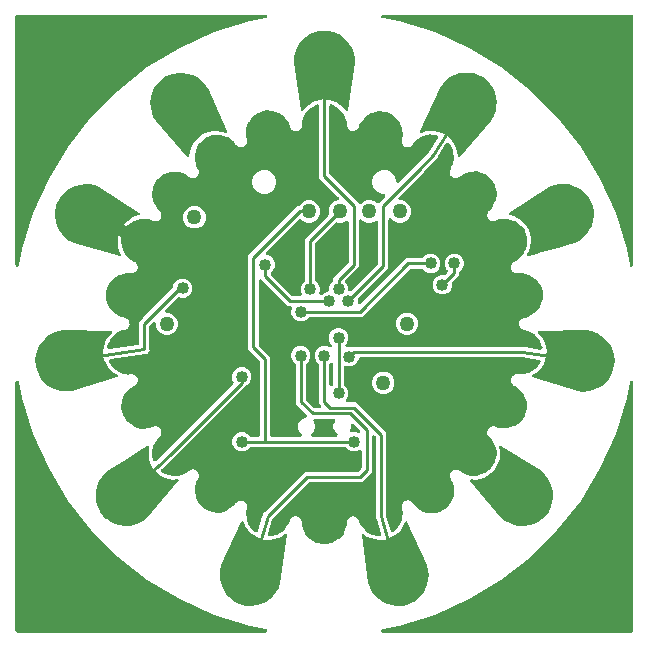
<source format=gbr>
G04 EAGLE Gerber RS-274X export*
G75*
%MOMM*%
%FSLAX34Y34*%
%LPD*%
%INBottom Copper*%
%IPPOS*%
%AMOC8*
5,1,8,0,0,1.08239X$1,22.5*%
G01*
%ADD10C,4.064000*%
%ADD11C,1.270000*%
%ADD12C,0.254000*%
%ADD13C,1.016000*%
%ADD14C,1.016000*%

G36*
X-57440Y-176683D02*
X-57440Y-176683D01*
X-57283Y-176668D01*
X-57268Y-176663D01*
X-57252Y-176661D01*
X-57103Y-176607D01*
X-56953Y-176556D01*
X-56940Y-176548D01*
X-56924Y-176543D01*
X-56792Y-176456D01*
X-56657Y-176373D01*
X-56646Y-176361D01*
X-56632Y-176353D01*
X-56523Y-176239D01*
X-56410Y-176126D01*
X-56402Y-176113D01*
X-56391Y-176101D01*
X-56310Y-175966D01*
X-56226Y-175831D01*
X-56219Y-175813D01*
X-56213Y-175802D01*
X-56201Y-175763D01*
X-56140Y-175602D01*
X-52379Y-162595D01*
X-52363Y-162505D01*
X-52338Y-162416D01*
X-52329Y-162301D01*
X-52321Y-162252D01*
X-52323Y-162221D01*
X-52319Y-162172D01*
X-52319Y-161211D01*
X-52117Y-161010D01*
X-52063Y-160942D01*
X-52002Y-160880D01*
X-51955Y-160806D01*
X-51901Y-160737D01*
X-51863Y-160658D01*
X-51818Y-160584D01*
X-51773Y-160467D01*
X-51752Y-160422D01*
X-51746Y-160395D01*
X-51731Y-160356D01*
X-51652Y-160082D01*
X-50810Y-159618D01*
X-50735Y-159564D01*
X-50655Y-159519D01*
X-50567Y-159445D01*
X-50526Y-159416D01*
X-50506Y-159393D01*
X-50469Y-159361D01*
X-19765Y-128657D01*
X-16789Y-125681D01*
X27580Y-125681D01*
X27706Y-125667D01*
X27832Y-125660D01*
X27878Y-125647D01*
X27926Y-125641D01*
X28045Y-125599D01*
X28167Y-125564D01*
X28209Y-125540D01*
X28254Y-125524D01*
X28361Y-125455D01*
X28471Y-125394D01*
X28517Y-125354D01*
X28547Y-125335D01*
X28581Y-125300D01*
X28657Y-125235D01*
X31235Y-122657D01*
X31314Y-122558D01*
X31398Y-122464D01*
X31422Y-122422D01*
X31452Y-122384D01*
X31506Y-122270D01*
X31567Y-122159D01*
X31580Y-122113D01*
X31601Y-122069D01*
X31627Y-121946D01*
X31662Y-121824D01*
X31667Y-121763D01*
X31674Y-121728D01*
X31673Y-121680D01*
X31681Y-121580D01*
X31681Y-108311D01*
X31664Y-108162D01*
X31652Y-108012D01*
X31644Y-107988D01*
X31641Y-107964D01*
X31591Y-107823D01*
X31545Y-107680D01*
X31532Y-107659D01*
X31524Y-107636D01*
X31442Y-107510D01*
X31365Y-107381D01*
X31348Y-107364D01*
X31335Y-107344D01*
X31226Y-107239D01*
X31122Y-107131D01*
X31102Y-107118D01*
X31084Y-107101D01*
X30955Y-107024D01*
X30829Y-106943D01*
X30806Y-106935D01*
X30785Y-106923D01*
X30642Y-106877D01*
X30500Y-106826D01*
X30476Y-106824D01*
X30453Y-106816D01*
X30304Y-106804D01*
X30154Y-106787D01*
X30130Y-106790D01*
X30106Y-106788D01*
X29957Y-106811D01*
X29808Y-106828D01*
X29780Y-106837D01*
X29761Y-106840D01*
X29717Y-106858D01*
X29575Y-106903D01*
X26617Y-108129D01*
X23383Y-108129D01*
X20395Y-106891D01*
X18269Y-104765D01*
X18170Y-104686D01*
X18076Y-104602D01*
X18034Y-104578D01*
X17996Y-104548D01*
X17882Y-104494D01*
X17771Y-104433D01*
X17725Y-104420D01*
X17681Y-104399D01*
X17558Y-104373D01*
X17436Y-104338D01*
X17375Y-104333D01*
X17340Y-104326D01*
X17292Y-104327D01*
X17192Y-104319D01*
X-62192Y-104319D01*
X-62318Y-104333D01*
X-62444Y-104340D01*
X-62490Y-104353D01*
X-62538Y-104359D01*
X-62657Y-104401D01*
X-62779Y-104436D01*
X-62821Y-104460D01*
X-62866Y-104476D01*
X-62973Y-104545D01*
X-63083Y-104606D01*
X-63129Y-104646D01*
X-63159Y-104665D01*
X-63193Y-104700D01*
X-63269Y-104765D01*
X-65395Y-106891D01*
X-68383Y-108129D01*
X-71617Y-108129D01*
X-74605Y-106891D01*
X-76891Y-104605D01*
X-78129Y-101617D01*
X-78129Y-98383D01*
X-76891Y-95395D01*
X-74605Y-93109D01*
X-71617Y-91871D01*
X-68383Y-91871D01*
X-65395Y-93109D01*
X-63269Y-95235D01*
X-63170Y-95314D01*
X-63076Y-95398D01*
X-63034Y-95422D01*
X-62996Y-95452D01*
X-62882Y-95506D01*
X-62771Y-95567D01*
X-62725Y-95580D01*
X-62681Y-95601D01*
X-62558Y-95627D01*
X-62436Y-95662D01*
X-62375Y-95667D01*
X-62340Y-95674D01*
X-62292Y-95673D01*
X-62192Y-95681D01*
X-55842Y-95681D01*
X-55816Y-95678D01*
X-55790Y-95680D01*
X-55643Y-95658D01*
X-55496Y-95641D01*
X-55471Y-95633D01*
X-55445Y-95629D01*
X-55307Y-95574D01*
X-55168Y-95524D01*
X-55146Y-95510D01*
X-55121Y-95500D01*
X-55000Y-95415D01*
X-54875Y-95335D01*
X-54857Y-95316D01*
X-54835Y-95301D01*
X-54736Y-95191D01*
X-54633Y-95084D01*
X-54619Y-95062D01*
X-54602Y-95042D01*
X-54530Y-94912D01*
X-54454Y-94785D01*
X-54446Y-94760D01*
X-54433Y-94737D01*
X-54393Y-94594D01*
X-54348Y-94453D01*
X-54346Y-94427D01*
X-54338Y-94402D01*
X-54319Y-94158D01*
X-54319Y-32420D01*
X-54333Y-32294D01*
X-54340Y-32168D01*
X-54353Y-32122D01*
X-54359Y-32074D01*
X-54401Y-31955D01*
X-54436Y-31833D01*
X-54460Y-31791D01*
X-54476Y-31746D01*
X-54545Y-31639D01*
X-54606Y-31529D01*
X-54646Y-31483D01*
X-54665Y-31453D01*
X-54700Y-31419D01*
X-54765Y-31343D01*
X-64319Y-21789D01*
X-64319Y57789D01*
X-22789Y99319D01*
X-22354Y99319D01*
X-22279Y99327D01*
X-22202Y99326D01*
X-22106Y99347D01*
X-22008Y99359D01*
X-21936Y99384D01*
X-21862Y99401D01*
X-21773Y99443D01*
X-21680Y99476D01*
X-21616Y99518D01*
X-21547Y99550D01*
X-21470Y99612D01*
X-21387Y99665D01*
X-21334Y99720D01*
X-21274Y99768D01*
X-21214Y99845D01*
X-21145Y99916D01*
X-21106Y99981D01*
X-21059Y100041D01*
X-20990Y100174D01*
X-20966Y100215D01*
X-20960Y100233D01*
X-20947Y100259D01*
X-20922Y100320D01*
X-18278Y102964D01*
X-14823Y104395D01*
X-11085Y104395D01*
X-7630Y102964D01*
X-4986Y100320D01*
X-3555Y96865D01*
X-3555Y93127D01*
X-4986Y89672D01*
X-7630Y87028D01*
X-11085Y85597D01*
X-14823Y85597D01*
X-18278Y87028D01*
X-19494Y88244D01*
X-19515Y88261D01*
X-19532Y88280D01*
X-19651Y88369D01*
X-19767Y88461D01*
X-19791Y88472D01*
X-19812Y88488D01*
X-19948Y88546D01*
X-20082Y88610D01*
X-20108Y88615D01*
X-20132Y88626D01*
X-20278Y88652D01*
X-20423Y88683D01*
X-20449Y88683D01*
X-20475Y88687D01*
X-20623Y88680D01*
X-20771Y88677D01*
X-20797Y88671D01*
X-20823Y88669D01*
X-20965Y88628D01*
X-21109Y88592D01*
X-21133Y88580D01*
X-21158Y88573D01*
X-21287Y88500D01*
X-21419Y88433D01*
X-21439Y88416D01*
X-21462Y88403D01*
X-21648Y88244D01*
X-49163Y60729D01*
X-49226Y60651D01*
X-49296Y60578D01*
X-49334Y60514D01*
X-49380Y60456D01*
X-49423Y60365D01*
X-49474Y60279D01*
X-49497Y60208D01*
X-49529Y60141D01*
X-49550Y60043D01*
X-49581Y59947D01*
X-49587Y59873D01*
X-49602Y59800D01*
X-49601Y59700D01*
X-49609Y59600D01*
X-49598Y59526D01*
X-49596Y59452D01*
X-49572Y59355D01*
X-49557Y59255D01*
X-49529Y59186D01*
X-49511Y59114D01*
X-49465Y59024D01*
X-49428Y58931D01*
X-49386Y58870D01*
X-49352Y58804D01*
X-49286Y58727D01*
X-49229Y58645D01*
X-49174Y58595D01*
X-49155Y58573D01*
X-49154Y58572D01*
X-49126Y58539D01*
X-49045Y58479D01*
X-48970Y58412D01*
X-48906Y58376D01*
X-48881Y58356D01*
X-48875Y58353D01*
X-48846Y58331D01*
X-48763Y58296D01*
X-48734Y58281D01*
X-48665Y58243D01*
X-48646Y58238D01*
X-45395Y56891D01*
X-43109Y54605D01*
X-41871Y51617D01*
X-41871Y48383D01*
X-43109Y45395D01*
X-45121Y43383D01*
X-45138Y43363D01*
X-45158Y43345D01*
X-45246Y43226D01*
X-45338Y43110D01*
X-45349Y43086D01*
X-45365Y43065D01*
X-45423Y42929D01*
X-45487Y42795D01*
X-45492Y42769D01*
X-45503Y42745D01*
X-45529Y42599D01*
X-45560Y42454D01*
X-45560Y42428D01*
X-45564Y42402D01*
X-45557Y42253D01*
X-45554Y42106D01*
X-45548Y42080D01*
X-45546Y42054D01*
X-45505Y41912D01*
X-45469Y41768D01*
X-45457Y41744D01*
X-45450Y41719D01*
X-45377Y41590D01*
X-45310Y41458D01*
X-45293Y41438D01*
X-45280Y41415D01*
X-45121Y41229D01*
X-27657Y23765D01*
X-27558Y23686D01*
X-27464Y23602D01*
X-27422Y23578D01*
X-27384Y23548D01*
X-27270Y23494D01*
X-27159Y23433D01*
X-27113Y23420D01*
X-27069Y23399D01*
X-26946Y23373D01*
X-26824Y23338D01*
X-26763Y23333D01*
X-26728Y23326D01*
X-26680Y23327D01*
X-26580Y23319D01*
X-20725Y23319D01*
X-20576Y23336D01*
X-20426Y23348D01*
X-20403Y23356D01*
X-20379Y23359D01*
X-20237Y23409D01*
X-20094Y23455D01*
X-20073Y23468D01*
X-20051Y23476D01*
X-19924Y23558D01*
X-19795Y23635D01*
X-19778Y23652D01*
X-19758Y23665D01*
X-19653Y23774D01*
X-19546Y23878D01*
X-19533Y23898D01*
X-19516Y23916D01*
X-19438Y24045D01*
X-19357Y24171D01*
X-19349Y24194D01*
X-19337Y24215D01*
X-19291Y24358D01*
X-19241Y24500D01*
X-19238Y24524D01*
X-19231Y24547D01*
X-19219Y24696D01*
X-19202Y24846D01*
X-19205Y24870D01*
X-19203Y24894D01*
X-19225Y25043D01*
X-19242Y25192D01*
X-19251Y25220D01*
X-19254Y25239D01*
X-19272Y25283D01*
X-19318Y25425D01*
X-20129Y27383D01*
X-20129Y30617D01*
X-18891Y33605D01*
X-16765Y35731D01*
X-16686Y35830D01*
X-16602Y35924D01*
X-16578Y35966D01*
X-16548Y36004D01*
X-16494Y36118D01*
X-16433Y36229D01*
X-16420Y36275D01*
X-16399Y36319D01*
X-16373Y36442D01*
X-16338Y36564D01*
X-16333Y36625D01*
X-16326Y36660D01*
X-16327Y36708D01*
X-16319Y36808D01*
X-16319Y71789D01*
X3298Y91406D01*
X3345Y91465D01*
X3400Y91519D01*
X3453Y91602D01*
X3515Y91679D01*
X3547Y91748D01*
X3589Y91812D01*
X3621Y91905D01*
X3663Y91994D01*
X3680Y92068D01*
X3705Y92140D01*
X3716Y92238D01*
X3737Y92334D01*
X3736Y92411D01*
X3744Y92487D01*
X3733Y92585D01*
X3731Y92683D01*
X3712Y92757D01*
X3703Y92833D01*
X3657Y92975D01*
X3646Y93021D01*
X3637Y93038D01*
X3628Y93066D01*
X3601Y93130D01*
X3601Y96869D01*
X5032Y100324D01*
X7676Y102968D01*
X11402Y104511D01*
X11534Y104584D01*
X11668Y104653D01*
X11686Y104669D01*
X11707Y104681D01*
X11818Y104782D01*
X11933Y104879D01*
X11947Y104899D01*
X11965Y104915D01*
X12051Y105039D01*
X12140Y105159D01*
X12150Y105182D01*
X12163Y105202D01*
X12219Y105342D01*
X12278Y105479D01*
X12282Y105503D01*
X12291Y105526D01*
X12313Y105674D01*
X12340Y105822D01*
X12339Y105847D01*
X12342Y105871D01*
X12330Y106021D01*
X12322Y106170D01*
X12315Y106194D01*
X12313Y106218D01*
X12267Y106361D01*
X12225Y106505D01*
X12213Y106526D01*
X12206Y106549D01*
X12128Y106679D01*
X12055Y106809D01*
X12036Y106832D01*
X12026Y106848D01*
X11993Y106882D01*
X11897Y106996D01*
X-1343Y120235D01*
X-4319Y123211D01*
X-4319Y184270D01*
X-4337Y184425D01*
X-4351Y184580D01*
X-4357Y184598D01*
X-4359Y184616D01*
X-4411Y184763D01*
X-4460Y184911D01*
X-4470Y184927D01*
X-4476Y184944D01*
X-4560Y185075D01*
X-4642Y185208D01*
X-4655Y185222D01*
X-4665Y185237D01*
X-4777Y185345D01*
X-4887Y185457D01*
X-4902Y185466D01*
X-4916Y185479D01*
X-5050Y185560D01*
X-5182Y185643D01*
X-5199Y185649D01*
X-5215Y185658D01*
X-5363Y185706D01*
X-5511Y185757D01*
X-5529Y185759D01*
X-5547Y185764D01*
X-5702Y185777D01*
X-5858Y185793D01*
X-5876Y185791D01*
X-5894Y185792D01*
X-6049Y185769D01*
X-6203Y185750D01*
X-6224Y185743D01*
X-6239Y185741D01*
X-6279Y185725D01*
X-6436Y185673D01*
X-7303Y185306D01*
X-7346Y185281D01*
X-7465Y185226D01*
X-11504Y182918D01*
X-11529Y182900D01*
X-11557Y182886D01*
X-11753Y182740D01*
X-12722Y181890D01*
X-12747Y181862D01*
X-12875Y181735D01*
X-16300Y177727D01*
X-16378Y177611D01*
X-16461Y177499D01*
X-16479Y177460D01*
X-16494Y177438D01*
X-16512Y177391D01*
X-16566Y177278D01*
X-18707Y171635D01*
X-18725Y171562D01*
X-18753Y171493D01*
X-18769Y171403D01*
X-18778Y171375D01*
X-18781Y171340D01*
X-18792Y171297D01*
X-18792Y171279D01*
X-18797Y171253D01*
X-19032Y169006D01*
X-19030Y168840D01*
X-19030Y168685D01*
X-19116Y167936D01*
X-19116Y167888D01*
X-19126Y167789D01*
X-19138Y167098D01*
X-19149Y167075D01*
X-19179Y166976D01*
X-19218Y166881D01*
X-19236Y166787D01*
X-19250Y166741D01*
X-19253Y166704D01*
X-19265Y166641D01*
X-19268Y166615D01*
X-19604Y166011D01*
X-19622Y165966D01*
X-19669Y165879D01*
X-19945Y165245D01*
X-19964Y165227D01*
X-20029Y165148D01*
X-20102Y165074D01*
X-20155Y164995D01*
X-20185Y164958D01*
X-20202Y164925D01*
X-20238Y164871D01*
X-20250Y164848D01*
X-20791Y164419D01*
X-20825Y164385D01*
X-20902Y164322D01*
X-21400Y163842D01*
X-21424Y163832D01*
X-21515Y163784D01*
X-21610Y163744D01*
X-21690Y163691D01*
X-21731Y163669D01*
X-21759Y163644D01*
X-21813Y163608D01*
X-21834Y163592D01*
X-22498Y163402D01*
X-22542Y163384D01*
X-22637Y163355D01*
X-23281Y163102D01*
X-23307Y163102D01*
X-23409Y163092D01*
X-23512Y163092D01*
X-23606Y163073D01*
X-23653Y163069D01*
X-23689Y163057D01*
X-23752Y163044D01*
X-23777Y163037D01*
X-24464Y163116D01*
X-24512Y163116D01*
X-24611Y163126D01*
X-25302Y163138D01*
X-25325Y163149D01*
X-25424Y163179D01*
X-25519Y163218D01*
X-25613Y163236D01*
X-25659Y163250D01*
X-25696Y163253D01*
X-25759Y163265D01*
X-25785Y163268D01*
X-26389Y163604D01*
X-26434Y163622D01*
X-26521Y163669D01*
X-27155Y163945D01*
X-27173Y163964D01*
X-27252Y164029D01*
X-27326Y164102D01*
X-27405Y164155D01*
X-27442Y164185D01*
X-27475Y164202D01*
X-27529Y164238D01*
X-27552Y164250D01*
X-27981Y164791D01*
X-28015Y164825D01*
X-28078Y164902D01*
X-28558Y165400D01*
X-28568Y165424D01*
X-28616Y165515D01*
X-28656Y165610D01*
X-28709Y165690D01*
X-28731Y165731D01*
X-28756Y165759D01*
X-28792Y165813D01*
X-28808Y165834D01*
X-28998Y166498D01*
X-29016Y166542D01*
X-29045Y166637D01*
X-29325Y167348D01*
X-29330Y167419D01*
X-29334Y167432D01*
X-29335Y167442D01*
X-29346Y167474D01*
X-29397Y167654D01*
X-30091Y169515D01*
X-30117Y169566D01*
X-30135Y169621D01*
X-30240Y169806D01*
X-30249Y169825D01*
X-30252Y169829D01*
X-30256Y169834D01*
X-33345Y174412D01*
X-33421Y174501D01*
X-33491Y174596D01*
X-33545Y174646D01*
X-33571Y174676D01*
X-33608Y174703D01*
X-33672Y174762D01*
X-38029Y178154D01*
X-38129Y178215D01*
X-38225Y178284D01*
X-38292Y178314D01*
X-38326Y178335D01*
X-38369Y178350D01*
X-38448Y178385D01*
X-43643Y180258D01*
X-43758Y180285D01*
X-43870Y180321D01*
X-43943Y180329D01*
X-43982Y180338D01*
X-44027Y180338D01*
X-44113Y180348D01*
X-49633Y180516D01*
X-49750Y180506D01*
X-49868Y180505D01*
X-49940Y180490D01*
X-49980Y180487D01*
X-50023Y180473D01*
X-50108Y180455D01*
X-51813Y179955D01*
X-51823Y179951D01*
X-51838Y179948D01*
X-55610Y178772D01*
X-55706Y178730D01*
X-55806Y178696D01*
X-55886Y178650D01*
X-55929Y178631D01*
X-55960Y178608D01*
X-56018Y178575D01*
X-60395Y175575D01*
X-60484Y175498D01*
X-60579Y175428D01*
X-60628Y175374D01*
X-60658Y175347D01*
X-60685Y175310D01*
X-60743Y175246D01*
X-60891Y175053D01*
X-60891Y175052D01*
X-60892Y175052D01*
X-63229Y172006D01*
X-63230Y172006D01*
X-64105Y170865D01*
X-64165Y170764D01*
X-64233Y170668D01*
X-64263Y170601D01*
X-64284Y170566D01*
X-64298Y170523D01*
X-64333Y170444D01*
X-66169Y165236D01*
X-66195Y165122D01*
X-66230Y165009D01*
X-66238Y164936D01*
X-66247Y164897D01*
X-66247Y164852D01*
X-66256Y164765D01*
X-66385Y159245D01*
X-66380Y159187D01*
X-66383Y159129D01*
X-66355Y158918D01*
X-66353Y158898D01*
X-66352Y158893D01*
X-66351Y158887D01*
X-65932Y156955D01*
X-65879Y156798D01*
X-65828Y156642D01*
X-65828Y156641D01*
X-65680Y155905D01*
X-65665Y155859D01*
X-65645Y155766D01*
X-65443Y155096D01*
X-65445Y155079D01*
X-65444Y154973D01*
X-65452Y154869D01*
X-65441Y154777D01*
X-65440Y154730D01*
X-65431Y154693D01*
X-65423Y154626D01*
X-65420Y154609D01*
X-65555Y153922D01*
X-65559Y153875D01*
X-65576Y153781D01*
X-65646Y153084D01*
X-65654Y153069D01*
X-65693Y152972D01*
X-65741Y152878D01*
X-65766Y152789D01*
X-65783Y152746D01*
X-65789Y152708D01*
X-65807Y152643D01*
X-65811Y152626D01*
X-66198Y152043D01*
X-66220Y152001D01*
X-66272Y151921D01*
X-66603Y151304D01*
X-66617Y151293D01*
X-66690Y151218D01*
X-66770Y151150D01*
X-66827Y151077D01*
X-66860Y151044D01*
X-66879Y151011D01*
X-66921Y150958D01*
X-66931Y150943D01*
X-67512Y150554D01*
X-67548Y150523D01*
X-67627Y150468D01*
X-68169Y150026D01*
X-68185Y150021D01*
X-68282Y149979D01*
X-68382Y149947D01*
X-68463Y149901D01*
X-68505Y149883D01*
X-68536Y149860D01*
X-68595Y149827D01*
X-68609Y149818D01*
X-69295Y149680D01*
X-69340Y149665D01*
X-69434Y149645D01*
X-70105Y149443D01*
X-70121Y149445D01*
X-70227Y149444D01*
X-70331Y149452D01*
X-70423Y149441D01*
X-70470Y149440D01*
X-70507Y149431D01*
X-70574Y149423D01*
X-70591Y149420D01*
X-71278Y149555D01*
X-71325Y149559D01*
X-71419Y149576D01*
X-72116Y149646D01*
X-72131Y149654D01*
X-72228Y149693D01*
X-72322Y149741D01*
X-72411Y149766D01*
X-72454Y149783D01*
X-72492Y149789D01*
X-72557Y149807D01*
X-72574Y149811D01*
X-73157Y150198D01*
X-73199Y150220D01*
X-73279Y150272D01*
X-73896Y150603D01*
X-73907Y150617D01*
X-73982Y150690D01*
X-74050Y150770D01*
X-74123Y150827D01*
X-74156Y150860D01*
X-74189Y150879D01*
X-74242Y150921D01*
X-74257Y150931D01*
X-74646Y151512D01*
X-74677Y151548D01*
X-74732Y151627D01*
X-75228Y152235D01*
X-75248Y152280D01*
X-75250Y152284D01*
X-75252Y152287D01*
X-75260Y152299D01*
X-75385Y152483D01*
X-76791Y154232D01*
X-76844Y154285D01*
X-76890Y154344D01*
X-77007Y154445D01*
X-77039Y154477D01*
X-77054Y154486D01*
X-77074Y154504D01*
X-81447Y157730D01*
X-81469Y157742D01*
X-81488Y157759D01*
X-81620Y157829D01*
X-81750Y157903D01*
X-81774Y157910D01*
X-81796Y157922D01*
X-81940Y157960D01*
X-82084Y158003D01*
X-82109Y158005D01*
X-82133Y158011D01*
X-82282Y158016D01*
X-82431Y158025D01*
X-82456Y158021D01*
X-82482Y158021D01*
X-82628Y157992D01*
X-82775Y157967D01*
X-82798Y157957D01*
X-82823Y157952D01*
X-82987Y157884D01*
X-84548Y158478D01*
X-84578Y158486D01*
X-84625Y158505D01*
X-87586Y159453D01*
X-87587Y159453D01*
X-87589Y159454D01*
X-87824Y159509D01*
X-90603Y159928D01*
X-90604Y159928D01*
X-90605Y159928D01*
X-90847Y159945D01*
X-91810Y159935D01*
X-91835Y159932D01*
X-91875Y159933D01*
X-94397Y159798D01*
X-94446Y159790D01*
X-94574Y159778D01*
X-95016Y159702D01*
X-95065Y159688D01*
X-95116Y159682D01*
X-95348Y159605D01*
X-100759Y157330D01*
X-100882Y157262D01*
X-101006Y157199D01*
X-101040Y157173D01*
X-101063Y157159D01*
X-101100Y157126D01*
X-101199Y157049D01*
X-105638Y152975D01*
X-105730Y152869D01*
X-105826Y152768D01*
X-105849Y152732D01*
X-105866Y152712D01*
X-105890Y152667D01*
X-105957Y152561D01*
X-108759Y147228D01*
X-108810Y147098D01*
X-108866Y146970D01*
X-108875Y146928D01*
X-108885Y146903D01*
X-108892Y146853D01*
X-108919Y146731D01*
X-109756Y140765D01*
X-109760Y140625D01*
X-109770Y140485D01*
X-109764Y140443D01*
X-109765Y140416D01*
X-109755Y140367D01*
X-109739Y140243D01*
X-108512Y134344D01*
X-108488Y134273D01*
X-108474Y134200D01*
X-108417Y134057D01*
X-108402Y134013D01*
X-108393Y133998D01*
X-108383Y133973D01*
X-107406Y132018D01*
X-107400Y132009D01*
X-107393Y131993D01*
X-106901Y131053D01*
X-106880Y131021D01*
X-106850Y130963D01*
X-106424Y130267D01*
X-106417Y130242D01*
X-106392Y130120D01*
X-106367Y130062D01*
X-106357Y130027D01*
X-106334Y129985D01*
X-106331Y129977D01*
X-106259Y129175D01*
X-106252Y129138D01*
X-106247Y129072D01*
X-106119Y128266D01*
X-106122Y128242D01*
X-106145Y128119D01*
X-106145Y128056D01*
X-106149Y128019D01*
X-106144Y127972D01*
X-106144Y127963D01*
X-106385Y127195D01*
X-106392Y127157D01*
X-106412Y127095D01*
X-106603Y126302D01*
X-106615Y126279D01*
X-106684Y126175D01*
X-106707Y126117D01*
X-106725Y126085D01*
X-106739Y126039D01*
X-106742Y126030D01*
X-107258Y125413D01*
X-107279Y125381D01*
X-107322Y125331D01*
X-107802Y124671D01*
X-107822Y124656D01*
X-107925Y124585D01*
X-107969Y124541D01*
X-107998Y124518D01*
X-108028Y124481D01*
X-108034Y124474D01*
X-108747Y124101D01*
X-108779Y124080D01*
X-108837Y124050D01*
X-109533Y123624D01*
X-109558Y123617D01*
X-109680Y123592D01*
X-109738Y123567D01*
X-109773Y123557D01*
X-109815Y123534D01*
X-109823Y123531D01*
X-110625Y123459D01*
X-110662Y123452D01*
X-110728Y123447D01*
X-111534Y123319D01*
X-111558Y123322D01*
X-111681Y123345D01*
X-111744Y123345D01*
X-111781Y123349D01*
X-111828Y123344D01*
X-111837Y123344D01*
X-112605Y123585D01*
X-112643Y123592D01*
X-112705Y123612D01*
X-113498Y123803D01*
X-113521Y123815D01*
X-113625Y123884D01*
X-113683Y123907D01*
X-113715Y123925D01*
X-113761Y123939D01*
X-113770Y123942D01*
X-114387Y124458D01*
X-114418Y124479D01*
X-114468Y124522D01*
X-115321Y125142D01*
X-115331Y125147D01*
X-115344Y125158D01*
X-117151Y126421D01*
X-117217Y126457D01*
X-117278Y126501D01*
X-117418Y126565D01*
X-117458Y126587D01*
X-117475Y126592D01*
X-117500Y126603D01*
X-123180Y128684D01*
X-123316Y128717D01*
X-123451Y128756D01*
X-123493Y128760D01*
X-123519Y128766D01*
X-123568Y128766D01*
X-123695Y128777D01*
X-129743Y128813D01*
X-129883Y128798D01*
X-130023Y128789D01*
X-130063Y128778D01*
X-130090Y128776D01*
X-130137Y128759D01*
X-130259Y128727D01*
X-135963Y126714D01*
X-136089Y126652D01*
X-136218Y126597D01*
X-136253Y126573D01*
X-136276Y126561D01*
X-136315Y126529D01*
X-136419Y126458D01*
X-138162Y125036D01*
X-140029Y123513D01*
X-141106Y122634D01*
X-141204Y122533D01*
X-141306Y122437D01*
X-141331Y122403D01*
X-141349Y122384D01*
X-141375Y122341D01*
X-141448Y122238D01*
X-144564Y117054D01*
X-144623Y116926D01*
X-144644Y116883D01*
X-144652Y116870D01*
X-144654Y116864D01*
X-144686Y116801D01*
X-144698Y116760D01*
X-144709Y116736D01*
X-144718Y116687D01*
X-144753Y116566D01*
X-144758Y116538D01*
X-145061Y115015D01*
X-145061Y115014D01*
X-145363Y113492D01*
X-145363Y113491D01*
X-145666Y111968D01*
X-145931Y110633D01*
X-145942Y110493D01*
X-145960Y110354D01*
X-145957Y110312D01*
X-145959Y110285D01*
X-145952Y110236D01*
X-145943Y110110D01*
X-145044Y104128D01*
X-145007Y103993D01*
X-144977Y103856D01*
X-144960Y103817D01*
X-144953Y103792D01*
X-144929Y103748D01*
X-144878Y103632D01*
X-142008Y98307D01*
X-141965Y98246D01*
X-141930Y98180D01*
X-141835Y98060D01*
X-141808Y98022D01*
X-141795Y98010D01*
X-141778Y97988D01*
X-140247Y96356D01*
X-140246Y96355D01*
X-140114Y96243D01*
X-140069Y96205D01*
X-139487Y95582D01*
X-139452Y95552D01*
X-139391Y95488D01*
X-138854Y95006D01*
X-138798Y94917D01*
X-138748Y94820D01*
X-138695Y94753D01*
X-138671Y94715D01*
X-138642Y94686D01*
X-138598Y94631D01*
X-138345Y93957D01*
X-138324Y93916D01*
X-138292Y93833D01*
X-137981Y93184D01*
X-137963Y93079D01*
X-137954Y92970D01*
X-137931Y92888D01*
X-137923Y92844D01*
X-137907Y92806D01*
X-137888Y92739D01*
X-137912Y92019D01*
X-137909Y91973D01*
X-137911Y91885D01*
X-137872Y91165D01*
X-137895Y91062D01*
X-137929Y90958D01*
X-137938Y90873D01*
X-137948Y90829D01*
X-137948Y90788D01*
X-137956Y90718D01*
X-138254Y90063D01*
X-138268Y90019D01*
X-138304Y89938D01*
X-138543Y89259D01*
X-138605Y89172D01*
X-138675Y89089D01*
X-138717Y89014D01*
X-138743Y88977D01*
X-138758Y88939D01*
X-138792Y88878D01*
X-139318Y88387D01*
X-139348Y88352D01*
X-139412Y88291D01*
X-139894Y87754D01*
X-139983Y87698D01*
X-140080Y87648D01*
X-140147Y87595D01*
X-140185Y87571D01*
X-140214Y87542D01*
X-140269Y87498D01*
X-140943Y87245D01*
X-140984Y87224D01*
X-141067Y87192D01*
X-141716Y86881D01*
X-141821Y86863D01*
X-141930Y86854D01*
X-142012Y86831D01*
X-142056Y86823D01*
X-142094Y86807D01*
X-142161Y86788D01*
X-142881Y86812D01*
X-142927Y86809D01*
X-143015Y86811D01*
X-143735Y86772D01*
X-143838Y86795D01*
X-143942Y86829D01*
X-144027Y86838D01*
X-144071Y86848D01*
X-144112Y86848D01*
X-144182Y86856D01*
X-144837Y87154D01*
X-144881Y87168D01*
X-144900Y87177D01*
X-144918Y87187D01*
X-144930Y87190D01*
X-144962Y87204D01*
X-145732Y87475D01*
X-145751Y87489D01*
X-145752Y87489D01*
X-145753Y87490D01*
X-145976Y87589D01*
X-148112Y88344D01*
X-148186Y88361D01*
X-148258Y88387D01*
X-148405Y88411D01*
X-148451Y88422D01*
X-148471Y88421D01*
X-148500Y88426D01*
X-154580Y88904D01*
X-154723Y88899D01*
X-154865Y88899D01*
X-154904Y88892D01*
X-154929Y88891D01*
X-154977Y88878D01*
X-155106Y88853D01*
X-160984Y87227D01*
X-161116Y87174D01*
X-161251Y87126D01*
X-161284Y87106D01*
X-161307Y87097D01*
X-161348Y87068D01*
X-161461Y87001D01*
X-166432Y83466D01*
X-166538Y83371D01*
X-166648Y83280D01*
X-166672Y83250D01*
X-166691Y83233D01*
X-166719Y83192D01*
X-166802Y83091D01*
X-169913Y78588D01*
X-169920Y78574D01*
X-169931Y78561D01*
X-170049Y78347D01*
X-170577Y77172D01*
X-170579Y77168D01*
X-170581Y77164D01*
X-170662Y76933D01*
X-172035Y71693D01*
X-172055Y71552D01*
X-172081Y71411D01*
X-172081Y71372D01*
X-172084Y71348D01*
X-172080Y71298D01*
X-172078Y71167D01*
X-171518Y65093D01*
X-171489Y64954D01*
X-171466Y64813D01*
X-171452Y64776D01*
X-171447Y64752D01*
X-171426Y64707D01*
X-171379Y64584D01*
X-168781Y59066D01*
X-168705Y58945D01*
X-168635Y58821D01*
X-168610Y58791D01*
X-168597Y58770D01*
X-168562Y58735D01*
X-168476Y58635D01*
X-164151Y54335D01*
X-164090Y54288D01*
X-164037Y54233D01*
X-163914Y54149D01*
X-163877Y54119D01*
X-163859Y54111D01*
X-163835Y54095D01*
X-161922Y52996D01*
X-161907Y52990D01*
X-161894Y52980D01*
X-161880Y52975D01*
X-160948Y52460D01*
X-160912Y52446D01*
X-160853Y52412D01*
X-160122Y52073D01*
X-160096Y52051D01*
X-160008Y51964D01*
X-159954Y51928D01*
X-159925Y51903D01*
X-159884Y51882D01*
X-159871Y51873D01*
X-159374Y51251D01*
X-159347Y51224D01*
X-159305Y51170D01*
X-158759Y50577D01*
X-158744Y50547D01*
X-158696Y50433D01*
X-158660Y50379D01*
X-158643Y50346D01*
X-158612Y50309D01*
X-158604Y50296D01*
X-158383Y49532D01*
X-158368Y49496D01*
X-158350Y49430D01*
X-158073Y48674D01*
X-158070Y48640D01*
X-158069Y48517D01*
X-158056Y48453D01*
X-158054Y48416D01*
X-158040Y48370D01*
X-158036Y48355D01*
X-158125Y47565D01*
X-158125Y47526D01*
X-158133Y47458D01*
X-158167Y46653D01*
X-158177Y46621D01*
X-158224Y46506D01*
X-158236Y46442D01*
X-158248Y46407D01*
X-158252Y46360D01*
X-158255Y46344D01*
X-158640Y45648D01*
X-158654Y45612D01*
X-158688Y45553D01*
X-159027Y44822D01*
X-159049Y44796D01*
X-159136Y44708D01*
X-159172Y44654D01*
X-159197Y44625D01*
X-159218Y44584D01*
X-159227Y44571D01*
X-159849Y44074D01*
X-159876Y44047D01*
X-159930Y44005D01*
X-160523Y43459D01*
X-160553Y43444D01*
X-160667Y43396D01*
X-160721Y43360D01*
X-160754Y43343D01*
X-160791Y43312D01*
X-160804Y43304D01*
X-161568Y43083D01*
X-161604Y43068D01*
X-161670Y43050D01*
X-162426Y42773D01*
X-162460Y42770D01*
X-162583Y42769D01*
X-162647Y42756D01*
X-162684Y42754D01*
X-162730Y42740D01*
X-162745Y42736D01*
X-163536Y42825D01*
X-163575Y42825D01*
X-163642Y42833D01*
X-164711Y42878D01*
X-164754Y42882D01*
X-166905Y42938D01*
X-166978Y42931D01*
X-167051Y42935D01*
X-167207Y42911D01*
X-167252Y42907D01*
X-167268Y42902D01*
X-167293Y42898D01*
X-173132Y41525D01*
X-173262Y41478D01*
X-173394Y41438D01*
X-173433Y41417D01*
X-173460Y41407D01*
X-173502Y41380D01*
X-173609Y41322D01*
X-178648Y38068D01*
X-178755Y37980D01*
X-178866Y37897D01*
X-178896Y37864D01*
X-178917Y37847D01*
X-178947Y37807D01*
X-179030Y37716D01*
X-180012Y36437D01*
X-181181Y34914D01*
X-181181Y34913D01*
X-181182Y34913D01*
X-182351Y33390D01*
X-182682Y32959D01*
X-182754Y32840D01*
X-182830Y32725D01*
X-182847Y32684D01*
X-182862Y32660D01*
X-182877Y32612D01*
X-182924Y32499D01*
X-184767Y26791D01*
X-184784Y26703D01*
X-184796Y26666D01*
X-184798Y26637D01*
X-184827Y26521D01*
X-184830Y26477D01*
X-184835Y26449D01*
X-184833Y26400D01*
X-184840Y26277D01*
X-184658Y20282D01*
X-184638Y20145D01*
X-184625Y20007D01*
X-184612Y19965D01*
X-184608Y19937D01*
X-184589Y19890D01*
X-184554Y19773D01*
X-182370Y14187D01*
X-182305Y14065D01*
X-182246Y13940D01*
X-182220Y13904D01*
X-182207Y13879D01*
X-182174Y13842D01*
X-182101Y13743D01*
X-178167Y9215D01*
X-178065Y9122D01*
X-177968Y9024D01*
X-177931Y8999D01*
X-177910Y8980D01*
X-177867Y8955D01*
X-177765Y8887D01*
X-172539Y5943D01*
X-172472Y5915D01*
X-172408Y5878D01*
X-172260Y5826D01*
X-172218Y5808D01*
X-172201Y5805D01*
X-172177Y5797D01*
X-170071Y5246D01*
X-170063Y5244D01*
X-170055Y5242D01*
X-169941Y5227D01*
X-169001Y4988D01*
X-168959Y4983D01*
X-168885Y4963D01*
X-168127Y4833D01*
X-168068Y4805D01*
X-167967Y4746D01*
X-167897Y4722D01*
X-167860Y4705D01*
X-167816Y4695D01*
X-167780Y4682D01*
X-167168Y4226D01*
X-167131Y4205D01*
X-167070Y4159D01*
X-166420Y3748D01*
X-166377Y3700D01*
X-166305Y3607D01*
X-166250Y3558D01*
X-166223Y3528D01*
X-166186Y3502D01*
X-166157Y3476D01*
X-165766Y2820D01*
X-165741Y2787D01*
X-165702Y2721D01*
X-165258Y2093D01*
X-165237Y2032D01*
X-165206Y1918D01*
X-165174Y1852D01*
X-165160Y1814D01*
X-165136Y1776D01*
X-165119Y1741D01*
X-165009Y986D01*
X-164998Y945D01*
X-164988Y869D01*
X-164818Y119D01*
X-164822Y54D01*
X-164837Y-62D01*
X-164832Y-136D01*
X-164835Y-177D01*
X-164827Y-221D01*
X-164824Y-259D01*
X-165012Y-999D01*
X-165017Y-1041D01*
X-165037Y-1115D01*
X-165167Y-1873D01*
X-165195Y-1932D01*
X-165254Y-2033D01*
X-165278Y-2103D01*
X-165295Y-2140D01*
X-165305Y-2184D01*
X-165318Y-2220D01*
X-165774Y-2832D01*
X-165795Y-2869D01*
X-165841Y-2930D01*
X-166252Y-3580D01*
X-166300Y-3623D01*
X-166393Y-3695D01*
X-166442Y-3750D01*
X-166472Y-3777D01*
X-166498Y-3814D01*
X-166524Y-3843D01*
X-167180Y-4234D01*
X-167213Y-4259D01*
X-167279Y-4298D01*
X-167907Y-4742D01*
X-167968Y-4763D01*
X-168082Y-4794D01*
X-168148Y-4826D01*
X-168186Y-4840D01*
X-168224Y-4864D01*
X-168259Y-4881D01*
X-169015Y-4991D01*
X-169055Y-5002D01*
X-169131Y-5012D01*
X-170037Y-5217D01*
X-170207Y-5243D01*
X-172382Y-5756D01*
X-172454Y-5782D01*
X-172529Y-5799D01*
X-172665Y-5858D01*
X-172709Y-5874D01*
X-172726Y-5885D01*
X-172753Y-5897D01*
X-176044Y-7665D01*
X-176184Y-7763D01*
X-176323Y-7858D01*
X-176326Y-7862D01*
X-176330Y-7864D01*
X-176444Y-7991D01*
X-176558Y-8116D01*
X-176560Y-8120D01*
X-176563Y-8123D01*
X-176645Y-8272D01*
X-176720Y-8405D01*
X-177934Y-9605D01*
X-177953Y-9629D01*
X-177990Y-9664D01*
X-180081Y-11965D01*
X-180082Y-11967D01*
X-180230Y-12158D01*
X-181765Y-14514D01*
X-181766Y-14516D01*
X-181881Y-14728D01*
X-183021Y-17298D01*
X-183021Y-17300D01*
X-183101Y-17528D01*
X-183685Y-19747D01*
X-183708Y-19906D01*
X-183733Y-20064D01*
X-183732Y-20078D01*
X-183734Y-20092D01*
X-183720Y-20253D01*
X-183710Y-20411D01*
X-183705Y-20425D01*
X-183704Y-20440D01*
X-183654Y-20592D01*
X-183608Y-20745D01*
X-183600Y-20757D01*
X-183596Y-20771D01*
X-183513Y-20908D01*
X-183433Y-21046D01*
X-183423Y-21056D01*
X-183415Y-21069D01*
X-183304Y-21183D01*
X-183194Y-21300D01*
X-183181Y-21308D01*
X-183171Y-21318D01*
X-183037Y-21404D01*
X-182903Y-21492D01*
X-182890Y-21497D01*
X-182877Y-21505D01*
X-182726Y-21558D01*
X-182577Y-21614D01*
X-182562Y-21616D01*
X-182548Y-21620D01*
X-182390Y-21638D01*
X-182231Y-21658D01*
X-182214Y-21657D01*
X-182202Y-21658D01*
X-182164Y-21653D01*
X-181987Y-21641D01*
X-158017Y-18062D01*
X-157932Y-18039D01*
X-157845Y-18026D01*
X-157764Y-17994D01*
X-157680Y-17972D01*
X-157603Y-17930D01*
X-157521Y-17898D01*
X-157450Y-17848D01*
X-157373Y-17807D01*
X-157307Y-17749D01*
X-157235Y-17699D01*
X-157177Y-17634D01*
X-157112Y-17577D01*
X-157061Y-17505D01*
X-157002Y-17440D01*
X-156960Y-17364D01*
X-156909Y-17293D01*
X-156876Y-17212D01*
X-156833Y-17135D01*
X-156810Y-17051D01*
X-156776Y-16971D01*
X-156762Y-16884D01*
X-156738Y-16799D01*
X-156728Y-16676D01*
X-156720Y-16627D01*
X-156722Y-16599D01*
X-156719Y-16556D01*
X-156719Y1789D01*
X-153743Y4765D01*
X-128575Y29933D01*
X-128496Y30032D01*
X-128412Y30126D01*
X-128388Y30168D01*
X-128358Y30206D01*
X-128304Y30320D01*
X-128243Y30431D01*
X-128230Y30477D01*
X-128209Y30521D01*
X-128183Y30644D01*
X-128148Y30766D01*
X-128143Y30827D01*
X-128136Y30862D01*
X-128137Y30910D01*
X-128129Y31010D01*
X-128129Y31617D01*
X-126891Y34605D01*
X-124605Y36891D01*
X-121617Y38129D01*
X-118383Y38129D01*
X-115395Y36891D01*
X-113109Y34605D01*
X-111871Y31617D01*
X-111871Y28383D01*
X-113109Y25395D01*
X-115395Y23109D01*
X-118383Y21871D01*
X-121617Y21871D01*
X-122659Y22303D01*
X-122733Y22324D01*
X-122803Y22354D01*
X-122900Y22372D01*
X-122995Y22399D01*
X-123071Y22403D01*
X-123146Y22416D01*
X-123244Y22411D01*
X-123343Y22416D01*
X-123418Y22402D01*
X-123494Y22398D01*
X-123589Y22371D01*
X-123686Y22353D01*
X-123756Y22323D01*
X-123829Y22302D01*
X-123915Y22254D01*
X-124005Y22214D01*
X-124066Y22169D01*
X-124133Y22131D01*
X-124247Y22035D01*
X-124285Y22006D01*
X-124297Y21992D01*
X-124319Y21973D01*
X-134547Y11745D01*
X-134610Y11667D01*
X-134680Y11594D01*
X-134718Y11530D01*
X-134764Y11472D01*
X-134807Y11381D01*
X-134858Y11295D01*
X-134881Y11224D01*
X-134913Y11157D01*
X-134934Y11059D01*
X-134965Y10963D01*
X-134971Y10889D01*
X-134986Y10816D01*
X-134985Y10716D01*
X-134993Y10616D01*
X-134982Y10542D01*
X-134980Y10468D01*
X-134956Y10371D01*
X-134941Y10271D01*
X-134913Y10202D01*
X-134895Y10130D01*
X-134849Y10040D01*
X-134812Y9947D01*
X-134770Y9886D01*
X-134736Y9820D01*
X-134670Y9743D01*
X-134613Y9661D01*
X-134558Y9611D01*
X-134510Y9555D01*
X-134429Y9495D01*
X-134354Y9428D01*
X-134289Y9392D01*
X-134230Y9347D01*
X-134137Y9308D01*
X-134049Y9259D01*
X-133978Y9239D01*
X-133909Y9209D01*
X-133811Y9192D01*
X-133714Y9164D01*
X-133614Y9156D01*
X-133566Y9148D01*
X-133531Y9150D01*
X-133470Y9145D01*
X-131481Y9145D01*
X-128026Y7714D01*
X-125382Y5070D01*
X-123951Y1615D01*
X-123951Y-2123D01*
X-125382Y-5578D01*
X-128026Y-8222D01*
X-131481Y-9653D01*
X-135219Y-9653D01*
X-138674Y-8222D01*
X-141318Y-5578D01*
X-142749Y-2123D01*
X-142749Y-134D01*
X-142760Y-34D01*
X-142762Y66D01*
X-142780Y139D01*
X-142789Y212D01*
X-142822Y307D01*
X-142847Y404D01*
X-142881Y471D01*
X-142906Y541D01*
X-142961Y625D01*
X-143007Y714D01*
X-143055Y771D01*
X-143095Y833D01*
X-143167Y903D01*
X-143232Y980D01*
X-143292Y1024D01*
X-143346Y1076D01*
X-143432Y1127D01*
X-143513Y1187D01*
X-143581Y1216D01*
X-143645Y1254D01*
X-143741Y1285D01*
X-143833Y1325D01*
X-143906Y1338D01*
X-143977Y1361D01*
X-144077Y1369D01*
X-144176Y1386D01*
X-144250Y1383D01*
X-144324Y1389D01*
X-144424Y1374D01*
X-144524Y1369D01*
X-144595Y1348D01*
X-144669Y1337D01*
X-144762Y1300D01*
X-144859Y1272D01*
X-144924Y1236D01*
X-144993Y1208D01*
X-145075Y1151D01*
X-145163Y1102D01*
X-145239Y1037D01*
X-145279Y1009D01*
X-145303Y983D01*
X-145349Y943D01*
X-147635Y-1343D01*
X-147714Y-1442D01*
X-147798Y-1536D01*
X-147822Y-1578D01*
X-147852Y-1616D01*
X-147906Y-1730D01*
X-147967Y-1841D01*
X-147980Y-1887D01*
X-148001Y-1931D01*
X-148027Y-2054D01*
X-148062Y-2176D01*
X-148067Y-2237D01*
X-148074Y-2272D01*
X-148073Y-2320D01*
X-148081Y-2420D01*
X-148081Y-21156D01*
X-148078Y-21186D01*
X-148065Y-21381D01*
X-147861Y-22746D01*
X-147877Y-22774D01*
X-147956Y-22913D01*
X-147960Y-22926D01*
X-147967Y-22938D01*
X-148011Y-23092D01*
X-148057Y-23246D01*
X-148058Y-23260D01*
X-148062Y-23273D01*
X-148069Y-23367D01*
X-149039Y-24337D01*
X-149058Y-24361D01*
X-149158Y-24475D01*
X-149176Y-24493D01*
X-149179Y-24499D01*
X-149187Y-24508D01*
X-150007Y-25617D01*
X-150037Y-25625D01*
X-150193Y-25667D01*
X-150205Y-25674D01*
X-150218Y-25678D01*
X-150358Y-25756D01*
X-150500Y-25832D01*
X-150511Y-25841D01*
X-150522Y-25848D01*
X-150594Y-25909D01*
X-151966Y-25909D01*
X-151996Y-25912D01*
X-152191Y-25925D01*
X-180909Y-30214D01*
X-181055Y-30253D01*
X-181204Y-30289D01*
X-181224Y-30299D01*
X-181246Y-30304D01*
X-181380Y-30376D01*
X-181516Y-30444D01*
X-181533Y-30458D01*
X-181553Y-30469D01*
X-181667Y-30569D01*
X-181784Y-30667D01*
X-181798Y-30685D01*
X-181814Y-30699D01*
X-181902Y-30823D01*
X-181995Y-30944D01*
X-182004Y-30965D01*
X-182017Y-30983D01*
X-182075Y-31124D01*
X-182137Y-31263D01*
X-182141Y-31284D01*
X-182150Y-31305D01*
X-182174Y-31455D01*
X-182203Y-31605D01*
X-182202Y-31627D01*
X-182206Y-31649D01*
X-182195Y-31801D01*
X-182189Y-31953D01*
X-182183Y-31975D01*
X-182182Y-31997D01*
X-182138Y-32142D01*
X-182097Y-32289D01*
X-182085Y-32313D01*
X-182080Y-32330D01*
X-182057Y-32369D01*
X-181988Y-32508D01*
X-180615Y-34781D01*
X-180614Y-34782D01*
X-180473Y-34978D01*
X-178654Y-37122D01*
X-178653Y-37123D01*
X-178482Y-37295D01*
X-176345Y-39121D01*
X-176343Y-39122D01*
X-176148Y-39264D01*
X-173492Y-40882D01*
X-173464Y-40895D01*
X-173421Y-40922D01*
X-171909Y-41735D01*
X-171866Y-41794D01*
X-171863Y-41797D01*
X-171860Y-41801D01*
X-171731Y-41911D01*
X-171603Y-42021D01*
X-171598Y-42024D01*
X-171595Y-42027D01*
X-171443Y-42105D01*
X-171294Y-42183D01*
X-171289Y-42185D01*
X-171285Y-42187D01*
X-171267Y-42191D01*
X-171059Y-42253D01*
X-167406Y-43020D01*
X-167329Y-43027D01*
X-167254Y-43044D01*
X-167106Y-43048D01*
X-167059Y-43052D01*
X-167039Y-43049D01*
X-167009Y-43050D01*
X-164695Y-42924D01*
X-164533Y-42896D01*
X-164371Y-42871D01*
X-164360Y-42867D01*
X-164351Y-42865D01*
X-164346Y-42863D01*
X-163636Y-42836D01*
X-163587Y-42829D01*
X-163479Y-42822D01*
X-162817Y-42727D01*
X-162770Y-42740D01*
X-162673Y-42753D01*
X-162578Y-42776D01*
X-162473Y-42780D01*
X-162425Y-42787D01*
X-162391Y-42784D01*
X-162333Y-42786D01*
X-162284Y-42784D01*
X-161657Y-43016D01*
X-161609Y-43028D01*
X-161507Y-43063D01*
X-160859Y-43229D01*
X-160820Y-43259D01*
X-160736Y-43308D01*
X-160656Y-43366D01*
X-160562Y-43410D01*
X-160519Y-43435D01*
X-160487Y-43445D01*
X-160435Y-43469D01*
X-160389Y-43486D01*
X-159898Y-43940D01*
X-159858Y-43970D01*
X-159777Y-44041D01*
X-159242Y-44442D01*
X-159218Y-44485D01*
X-159158Y-44562D01*
X-159107Y-44646D01*
X-159064Y-44693D01*
X-159056Y-44705D01*
X-159039Y-44720D01*
X-159036Y-44723D01*
X-159007Y-44762D01*
X-158981Y-44784D01*
X-158942Y-44826D01*
X-158906Y-44860D01*
X-158627Y-45467D01*
X-158601Y-45509D01*
X-158553Y-45607D01*
X-158213Y-46182D01*
X-158206Y-46230D01*
X-158181Y-46325D01*
X-158166Y-46422D01*
X-158130Y-46520D01*
X-158118Y-46567D01*
X-158102Y-46598D01*
X-158082Y-46651D01*
X-158062Y-46696D01*
X-158036Y-47364D01*
X-158029Y-47413D01*
X-158022Y-47521D01*
X-157927Y-48183D01*
X-157940Y-48230D01*
X-157953Y-48327D01*
X-157976Y-48422D01*
X-157980Y-48527D01*
X-157987Y-48575D01*
X-157984Y-48609D01*
X-157986Y-48667D01*
X-157984Y-48716D01*
X-158216Y-49343D01*
X-158228Y-49391D01*
X-158263Y-49493D01*
X-158429Y-50141D01*
X-158459Y-50180D01*
X-158508Y-50264D01*
X-158566Y-50344D01*
X-158610Y-50438D01*
X-158635Y-50481D01*
X-158645Y-50513D01*
X-158669Y-50565D01*
X-158686Y-50611D01*
X-159140Y-51102D01*
X-159170Y-51142D01*
X-159241Y-51223D01*
X-159642Y-51758D01*
X-159685Y-51782D01*
X-159762Y-51842D01*
X-159846Y-51893D01*
X-159923Y-51964D01*
X-159962Y-51993D01*
X-159984Y-52019D01*
X-160026Y-52058D01*
X-160059Y-52094D01*
X-160667Y-52373D01*
X-160709Y-52399D01*
X-160807Y-52447D01*
X-161442Y-52823D01*
X-161523Y-52843D01*
X-161534Y-52848D01*
X-161542Y-52850D01*
X-161570Y-52865D01*
X-161744Y-52946D01*
X-163754Y-54092D01*
X-163816Y-54138D01*
X-163884Y-54175D01*
X-163997Y-54270D01*
X-164036Y-54298D01*
X-164048Y-54313D01*
X-164071Y-54332D01*
X-168408Y-58618D01*
X-168497Y-58729D01*
X-168591Y-58837D01*
X-168611Y-58870D01*
X-168626Y-58890D01*
X-168647Y-58934D01*
X-168713Y-59049D01*
X-171326Y-64558D01*
X-171372Y-64693D01*
X-171424Y-64826D01*
X-171430Y-64864D01*
X-171438Y-64888D01*
X-171443Y-64937D01*
X-171466Y-65067D01*
X-172040Y-71137D01*
X-172037Y-71280D01*
X-172040Y-71423D01*
X-172034Y-71461D01*
X-172033Y-71486D01*
X-172021Y-71534D01*
X-171998Y-71664D01*
X-170584Y-77104D01*
X-170582Y-77110D01*
X-170581Y-77116D01*
X-170499Y-77346D01*
X-170126Y-78175D01*
X-170119Y-78187D01*
X-170114Y-78201D01*
X-169992Y-78413D01*
X-166788Y-83068D01*
X-166694Y-83176D01*
X-166605Y-83287D01*
X-166575Y-83312D01*
X-166559Y-83331D01*
X-166519Y-83360D01*
X-166418Y-83445D01*
X-161454Y-86985D01*
X-161329Y-87054D01*
X-161207Y-87128D01*
X-161170Y-87141D01*
X-161149Y-87153D01*
X-161101Y-87167D01*
X-160977Y-87212D01*
X-155102Y-88844D01*
X-154961Y-88867D01*
X-154821Y-88895D01*
X-154782Y-88895D01*
X-154758Y-88899D01*
X-154708Y-88895D01*
X-154576Y-88895D01*
X-148498Y-88423D01*
X-148422Y-88408D01*
X-148346Y-88403D01*
X-148202Y-88365D01*
X-148156Y-88356D01*
X-148138Y-88348D01*
X-148109Y-88341D01*
X-145971Y-87587D01*
X-145970Y-87586D01*
X-145969Y-87586D01*
X-145847Y-87526D01*
X-145755Y-87481D01*
X-144958Y-87202D01*
X-144916Y-87182D01*
X-144831Y-87152D01*
X-144180Y-86856D01*
X-144179Y-86856D01*
X-144071Y-86840D01*
X-143963Y-86833D01*
X-143879Y-86811D01*
X-143834Y-86804D01*
X-143796Y-86789D01*
X-143726Y-86771D01*
X-143725Y-86771D01*
X-143011Y-86811D01*
X-142965Y-86808D01*
X-142875Y-86812D01*
X-142160Y-86788D01*
X-142159Y-86789D01*
X-142054Y-86815D01*
X-141950Y-86850D01*
X-141864Y-86862D01*
X-141821Y-86873D01*
X-141780Y-86874D01*
X-141708Y-86884D01*
X-141707Y-86884D01*
X-141062Y-87194D01*
X-141019Y-87209D01*
X-140937Y-87247D01*
X-140268Y-87499D01*
X-140267Y-87500D01*
X-140179Y-87564D01*
X-140159Y-87582D01*
X-140151Y-87590D01*
X-140150Y-87590D01*
X-140098Y-87636D01*
X-140023Y-87680D01*
X-139987Y-87707D01*
X-139950Y-87723D01*
X-139887Y-87760D01*
X-139886Y-87760D01*
X-139409Y-88294D01*
X-139375Y-88324D01*
X-139314Y-88391D01*
X-138791Y-88880D01*
X-138735Y-88974D01*
X-138687Y-89071D01*
X-138635Y-89140D01*
X-138612Y-89179D01*
X-138583Y-89208D01*
X-138539Y-89266D01*
X-138539Y-89267D01*
X-138302Y-89942D01*
X-138282Y-89984D01*
X-138252Y-90069D01*
X-137956Y-90720D01*
X-137956Y-90721D01*
X-137940Y-90829D01*
X-137933Y-90937D01*
X-137911Y-91021D01*
X-137904Y-91066D01*
X-137889Y-91104D01*
X-137871Y-91174D01*
X-137871Y-91175D01*
X-137911Y-91889D01*
X-137908Y-91935D01*
X-137912Y-92025D01*
X-137888Y-92740D01*
X-137889Y-92741D01*
X-137915Y-92846D01*
X-137950Y-92950D01*
X-137962Y-93036D01*
X-137973Y-93079D01*
X-137974Y-93120D01*
X-137984Y-93192D01*
X-137984Y-93193D01*
X-138294Y-93838D01*
X-138309Y-93881D01*
X-138347Y-93963D01*
X-138599Y-94632D01*
X-138600Y-94633D01*
X-138664Y-94721D01*
X-138736Y-94802D01*
X-138780Y-94877D01*
X-138807Y-94913D01*
X-138823Y-94950D01*
X-138860Y-95013D01*
X-138860Y-95014D01*
X-139394Y-95491D01*
X-139424Y-95525D01*
X-139491Y-95586D01*
X-140045Y-96178D01*
X-140070Y-96193D01*
X-140070Y-96194D01*
X-140252Y-96358D01*
X-141790Y-97993D01*
X-141835Y-98053D01*
X-141887Y-98107D01*
X-141970Y-98235D01*
X-141998Y-98272D01*
X-142005Y-98289D01*
X-142020Y-98312D01*
X-144877Y-103595D01*
X-144909Y-103676D01*
X-144951Y-103753D01*
X-144988Y-103872D01*
X-145006Y-103919D01*
X-145010Y-103945D01*
X-145023Y-103986D01*
X-145074Y-104215D01*
X-145078Y-104254D01*
X-145094Y-104320D01*
X-145771Y-108796D01*
X-145772Y-108833D01*
X-145788Y-109014D01*
X-145802Y-111111D01*
X-145802Y-111113D01*
X-145784Y-111354D01*
X-145665Y-112124D01*
X-145659Y-112149D01*
X-145654Y-112187D01*
X-145120Y-114885D01*
X-145105Y-114932D01*
X-145075Y-115059D01*
X-145014Y-115247D01*
X-145008Y-115261D01*
X-145004Y-115275D01*
X-144935Y-115419D01*
X-144869Y-115564D01*
X-144860Y-115576D01*
X-144854Y-115589D01*
X-144754Y-115714D01*
X-144656Y-115840D01*
X-144645Y-115849D01*
X-144636Y-115861D01*
X-144509Y-115960D01*
X-144386Y-116060D01*
X-144373Y-116067D01*
X-144361Y-116076D01*
X-144216Y-116143D01*
X-144073Y-116213D01*
X-144058Y-116217D01*
X-144045Y-116223D01*
X-143889Y-116256D01*
X-143733Y-116291D01*
X-143718Y-116291D01*
X-143704Y-116294D01*
X-143545Y-116291D01*
X-143385Y-116290D01*
X-143370Y-116287D01*
X-143356Y-116286D01*
X-143201Y-116246D01*
X-143045Y-116209D01*
X-143033Y-116203D01*
X-143018Y-116199D01*
X-142875Y-116125D01*
X-142734Y-116054D01*
X-142722Y-116045D01*
X-142709Y-116038D01*
X-142519Y-115885D01*
X-133026Y-106917D01*
X-133015Y-106904D01*
X-132995Y-106887D01*
X-77266Y-51158D01*
X-77218Y-51098D01*
X-77163Y-51045D01*
X-77110Y-50962D01*
X-77049Y-50885D01*
X-77016Y-50816D01*
X-76975Y-50752D01*
X-76942Y-50659D01*
X-76900Y-50570D01*
X-76884Y-50495D01*
X-76858Y-50423D01*
X-76847Y-50325D01*
X-76827Y-50229D01*
X-76828Y-50153D01*
X-76819Y-50077D01*
X-76831Y-49979D01*
X-76833Y-49881D01*
X-76851Y-49807D01*
X-76860Y-49731D01*
X-76906Y-49589D01*
X-76918Y-49543D01*
X-76926Y-49526D01*
X-76935Y-49498D01*
X-78129Y-46617D01*
X-78129Y-43383D01*
X-76891Y-40395D01*
X-74605Y-38109D01*
X-71617Y-36871D01*
X-68383Y-36871D01*
X-65395Y-38109D01*
X-63109Y-40395D01*
X-61871Y-43383D01*
X-61871Y-46617D01*
X-63109Y-49605D01*
X-65395Y-51891D01*
X-65778Y-52050D01*
X-65780Y-52051D01*
X-65782Y-52051D01*
X-65933Y-52136D01*
X-66083Y-52219D01*
X-66084Y-52220D01*
X-66086Y-52221D01*
X-66272Y-52380D01*
X-68657Y-54765D01*
X-125304Y-111411D01*
X-125369Y-111493D01*
X-125441Y-111569D01*
X-125477Y-111629D01*
X-125520Y-111684D01*
X-125542Y-111729D01*
X-126974Y-113083D01*
X-126985Y-113096D01*
X-127005Y-113113D01*
X-128400Y-114507D01*
X-128439Y-114533D01*
X-128532Y-114582D01*
X-128605Y-114640D01*
X-128644Y-114665D01*
X-128671Y-114693D01*
X-128723Y-114735D01*
X-137679Y-123195D01*
X-137680Y-123196D01*
X-137682Y-123197D01*
X-137796Y-123334D01*
X-137904Y-123462D01*
X-137904Y-123463D01*
X-137905Y-123464D01*
X-137987Y-123626D01*
X-138061Y-123773D01*
X-138062Y-123774D01*
X-138062Y-123776D01*
X-138103Y-123941D01*
X-138144Y-124111D01*
X-138144Y-124113D01*
X-138145Y-124114D01*
X-138146Y-124286D01*
X-138148Y-124460D01*
X-138148Y-124461D01*
X-138148Y-124463D01*
X-138109Y-124637D01*
X-138073Y-124800D01*
X-138072Y-124801D01*
X-138072Y-124803D01*
X-137998Y-124956D01*
X-137922Y-125114D01*
X-137921Y-125115D01*
X-137921Y-125117D01*
X-137809Y-125255D01*
X-137704Y-125386D01*
X-137703Y-125387D01*
X-137702Y-125388D01*
X-137514Y-125545D01*
X-136618Y-126180D01*
X-136616Y-126182D01*
X-136409Y-126305D01*
X-134420Y-127282D01*
X-134373Y-127299D01*
X-134254Y-127352D01*
X-132130Y-128100D01*
X-132105Y-128106D01*
X-132069Y-128120D01*
X-130970Y-128456D01*
X-130968Y-128456D01*
X-130732Y-128508D01*
X-128493Y-128816D01*
X-128456Y-128816D01*
X-128275Y-128830D01*
X-124249Y-128802D01*
X-124210Y-128797D01*
X-124142Y-128798D01*
X-123464Y-128745D01*
X-123379Y-128728D01*
X-123292Y-128722D01*
X-123171Y-128688D01*
X-123122Y-128679D01*
X-123098Y-128668D01*
X-123056Y-128656D01*
X-117506Y-126615D01*
X-117439Y-126581D01*
X-117368Y-126556D01*
X-117236Y-126479D01*
X-117195Y-126458D01*
X-117181Y-126446D01*
X-117157Y-126432D01*
X-115365Y-125175D01*
X-115354Y-125165D01*
X-115341Y-125158D01*
X-115308Y-125127D01*
X-114469Y-124521D01*
X-114440Y-124495D01*
X-114382Y-124454D01*
X-113773Y-123943D01*
X-113734Y-123925D01*
X-113619Y-123884D01*
X-113562Y-123849D01*
X-113527Y-123833D01*
X-113489Y-123805D01*
X-113470Y-123793D01*
X-112705Y-123612D01*
X-112668Y-123598D01*
X-112599Y-123582D01*
X-111841Y-123343D01*
X-111798Y-123342D01*
X-111676Y-123347D01*
X-111609Y-123337D01*
X-111571Y-123336D01*
X-111526Y-123324D01*
X-111504Y-123321D01*
X-110728Y-123446D01*
X-110688Y-123448D01*
X-110619Y-123460D01*
X-109826Y-123529D01*
X-109786Y-123544D01*
X-109676Y-123596D01*
X-109610Y-123612D01*
X-109574Y-123626D01*
X-109528Y-123632D01*
X-109506Y-123637D01*
X-108837Y-124050D01*
X-108801Y-124066D01*
X-108741Y-124104D01*
X-108036Y-124471D01*
X-108005Y-124501D01*
X-107923Y-124591D01*
X-107868Y-124630D01*
X-107840Y-124657D01*
X-107800Y-124680D01*
X-107782Y-124694D01*
X-107322Y-125331D01*
X-107295Y-125360D01*
X-107254Y-125418D01*
X-106743Y-126027D01*
X-106725Y-126066D01*
X-106684Y-126181D01*
X-106649Y-126238D01*
X-106633Y-126273D01*
X-106605Y-126311D01*
X-106593Y-126330D01*
X-106412Y-127095D01*
X-106398Y-127132D01*
X-106382Y-127201D01*
X-106143Y-127959D01*
X-106142Y-128002D01*
X-106147Y-128124D01*
X-106137Y-128191D01*
X-106136Y-128229D01*
X-106124Y-128274D01*
X-106121Y-128296D01*
X-106246Y-129072D01*
X-106248Y-129112D01*
X-106260Y-129181D01*
X-106329Y-129974D01*
X-106344Y-130014D01*
X-106396Y-130124D01*
X-106412Y-130190D01*
X-106426Y-130226D01*
X-106432Y-130272D01*
X-106437Y-130294D01*
X-106850Y-130963D01*
X-106867Y-130999D01*
X-106904Y-131059D01*
X-107378Y-131970D01*
X-107421Y-132040D01*
X-108398Y-133979D01*
X-108423Y-134049D01*
X-108458Y-134115D01*
X-108502Y-134263D01*
X-108518Y-134306D01*
X-108520Y-134324D01*
X-108527Y-134350D01*
X-109770Y-140240D01*
X-109783Y-140378D01*
X-109803Y-140517D01*
X-109800Y-140560D01*
X-109803Y-140587D01*
X-109796Y-140636D01*
X-109789Y-140762D01*
X-108970Y-146725D01*
X-108935Y-146861D01*
X-108907Y-146997D01*
X-108890Y-147037D01*
X-108883Y-147063D01*
X-108860Y-147107D01*
X-108811Y-147223D01*
X-106026Y-152559D01*
X-106023Y-152565D01*
X-106021Y-152570D01*
X-105961Y-152656D01*
X-105948Y-152675D01*
X-105875Y-152794D01*
X-105846Y-152826D01*
X-105831Y-152848D01*
X-105794Y-152882D01*
X-105709Y-152974D01*
X-101285Y-157057D01*
X-101172Y-157139D01*
X-101063Y-157227D01*
X-101026Y-157246D01*
X-101004Y-157262D01*
X-100958Y-157282D01*
X-100847Y-157340D01*
X-95304Y-159689D01*
X-95170Y-159728D01*
X-95038Y-159774D01*
X-94995Y-159780D01*
X-94970Y-159787D01*
X-94920Y-159790D01*
X-94795Y-159807D01*
X-88785Y-160146D01*
X-88645Y-160138D01*
X-88506Y-160136D01*
X-88464Y-160127D01*
X-88437Y-160126D01*
X-88389Y-160112D01*
X-88267Y-160086D01*
X-82495Y-158375D01*
X-82367Y-158320D01*
X-82235Y-158271D01*
X-82199Y-158249D01*
X-82174Y-158238D01*
X-82134Y-158209D01*
X-82027Y-158143D01*
X-77172Y-154584D01*
X-77149Y-154562D01*
X-77130Y-154549D01*
X-77105Y-154524D01*
X-77057Y-154490D01*
X-76951Y-154378D01*
X-76917Y-154347D01*
X-76907Y-154332D01*
X-76889Y-154313D01*
X-75250Y-152285D01*
X-75241Y-152271D01*
X-75224Y-152253D01*
X-74855Y-151770D01*
X-74838Y-151741D01*
X-74803Y-151697D01*
X-74323Y-150986D01*
X-74225Y-150913D01*
X-74190Y-150873D01*
X-74165Y-150853D01*
X-74144Y-150824D01*
X-73418Y-150403D01*
X-73391Y-150383D01*
X-73342Y-150356D01*
X-72626Y-149882D01*
X-72507Y-149852D01*
X-72460Y-149829D01*
X-72429Y-149819D01*
X-72398Y-149801D01*
X-71566Y-149690D01*
X-71534Y-149682D01*
X-71478Y-149675D01*
X-70636Y-149512D01*
X-70515Y-149529D01*
X-70462Y-149527D01*
X-70430Y-149529D01*
X-70394Y-149524D01*
X-69583Y-149740D01*
X-69550Y-149745D01*
X-69496Y-149760D01*
X-68656Y-149931D01*
X-68550Y-149994D01*
X-68500Y-150012D01*
X-68472Y-150026D01*
X-68437Y-150035D01*
X-67770Y-150545D01*
X-67741Y-150562D01*
X-67697Y-150597D01*
X-66986Y-151077D01*
X-66913Y-151175D01*
X-66873Y-151210D01*
X-66853Y-151235D01*
X-66824Y-151256D01*
X-66403Y-151982D01*
X-66383Y-152009D01*
X-66356Y-152058D01*
X-65882Y-152774D01*
X-65852Y-152893D01*
X-65829Y-152940D01*
X-65819Y-152971D01*
X-65801Y-153002D01*
X-65690Y-153834D01*
X-65682Y-153866D01*
X-65675Y-153922D01*
X-65512Y-154764D01*
X-65529Y-154885D01*
X-65527Y-154938D01*
X-65529Y-154970D01*
X-65524Y-155006D01*
X-65740Y-155817D01*
X-65745Y-155850D01*
X-65760Y-155904D01*
X-65882Y-156503D01*
X-65884Y-156519D01*
X-65890Y-156544D01*
X-66340Y-159111D01*
X-66345Y-159184D01*
X-66359Y-159257D01*
X-66358Y-159413D01*
X-66361Y-159459D01*
X-66358Y-159475D01*
X-66358Y-159502D01*
X-65853Y-165506D01*
X-65826Y-165643D01*
X-65805Y-165780D01*
X-65790Y-165821D01*
X-65784Y-165848D01*
X-65764Y-165894D01*
X-65721Y-166010D01*
X-63424Y-171055D01*
X-63402Y-171090D01*
X-63323Y-171240D01*
X-62895Y-171914D01*
X-62874Y-171940D01*
X-62858Y-171970D01*
X-62702Y-172158D01*
X-58894Y-176078D01*
X-58855Y-176110D01*
X-58765Y-176196D01*
X-58566Y-176359D01*
X-58433Y-176444D01*
X-58302Y-176532D01*
X-58287Y-176538D01*
X-58273Y-176547D01*
X-58124Y-176600D01*
X-57976Y-176656D01*
X-57960Y-176658D01*
X-57945Y-176663D01*
X-57787Y-176681D01*
X-57630Y-176702D01*
X-57614Y-176700D01*
X-57598Y-176702D01*
X-57440Y-176683D01*
G37*
G36*
X-20218Y-95670D02*
X-20218Y-95670D01*
X-20118Y-95668D01*
X-20046Y-95650D01*
X-19972Y-95641D01*
X-19877Y-95608D01*
X-19780Y-95583D01*
X-19714Y-95549D01*
X-19644Y-95524D01*
X-19559Y-95469D01*
X-19470Y-95423D01*
X-19414Y-95375D01*
X-19351Y-95335D01*
X-19281Y-95263D01*
X-19205Y-95198D01*
X-19161Y-95138D01*
X-19109Y-95084D01*
X-19057Y-94998D01*
X-18998Y-94917D01*
X-18968Y-94849D01*
X-18930Y-94785D01*
X-18899Y-94689D01*
X-18860Y-94597D01*
X-18846Y-94524D01*
X-18824Y-94453D01*
X-18816Y-94353D01*
X-18798Y-94254D01*
X-18802Y-94180D01*
X-18796Y-94106D01*
X-18811Y-94007D01*
X-18816Y-93906D01*
X-18836Y-93835D01*
X-18847Y-93761D01*
X-18885Y-93668D01*
X-18912Y-93571D01*
X-18949Y-93506D01*
X-18976Y-93437D01*
X-19033Y-93355D01*
X-19083Y-93267D01*
X-19148Y-93191D01*
X-19175Y-93151D01*
X-19202Y-93127D01*
X-19241Y-93081D01*
X-21188Y-91134D01*
X-22299Y-88452D01*
X-22299Y-85548D01*
X-21188Y-82866D01*
X-19134Y-80812D01*
X-16452Y-79701D01*
X-16084Y-79701D01*
X-15984Y-79690D01*
X-15884Y-79688D01*
X-15811Y-79670D01*
X-15738Y-79661D01*
X-15643Y-79628D01*
X-15546Y-79603D01*
X-15479Y-79569D01*
X-15409Y-79544D01*
X-15325Y-79489D01*
X-15236Y-79443D01*
X-15179Y-79395D01*
X-15117Y-79355D01*
X-15047Y-79283D01*
X-14970Y-79218D01*
X-14926Y-79158D01*
X-14874Y-79104D01*
X-14823Y-79018D01*
X-14763Y-78937D01*
X-14734Y-78869D01*
X-14696Y-78805D01*
X-14665Y-78709D01*
X-14625Y-78617D01*
X-14612Y-78544D01*
X-14589Y-78473D01*
X-14581Y-78373D01*
X-14564Y-78274D01*
X-14567Y-78200D01*
X-14561Y-78126D01*
X-14576Y-78026D01*
X-14581Y-77926D01*
X-14602Y-77855D01*
X-14613Y-77781D01*
X-14650Y-77688D01*
X-14678Y-77591D01*
X-14714Y-77526D01*
X-14742Y-77457D01*
X-14799Y-77375D01*
X-14848Y-77287D01*
X-14913Y-77211D01*
X-14941Y-77171D01*
X-14967Y-77147D01*
X-15007Y-77101D01*
X-24319Y-67789D01*
X-24319Y-34808D01*
X-24333Y-34682D01*
X-24340Y-34556D01*
X-24353Y-34510D01*
X-24359Y-34462D01*
X-24401Y-34343D01*
X-24436Y-34221D01*
X-24460Y-34179D01*
X-24476Y-34134D01*
X-24545Y-34027D01*
X-24606Y-33917D01*
X-24646Y-33871D01*
X-24665Y-33841D01*
X-24700Y-33807D01*
X-24765Y-33731D01*
X-26891Y-31605D01*
X-28129Y-28617D01*
X-28129Y-25383D01*
X-26891Y-22395D01*
X-24605Y-20109D01*
X-21617Y-18871D01*
X-18383Y-18871D01*
X-15395Y-20109D01*
X-13109Y-22395D01*
X-11871Y-25383D01*
X-11871Y-28617D01*
X-13109Y-31605D01*
X-15235Y-33731D01*
X-15314Y-33830D01*
X-15398Y-33924D01*
X-15422Y-33966D01*
X-15452Y-34004D01*
X-15506Y-34118D01*
X-15567Y-34229D01*
X-15580Y-34275D01*
X-15601Y-34319D01*
X-15627Y-34442D01*
X-15662Y-34564D01*
X-15667Y-34625D01*
X-15674Y-34660D01*
X-15673Y-34708D01*
X-15681Y-34808D01*
X-15681Y-63580D01*
X-15667Y-63706D01*
X-15660Y-63832D01*
X-15647Y-63878D01*
X-15641Y-63926D01*
X-15599Y-64045D01*
X-15564Y-64167D01*
X-15540Y-64209D01*
X-15524Y-64254D01*
X-15455Y-64361D01*
X-15394Y-64471D01*
X-15354Y-64517D01*
X-15335Y-64547D01*
X-15300Y-64581D01*
X-15235Y-64657D01*
X-8657Y-71235D01*
X-8558Y-71314D01*
X-8464Y-71398D01*
X-8422Y-71422D01*
X-8384Y-71452D01*
X-8270Y-71506D01*
X-8159Y-71567D01*
X-8113Y-71580D01*
X-8069Y-71601D01*
X-7946Y-71627D01*
X-7824Y-71662D01*
X-7763Y-71667D01*
X-7728Y-71674D01*
X-7680Y-71673D01*
X-7580Y-71681D01*
X-4104Y-71681D01*
X-4004Y-71670D01*
X-3904Y-71668D01*
X-3831Y-71650D01*
X-3758Y-71641D01*
X-3663Y-71608D01*
X-3566Y-71583D01*
X-3499Y-71549D01*
X-3429Y-71524D01*
X-3345Y-71469D01*
X-3256Y-71423D01*
X-3199Y-71375D01*
X-3137Y-71335D01*
X-3067Y-71263D01*
X-2990Y-71198D01*
X-2946Y-71138D01*
X-2894Y-71084D01*
X-2843Y-70998D01*
X-2783Y-70917D01*
X-2754Y-70849D01*
X-2716Y-70785D01*
X-2685Y-70689D01*
X-2645Y-70597D01*
X-2632Y-70524D01*
X-2609Y-70453D01*
X-2601Y-70353D01*
X-2584Y-70254D01*
X-2587Y-70180D01*
X-2581Y-70106D01*
X-2596Y-70006D01*
X-2601Y-69906D01*
X-2622Y-69835D01*
X-2633Y-69761D01*
X-2670Y-69668D01*
X-2698Y-69571D01*
X-2734Y-69506D01*
X-2762Y-69437D01*
X-2819Y-69355D01*
X-2868Y-69267D01*
X-2933Y-69191D01*
X-2961Y-69151D01*
X-2987Y-69127D01*
X-3027Y-69081D01*
X-4319Y-67789D01*
X-4319Y-34808D01*
X-4333Y-34682D01*
X-4340Y-34556D01*
X-4353Y-34510D01*
X-4359Y-34462D01*
X-4401Y-34343D01*
X-4436Y-34221D01*
X-4460Y-34179D01*
X-4476Y-34134D01*
X-4545Y-34027D01*
X-4606Y-33917D01*
X-4646Y-33871D01*
X-4665Y-33841D01*
X-4700Y-33807D01*
X-4765Y-33731D01*
X-6891Y-31605D01*
X-8129Y-28617D01*
X-8129Y-25383D01*
X-6891Y-22395D01*
X-4605Y-20109D01*
X-1617Y-18871D01*
X1617Y-18871D01*
X4373Y-20013D01*
X4421Y-20027D01*
X4467Y-20048D01*
X4588Y-20074D01*
X4708Y-20108D01*
X4758Y-20111D01*
X4807Y-20121D01*
X4932Y-20119D01*
X5056Y-20125D01*
X5105Y-20116D01*
X5156Y-20115D01*
X5276Y-20085D01*
X5399Y-20063D01*
X5445Y-20043D01*
X5494Y-20030D01*
X5604Y-19974D01*
X5718Y-19924D01*
X5759Y-19894D01*
X5803Y-19871D01*
X5898Y-19790D01*
X5998Y-19716D01*
X6031Y-19678D01*
X6069Y-19645D01*
X6143Y-19545D01*
X6223Y-19450D01*
X6246Y-19405D01*
X6276Y-19365D01*
X6325Y-19251D01*
X6382Y-19140D01*
X6394Y-19091D01*
X6414Y-19045D01*
X6436Y-18922D01*
X6466Y-18802D01*
X6467Y-18751D01*
X6476Y-18702D01*
X6469Y-18577D01*
X6471Y-18453D01*
X6460Y-18404D01*
X6458Y-18354D01*
X6423Y-18234D01*
X6397Y-18113D01*
X6375Y-18067D01*
X6361Y-18019D01*
X6301Y-17910D01*
X6247Y-17798D01*
X6216Y-17758D01*
X6191Y-17715D01*
X6033Y-17528D01*
X5109Y-16605D01*
X3871Y-13617D01*
X3871Y-10383D01*
X5109Y-7395D01*
X7395Y-5109D01*
X10383Y-3871D01*
X13617Y-3871D01*
X16605Y-5109D01*
X18891Y-7395D01*
X20129Y-10383D01*
X20129Y-13617D01*
X18891Y-16605D01*
X18225Y-17271D01*
X18162Y-17350D01*
X18093Y-17422D01*
X18054Y-17486D01*
X18008Y-17544D01*
X17965Y-17635D01*
X17914Y-17721D01*
X17891Y-17792D01*
X17859Y-17859D01*
X17838Y-17957D01*
X17808Y-18053D01*
X17802Y-18127D01*
X17786Y-18200D01*
X17788Y-18300D01*
X17780Y-18400D01*
X17791Y-18474D01*
X17792Y-18548D01*
X17816Y-18645D01*
X17831Y-18745D01*
X17859Y-18814D01*
X17877Y-18886D01*
X17923Y-18975D01*
X17960Y-19069D01*
X18002Y-19130D01*
X18036Y-19196D01*
X18102Y-19273D01*
X18159Y-19355D01*
X18214Y-19405D01*
X18262Y-19461D01*
X18343Y-19521D01*
X18418Y-19588D01*
X18483Y-19624D01*
X18543Y-19669D01*
X18635Y-19708D01*
X18723Y-19757D01*
X18794Y-19777D01*
X18863Y-19807D01*
X18961Y-19824D01*
X19058Y-19852D01*
X19158Y-19860D01*
X19206Y-19868D01*
X19241Y-19866D01*
X19302Y-19871D01*
X22390Y-19871D01*
X22516Y-19857D01*
X22642Y-19850D01*
X22688Y-19837D01*
X22736Y-19831D01*
X22855Y-19789D01*
X22977Y-19754D01*
X23019Y-19730D01*
X23064Y-19714D01*
X23115Y-19681D01*
X165868Y-19681D01*
X165886Y-19679D01*
X165904Y-19681D01*
X166060Y-19659D01*
X166215Y-19641D01*
X166232Y-19635D01*
X166249Y-19633D01*
X166373Y-19585D01*
X166935Y-19666D01*
X166972Y-19667D01*
X167152Y-19681D01*
X169429Y-19681D01*
X169470Y-19723D01*
X169484Y-19734D01*
X169496Y-19748D01*
X169621Y-19842D01*
X169743Y-19939D01*
X169759Y-19947D01*
X169774Y-19958D01*
X169917Y-20021D01*
X170058Y-20088D01*
X170076Y-20092D01*
X170092Y-20099D01*
X170331Y-20153D01*
X183026Y-21976D01*
X183182Y-21980D01*
X183337Y-21988D01*
X183356Y-21985D01*
X183374Y-21985D01*
X183527Y-21954D01*
X183680Y-21927D01*
X183697Y-21919D01*
X183716Y-21916D01*
X183857Y-21851D01*
X184000Y-21789D01*
X184015Y-21778D01*
X184033Y-21770D01*
X184155Y-21675D01*
X184281Y-21582D01*
X184293Y-21568D01*
X184308Y-21557D01*
X184406Y-21436D01*
X184507Y-21317D01*
X184516Y-21301D01*
X184527Y-21286D01*
X184596Y-21145D01*
X184667Y-21008D01*
X184672Y-20989D01*
X184680Y-20972D01*
X184714Y-20820D01*
X184752Y-20670D01*
X184753Y-20651D01*
X184757Y-20633D01*
X184756Y-20477D01*
X184759Y-20321D01*
X184755Y-20299D01*
X184755Y-20284D01*
X184745Y-20242D01*
X184716Y-20081D01*
X184609Y-19673D01*
X184590Y-19627D01*
X184553Y-19503D01*
X182558Y-14424D01*
X182542Y-14395D01*
X182533Y-14364D01*
X182416Y-14149D01*
X182060Y-13603D01*
X182035Y-13572D01*
X181931Y-13432D01*
X178232Y-9196D01*
X178129Y-9102D01*
X178031Y-9004D01*
X177994Y-8980D01*
X177974Y-8962D01*
X177951Y-8949D01*
X177949Y-8947D01*
X177924Y-8933D01*
X177827Y-8868D01*
X172576Y-5935D01*
X172508Y-5907D01*
X172444Y-5870D01*
X172297Y-5819D01*
X172254Y-5801D01*
X172237Y-5798D01*
X172213Y-5790D01*
X169770Y-5162D01*
X169755Y-5160D01*
X169734Y-5153D01*
X169053Y-4996D01*
X169019Y-4992D01*
X168962Y-4978D01*
X168126Y-4838D01*
X168013Y-4776D01*
X167960Y-4759D01*
X167930Y-4745D01*
X167890Y-4736D01*
X167214Y-4253D01*
X167184Y-4237D01*
X167137Y-4202D01*
X166417Y-3752D01*
X166337Y-3652D01*
X166294Y-3616D01*
X166272Y-3591D01*
X166239Y-3568D01*
X165798Y-2864D01*
X165777Y-2837D01*
X165747Y-2786D01*
X165257Y-2100D01*
X165251Y-2084D01*
X165218Y-1972D01*
X165193Y-1923D01*
X165181Y-1891D01*
X165162Y-1862D01*
X165159Y-1852D01*
X165022Y-1038D01*
X165013Y-1004D01*
X165004Y-947D01*
X164813Y-120D01*
X164827Y8D01*
X164823Y63D01*
X164824Y97D01*
X164817Y137D01*
X165004Y946D01*
X165008Y981D01*
X165022Y1038D01*
X165162Y1874D01*
X165224Y1987D01*
X165241Y2040D01*
X165255Y2070D01*
X165264Y2110D01*
X165747Y2786D01*
X165763Y2816D01*
X165798Y2863D01*
X166248Y3583D01*
X166348Y3663D01*
X166384Y3706D01*
X166409Y3728D01*
X166432Y3761D01*
X167136Y4202D01*
X167163Y4223D01*
X167214Y4253D01*
X167904Y4746D01*
X168028Y4782D01*
X168077Y4807D01*
X168109Y4819D01*
X168143Y4841D01*
X168962Y4978D01*
X168995Y4987D01*
X169053Y4996D01*
X169734Y5153D01*
X169748Y5158D01*
X169771Y5162D01*
X172213Y5790D01*
X172282Y5816D01*
X172354Y5834D01*
X172495Y5898D01*
X172538Y5915D01*
X172552Y5924D01*
X172576Y5935D01*
X177827Y8868D01*
X177940Y8949D01*
X178057Y9025D01*
X178088Y9056D01*
X178110Y9072D01*
X178143Y9109D01*
X178232Y9196D01*
X182188Y13726D01*
X182267Y13841D01*
X182351Y13952D01*
X182370Y13991D01*
X182386Y14013D01*
X182404Y14060D01*
X182459Y14172D01*
X184658Y19770D01*
X184693Y19904D01*
X184735Y20037D01*
X184740Y20080D01*
X184747Y20107D01*
X184749Y20157D01*
X184762Y20280D01*
X184947Y26292D01*
X184937Y26421D01*
X184937Y26423D01*
X184936Y26429D01*
X184936Y26430D01*
X184931Y26569D01*
X184921Y26612D01*
X184918Y26639D01*
X184903Y26686D01*
X184888Y26751D01*
X184885Y26768D01*
X184881Y26777D01*
X184874Y26807D01*
X183023Y32530D01*
X182966Y32657D01*
X182914Y32786D01*
X182890Y32822D01*
X182879Y32847D01*
X182848Y32887D01*
X182781Y32991D01*
X179110Y37756D01*
X179014Y37856D01*
X178921Y37960D01*
X178887Y37986D01*
X178868Y38006D01*
X178825Y38033D01*
X178727Y38108D01*
X173666Y41358D01*
X173541Y41420D01*
X173419Y41487D01*
X173378Y41500D01*
X173353Y41512D01*
X173304Y41523D01*
X173186Y41561D01*
X167326Y42916D01*
X167253Y42924D01*
X167181Y42942D01*
X167025Y42950D01*
X166980Y42955D01*
X166963Y42953D01*
X166937Y42955D01*
X164762Y42889D01*
X164750Y42887D01*
X164739Y42888D01*
X164663Y42876D01*
X163657Y42834D01*
X163617Y42828D01*
X163544Y42825D01*
X162765Y42734D01*
X162713Y42743D01*
X162597Y42770D01*
X162527Y42773D01*
X162488Y42779D01*
X162442Y42776D01*
X162413Y42777D01*
X161684Y43044D01*
X161644Y43054D01*
X161576Y43080D01*
X160822Y43294D01*
X160777Y43321D01*
X160680Y43392D01*
X160616Y43421D01*
X160582Y43442D01*
X160539Y43456D01*
X160512Y43469D01*
X159941Y43994D01*
X159908Y44018D01*
X159855Y44068D01*
X159240Y44554D01*
X159209Y44597D01*
X159146Y44699D01*
X159099Y44751D01*
X159076Y44783D01*
X159041Y44813D01*
X159021Y44835D01*
X158695Y45539D01*
X158673Y45573D01*
X158643Y45640D01*
X158261Y46325D01*
X158249Y46376D01*
X158230Y46494D01*
X158206Y46560D01*
X158197Y46599D01*
X158176Y46640D01*
X158166Y46667D01*
X158134Y47442D01*
X158128Y47483D01*
X158125Y47556D01*
X158034Y48334D01*
X158043Y48387D01*
X158070Y48503D01*
X158073Y48573D01*
X158079Y48612D01*
X158076Y48658D01*
X158077Y48687D01*
X158344Y49416D01*
X158354Y49456D01*
X158380Y49524D01*
X158594Y50278D01*
X158621Y50323D01*
X158692Y50420D01*
X158721Y50484D01*
X158742Y50518D01*
X158756Y50561D01*
X158769Y50588D01*
X159294Y51159D01*
X159318Y51192D01*
X159368Y51245D01*
X159854Y51860D01*
X159897Y51891D01*
X159999Y51954D01*
X160051Y52001D01*
X160083Y52024D01*
X160113Y52059D01*
X160135Y52079D01*
X160839Y52405D01*
X160858Y52417D01*
X160876Y52424D01*
X160899Y52438D01*
X160940Y52457D01*
X161803Y52938D01*
X161909Y52989D01*
X163835Y54095D01*
X163897Y54140D01*
X163964Y54177D01*
X164078Y54274D01*
X164116Y54302D01*
X164128Y54316D01*
X164151Y54335D01*
X168205Y58365D01*
X168262Y58437D01*
X168327Y58503D01*
X168391Y58599D01*
X168422Y58637D01*
X168435Y58665D01*
X168463Y58706D01*
X169194Y60023D01*
X169206Y60052D01*
X169231Y60095D01*
X170271Y62231D01*
X170274Y62239D01*
X170280Y62249D01*
X170620Y62971D01*
X170630Y63001D01*
X170700Y63180D01*
X171493Y65810D01*
X171494Y65812D01*
X171545Y66048D01*
X171740Y67507D01*
X171740Y67531D01*
X171746Y67569D01*
X171911Y69356D01*
X171910Y69406D01*
X171917Y69537D01*
X171853Y71888D01*
X171853Y71890D01*
X171827Y72130D01*
X171592Y73370D01*
X171580Y73406D01*
X171569Y73472D01*
X170881Y76095D01*
X170865Y76138D01*
X170840Y76227D01*
X170281Y77771D01*
X170280Y77773D01*
X170180Y77992D01*
X169621Y78998D01*
X169593Y79037D01*
X169543Y79124D01*
X167164Y82567D01*
X167140Y82594D01*
X167107Y82644D01*
X166937Y82859D01*
X166936Y82861D01*
X166772Y83038D01*
X165942Y83800D01*
X165902Y83829D01*
X165794Y83920D01*
X161687Y86839D01*
X161664Y86852D01*
X161644Y86869D01*
X161430Y86987D01*
X160861Y87243D01*
X160840Y87250D01*
X160642Y87322D01*
X155106Y88853D01*
X154965Y88875D01*
X154825Y88903D01*
X154786Y88903D01*
X154761Y88907D01*
X154712Y88903D01*
X154580Y88904D01*
X148500Y88426D01*
X148425Y88411D01*
X148348Y88406D01*
X148204Y88368D01*
X148158Y88359D01*
X148140Y88351D01*
X148112Y88344D01*
X145970Y87587D01*
X145803Y87506D01*
X145745Y87477D01*
X144958Y87202D01*
X144917Y87182D01*
X144831Y87151D01*
X144182Y86856D01*
X144178Y86856D01*
X144071Y86840D01*
X143964Y86834D01*
X143878Y86811D01*
X143833Y86805D01*
X143796Y86790D01*
X143727Y86772D01*
X143723Y86770D01*
X143012Y86811D01*
X142965Y86808D01*
X142874Y86812D01*
X142162Y86788D01*
X142158Y86789D01*
X142054Y86815D01*
X141951Y86851D01*
X141864Y86863D01*
X141820Y86874D01*
X141780Y86874D01*
X141709Y86884D01*
X141705Y86884D01*
X141063Y87194D01*
X141019Y87209D01*
X140937Y87248D01*
X140270Y87498D01*
X140267Y87500D01*
X140180Y87565D01*
X140099Y87636D01*
X140023Y87681D01*
X139987Y87708D01*
X139950Y87724D01*
X139888Y87760D01*
X139884Y87762D01*
X139409Y88293D01*
X139375Y88324D01*
X139313Y88391D01*
X138793Y88878D01*
X138791Y88881D01*
X138736Y88974D01*
X138688Y89071D01*
X138635Y89141D01*
X138612Y89180D01*
X138584Y89209D01*
X138540Y89266D01*
X138538Y89269D01*
X138302Y89942D01*
X138282Y89983D01*
X138251Y90069D01*
X137956Y90718D01*
X137956Y90722D01*
X137940Y90829D01*
X137934Y90936D01*
X137911Y91022D01*
X137905Y91067D01*
X137890Y91104D01*
X137872Y91173D01*
X137870Y91177D01*
X137911Y91888D01*
X137908Y91935D01*
X137912Y92026D01*
X137888Y92738D01*
X137889Y92742D01*
X137915Y92846D01*
X137951Y92949D01*
X137963Y93036D01*
X137974Y93080D01*
X137974Y93120D01*
X137984Y93191D01*
X137984Y93195D01*
X138294Y93837D01*
X138309Y93881D01*
X138348Y93963D01*
X138598Y94630D01*
X138600Y94633D01*
X138665Y94720D01*
X138736Y94801D01*
X138781Y94877D01*
X138808Y94913D01*
X138824Y94950D01*
X138860Y95012D01*
X138862Y95016D01*
X139393Y95490D01*
X139424Y95525D01*
X139491Y95587D01*
X140041Y96175D01*
X140070Y96193D01*
X140071Y96193D01*
X140072Y96194D01*
X140074Y96196D01*
X140252Y96357D01*
X141793Y97994D01*
X141838Y98054D01*
X141891Y98108D01*
X141974Y98236D01*
X142002Y98273D01*
X142009Y98290D01*
X142024Y98313D01*
X144906Y103640D01*
X144959Y103770D01*
X145017Y103898D01*
X145026Y103939D01*
X145036Y103963D01*
X145044Y104012D01*
X145073Y104136D01*
X145980Y110124D01*
X145985Y110265D01*
X145997Y110405D01*
X145992Y110447D01*
X145993Y110473D01*
X145983Y110522D01*
X145968Y110648D01*
X144793Y116590D01*
X144782Y116625D01*
X144780Y116640D01*
X144767Y116672D01*
X144750Y116724D01*
X144713Y116859D01*
X144695Y116897D01*
X144687Y116921D01*
X144661Y116964D01*
X144605Y117078D01*
X141486Y122270D01*
X141400Y122382D01*
X141320Y122497D01*
X141290Y122526D01*
X141274Y122546D01*
X141235Y122578D01*
X141143Y122666D01*
X136450Y126494D01*
X136331Y126570D01*
X136216Y126651D01*
X136178Y126668D01*
X136156Y126682D01*
X136109Y126699D01*
X135993Y126750D01*
X130280Y128762D01*
X130142Y128793D01*
X130007Y128830D01*
X129966Y128833D01*
X129940Y128839D01*
X129890Y128839D01*
X129763Y128848D01*
X123707Y128805D01*
X123567Y128788D01*
X123427Y128777D01*
X123387Y128766D01*
X123361Y128763D01*
X123314Y128745D01*
X123192Y128711D01*
X117508Y126618D01*
X117441Y126584D01*
X117370Y126560D01*
X117239Y126482D01*
X117197Y126461D01*
X117183Y126450D01*
X117159Y126436D01*
X115338Y125157D01*
X115334Y125154D01*
X115330Y125152D01*
X115204Y125038D01*
X114457Y124510D01*
X114425Y124481D01*
X114357Y124433D01*
X113787Y123954D01*
X113709Y123919D01*
X113602Y123881D01*
X113534Y123841D01*
X113494Y123823D01*
X113460Y123797D01*
X113413Y123769D01*
X112690Y123605D01*
X112648Y123591D01*
X112568Y123572D01*
X111858Y123348D01*
X111773Y123346D01*
X111659Y123352D01*
X111581Y123340D01*
X111538Y123339D01*
X111496Y123328D01*
X111442Y123321D01*
X110711Y123446D01*
X110667Y123449D01*
X110586Y123462D01*
X109844Y123527D01*
X109764Y123557D01*
X109662Y123606D01*
X109585Y123626D01*
X109545Y123641D01*
X109502Y123647D01*
X109449Y123661D01*
X108822Y124056D01*
X108783Y124075D01*
X108712Y124119D01*
X108051Y124463D01*
X107989Y124521D01*
X107914Y124606D01*
X107850Y124653D01*
X107819Y124683D01*
X107782Y124705D01*
X107738Y124737D01*
X107310Y125343D01*
X107281Y125375D01*
X107233Y125443D01*
X106754Y126013D01*
X106719Y126091D01*
X106681Y126198D01*
X106641Y126266D01*
X106623Y126306D01*
X106597Y126340D01*
X106569Y126387D01*
X106405Y127110D01*
X106391Y127152D01*
X106372Y127232D01*
X106148Y127942D01*
X106146Y128027D01*
X106152Y128141D01*
X106140Y128219D01*
X106139Y128262D01*
X106128Y128304D01*
X106121Y128358D01*
X106246Y129089D01*
X106249Y129133D01*
X106262Y129214D01*
X106327Y129956D01*
X106357Y130036D01*
X106406Y130138D01*
X106426Y130215D01*
X106441Y130255D01*
X106447Y130298D01*
X106461Y130351D01*
X106856Y130978D01*
X106875Y131018D01*
X106919Y131088D01*
X107309Y131838D01*
X107311Y131840D01*
X107441Y132048D01*
X108464Y134034D01*
X108491Y134106D01*
X108527Y134173D01*
X108571Y134316D01*
X108587Y134360D01*
X108590Y134379D01*
X108598Y134407D01*
X109895Y140340D01*
X109909Y140481D01*
X109930Y140622D01*
X109928Y140662D01*
X109930Y140687D01*
X109924Y140736D01*
X109917Y140866D01*
X109288Y145597D01*
X109280Y145628D01*
X109242Y145817D01*
X108692Y147734D01*
X108691Y147736D01*
X108606Y147962D01*
X108110Y149017D01*
X108098Y149037D01*
X108083Y149071D01*
X107074Y151011D01*
X107047Y151052D01*
X106980Y151169D01*
X105899Y152749D01*
X105797Y152867D01*
X105697Y152988D01*
X105683Y152999D01*
X105671Y153012D01*
X105545Y153104D01*
X105420Y153199D01*
X105404Y153206D01*
X105389Y153217D01*
X105245Y153277D01*
X105102Y153341D01*
X105084Y153345D01*
X105068Y153352D01*
X104914Y153378D01*
X104760Y153408D01*
X104742Y153407D01*
X104724Y153410D01*
X104568Y153401D01*
X104412Y153395D01*
X104394Y153390D01*
X104376Y153389D01*
X104226Y153344D01*
X104075Y153303D01*
X104059Y153295D01*
X104042Y153289D01*
X103906Y153212D01*
X103769Y153137D01*
X103755Y153125D01*
X103740Y153116D01*
X103625Y153010D01*
X103508Y152906D01*
X103495Y152889D01*
X103484Y152879D01*
X103461Y152844D01*
X103360Y152712D01*
X96629Y142217D01*
X96555Y142068D01*
X96480Y141917D01*
X96478Y141911D01*
X96475Y141904D01*
X96438Y141741D01*
X96399Y141578D01*
X96398Y141570D01*
X96397Y141565D01*
X96397Y141541D01*
X96391Y141390D01*
X95521Y140447D01*
X95515Y140439D01*
X95506Y140431D01*
X95358Y140237D01*
X94664Y139155D01*
X94560Y139119D01*
X94402Y139067D01*
X94396Y139063D01*
X94390Y139061D01*
X94246Y138971D01*
X94105Y138884D01*
X94099Y138879D01*
X94094Y138876D01*
X94077Y138859D01*
X93925Y138719D01*
X84723Y128749D01*
X84666Y128671D01*
X84602Y128600D01*
X84564Y128531D01*
X84517Y128468D01*
X84480Y128379D01*
X84471Y128363D01*
X83137Y127029D01*
X83122Y127010D01*
X83094Y126985D01*
X81821Y125605D01*
X81788Y125592D01*
X81709Y125537D01*
X81625Y125490D01*
X81543Y125420D01*
X81503Y125391D01*
X81481Y125367D01*
X81439Y125331D01*
X63107Y106999D01*
X63044Y106921D01*
X62974Y106848D01*
X62936Y106784D01*
X62890Y106726D01*
X62847Y106635D01*
X62796Y106549D01*
X62773Y106478D01*
X62741Y106411D01*
X62720Y106313D01*
X62689Y106217D01*
X62683Y106143D01*
X62668Y106070D01*
X62669Y105970D01*
X62661Y105870D01*
X62672Y105796D01*
X62674Y105722D01*
X62698Y105625D01*
X62713Y105525D01*
X62741Y105456D01*
X62759Y105384D01*
X62805Y105294D01*
X62842Y105201D01*
X62884Y105140D01*
X62918Y105074D01*
X62984Y104997D01*
X63041Y104915D01*
X63096Y104865D01*
X63144Y104809D01*
X63225Y104749D01*
X63300Y104682D01*
X63365Y104646D01*
X63424Y104601D01*
X63517Y104562D01*
X63605Y104513D01*
X63676Y104493D01*
X63745Y104463D01*
X63843Y104446D01*
X63940Y104418D01*
X64040Y104410D01*
X64088Y104402D01*
X64123Y104404D01*
X64184Y104399D01*
X65869Y104399D01*
X69324Y102968D01*
X71968Y100324D01*
X73399Y96869D01*
X73399Y93131D01*
X71968Y89676D01*
X69324Y87032D01*
X65869Y85601D01*
X62131Y85601D01*
X58676Y87032D01*
X56919Y88789D01*
X56841Y88851D01*
X56768Y88921D01*
X56704Y88960D01*
X56646Y89006D01*
X56555Y89049D01*
X56469Y89100D01*
X56398Y89123D01*
X56331Y89155D01*
X56233Y89176D01*
X56137Y89206D01*
X56063Y89212D01*
X55990Y89228D01*
X55890Y89226D01*
X55790Y89234D01*
X55716Y89223D01*
X55642Y89222D01*
X55545Y89198D01*
X55445Y89183D01*
X55376Y89155D01*
X55304Y89137D01*
X55215Y89091D01*
X55121Y89054D01*
X55060Y89011D01*
X54994Y88977D01*
X54918Y88912D01*
X54835Y88855D01*
X54785Y88800D01*
X54729Y88752D01*
X54669Y88671D01*
X54602Y88596D01*
X54566Y88531D01*
X54521Y88471D01*
X54482Y88379D01*
X54433Y88291D01*
X54413Y88220D01*
X54383Y88151D01*
X54366Y88053D01*
X54338Y87956D01*
X54330Y87856D01*
X54322Y87808D01*
X54324Y87773D01*
X54319Y87712D01*
X54319Y47211D01*
X28575Y21467D01*
X28496Y21368D01*
X28412Y21274D01*
X28388Y21232D01*
X28358Y21194D01*
X28304Y21080D01*
X28243Y20969D01*
X28230Y20923D01*
X28209Y20879D01*
X28183Y20756D01*
X28148Y20634D01*
X28143Y20573D01*
X28136Y20538D01*
X28137Y20490D01*
X28129Y20390D01*
X28129Y17914D01*
X28140Y17814D01*
X28142Y17714D01*
X28160Y17641D01*
X28169Y17568D01*
X28202Y17473D01*
X28227Y17376D01*
X28261Y17309D01*
X28286Y17239D01*
X28341Y17155D01*
X28387Y17066D01*
X28435Y17009D01*
X28475Y16947D01*
X28547Y16877D01*
X28612Y16800D01*
X28672Y16756D01*
X28726Y16704D01*
X28812Y16653D01*
X28893Y16593D01*
X28961Y16564D01*
X29025Y16526D01*
X29121Y16495D01*
X29213Y16455D01*
X29286Y16442D01*
X29357Y16419D01*
X29457Y16411D01*
X29556Y16394D01*
X29630Y16397D01*
X29704Y16391D01*
X29804Y16406D01*
X29904Y16411D01*
X29975Y16432D01*
X30049Y16443D01*
X30142Y16480D01*
X30239Y16508D01*
X30304Y16544D01*
X30373Y16572D01*
X30455Y16629D01*
X30543Y16678D01*
X30619Y16743D01*
X30659Y16771D01*
X30683Y16797D01*
X30729Y16837D01*
X69211Y55319D01*
X82192Y55319D01*
X82318Y55333D01*
X82444Y55340D01*
X82490Y55353D01*
X82538Y55359D01*
X82657Y55401D01*
X82779Y55436D01*
X82821Y55460D01*
X82866Y55476D01*
X82973Y55545D01*
X83083Y55606D01*
X83129Y55646D01*
X83159Y55665D01*
X83193Y55700D01*
X83269Y55765D01*
X85395Y57891D01*
X88383Y59129D01*
X91617Y59129D01*
X94605Y57891D01*
X96891Y55605D01*
X98129Y52617D01*
X98129Y49383D01*
X96891Y46395D01*
X94605Y44109D01*
X91617Y42871D01*
X88383Y42871D01*
X85395Y44109D01*
X83269Y46235D01*
X83170Y46314D01*
X83076Y46398D01*
X83034Y46422D01*
X82996Y46452D01*
X82882Y46506D01*
X82771Y46567D01*
X82725Y46580D01*
X82681Y46601D01*
X82558Y46627D01*
X82436Y46662D01*
X82375Y46667D01*
X82340Y46674D01*
X82292Y46673D01*
X82192Y46681D01*
X73420Y46681D01*
X73294Y46667D01*
X73168Y46660D01*
X73122Y46647D01*
X73074Y46641D01*
X72955Y46599D01*
X72833Y46564D01*
X72791Y46540D01*
X72746Y46524D01*
X72639Y46455D01*
X72529Y46394D01*
X72483Y46354D01*
X72453Y46335D01*
X72419Y46300D01*
X72343Y46235D01*
X31789Y5681D01*
X-12192Y5681D01*
X-12318Y5667D01*
X-12444Y5660D01*
X-12490Y5647D01*
X-12538Y5641D01*
X-12657Y5599D01*
X-12779Y5564D01*
X-12821Y5540D01*
X-12866Y5524D01*
X-12973Y5455D01*
X-13083Y5394D01*
X-13129Y5354D01*
X-13159Y5335D01*
X-13193Y5300D01*
X-13269Y5235D01*
X-15395Y3109D01*
X-18383Y1871D01*
X-21617Y1871D01*
X-24605Y3109D01*
X-26891Y5395D01*
X-28129Y8383D01*
X-28129Y11617D01*
X-27732Y12575D01*
X-27691Y12720D01*
X-27645Y12863D01*
X-27643Y12887D01*
X-27636Y12910D01*
X-27629Y13060D01*
X-27617Y13210D01*
X-27620Y13234D01*
X-27619Y13258D01*
X-27646Y13406D01*
X-27668Y13555D01*
X-27677Y13577D01*
X-27682Y13601D01*
X-27742Y13739D01*
X-27797Y13879D01*
X-27811Y13899D01*
X-27821Y13921D01*
X-27910Y14042D01*
X-27996Y14165D01*
X-28014Y14181D01*
X-28028Y14201D01*
X-28143Y14298D01*
X-28255Y14398D01*
X-28276Y14410D01*
X-28294Y14426D01*
X-28428Y14494D01*
X-28560Y14567D01*
X-28583Y14573D01*
X-28605Y14584D01*
X-28750Y14621D01*
X-28895Y14662D01*
X-28924Y14664D01*
X-28943Y14669D01*
X-28990Y14669D01*
X-29139Y14681D01*
X-30789Y14681D01*
X-53081Y36973D01*
X-53159Y37036D01*
X-53232Y37106D01*
X-53296Y37144D01*
X-53354Y37190D01*
X-53445Y37233D01*
X-53531Y37284D01*
X-53602Y37307D01*
X-53669Y37339D01*
X-53767Y37360D01*
X-53863Y37391D01*
X-53937Y37397D01*
X-54010Y37412D01*
X-54110Y37411D01*
X-54210Y37419D01*
X-54284Y37408D01*
X-54358Y37406D01*
X-54455Y37382D01*
X-54555Y37367D01*
X-54624Y37339D01*
X-54696Y37321D01*
X-54786Y37275D01*
X-54879Y37238D01*
X-54940Y37196D01*
X-55006Y37162D01*
X-55083Y37096D01*
X-55165Y37039D01*
X-55215Y36984D01*
X-55271Y36936D01*
X-55331Y36855D01*
X-55398Y36780D01*
X-55434Y36715D01*
X-55479Y36656D01*
X-55518Y36563D01*
X-55567Y36475D01*
X-55587Y36404D01*
X-55617Y36335D01*
X-55634Y36237D01*
X-55662Y36140D01*
X-55670Y36040D01*
X-55678Y35992D01*
X-55676Y35957D01*
X-55681Y35896D01*
X-55681Y-17580D01*
X-55667Y-17706D01*
X-55660Y-17832D01*
X-55647Y-17878D01*
X-55641Y-17926D01*
X-55599Y-18045D01*
X-55564Y-18167D01*
X-55540Y-18209D01*
X-55524Y-18254D01*
X-55455Y-18361D01*
X-55394Y-18471D01*
X-55354Y-18517D01*
X-55335Y-18547D01*
X-55300Y-18581D01*
X-55235Y-18657D01*
X-45681Y-28211D01*
X-45681Y-94158D01*
X-45678Y-94184D01*
X-45680Y-94210D01*
X-45658Y-94357D01*
X-45641Y-94504D01*
X-45633Y-94529D01*
X-45629Y-94555D01*
X-45574Y-94693D01*
X-45524Y-94832D01*
X-45510Y-94854D01*
X-45500Y-94879D01*
X-45415Y-95000D01*
X-45335Y-95125D01*
X-45316Y-95143D01*
X-45301Y-95165D01*
X-45191Y-95264D01*
X-45084Y-95367D01*
X-45062Y-95381D01*
X-45042Y-95398D01*
X-44912Y-95470D01*
X-44785Y-95546D01*
X-44760Y-95554D01*
X-44737Y-95567D01*
X-44594Y-95607D01*
X-44453Y-95652D01*
X-44427Y-95654D01*
X-44402Y-95662D01*
X-44158Y-95681D01*
X-20318Y-95681D01*
X-20218Y-95670D01*
G37*
G36*
X260026Y-261520D02*
X260026Y-261520D01*
X260052Y-261522D01*
X260199Y-261500D01*
X260346Y-261483D01*
X260371Y-261475D01*
X260397Y-261471D01*
X260535Y-261416D01*
X260674Y-261366D01*
X260696Y-261352D01*
X260721Y-261342D01*
X260842Y-261257D01*
X260967Y-261177D01*
X260985Y-261158D01*
X261007Y-261143D01*
X261106Y-261033D01*
X261209Y-260926D01*
X261223Y-260904D01*
X261240Y-260884D01*
X261312Y-260754D01*
X261388Y-260627D01*
X261396Y-260602D01*
X261409Y-260579D01*
X261449Y-260436D01*
X261494Y-260295D01*
X261496Y-260269D01*
X261504Y-260244D01*
X261523Y-260000D01*
X261523Y-49691D01*
X261519Y-49654D01*
X261522Y-49617D01*
X261499Y-49481D01*
X261483Y-49344D01*
X261471Y-49310D01*
X261465Y-49274D01*
X261412Y-49146D01*
X261366Y-49016D01*
X261346Y-48985D01*
X261332Y-48951D01*
X261252Y-48839D01*
X261177Y-48723D01*
X261150Y-48698D01*
X261129Y-48668D01*
X261026Y-48577D01*
X260926Y-48481D01*
X260895Y-48462D01*
X260867Y-48438D01*
X260746Y-48373D01*
X260627Y-48302D01*
X260592Y-48291D01*
X260560Y-48274D01*
X260426Y-48238D01*
X260295Y-48196D01*
X260259Y-48193D01*
X260223Y-48184D01*
X260085Y-48179D01*
X259948Y-48168D01*
X259912Y-48174D01*
X259875Y-48173D01*
X259740Y-48199D01*
X259603Y-48220D01*
X259569Y-48234D01*
X259533Y-48241D01*
X259407Y-48298D01*
X259279Y-48349D01*
X259249Y-48370D01*
X259216Y-48385D01*
X259106Y-48469D01*
X258993Y-48548D01*
X258969Y-48575D01*
X258939Y-48597D01*
X258852Y-48704D01*
X258760Y-48806D01*
X258742Y-48839D01*
X258719Y-48867D01*
X258658Y-48991D01*
X258591Y-49111D01*
X258581Y-49147D01*
X258565Y-49180D01*
X258502Y-49416D01*
X255995Y-63097D01*
X246523Y-93494D01*
X233456Y-122527D01*
X216984Y-149774D01*
X197349Y-174836D01*
X174836Y-197349D01*
X149774Y-216985D01*
X122527Y-233456D01*
X93494Y-246523D01*
X63097Y-255995D01*
X49416Y-258502D01*
X49381Y-258512D01*
X49344Y-258517D01*
X49215Y-258563D01*
X49083Y-258603D01*
X49051Y-258622D01*
X49016Y-258634D01*
X48900Y-258709D01*
X48781Y-258778D01*
X48754Y-258803D01*
X48723Y-258823D01*
X48628Y-258922D01*
X48527Y-259017D01*
X48507Y-259047D01*
X48481Y-259074D01*
X48410Y-259192D01*
X48334Y-259307D01*
X48321Y-259341D01*
X48302Y-259373D01*
X48260Y-259504D01*
X48212Y-259633D01*
X48207Y-259670D01*
X48196Y-259705D01*
X48185Y-259843D01*
X48167Y-259979D01*
X48171Y-260016D01*
X48168Y-260052D01*
X48189Y-260189D01*
X48203Y-260326D01*
X48214Y-260360D01*
X48220Y-260397D01*
X48271Y-260525D01*
X48316Y-260655D01*
X48335Y-260687D01*
X48349Y-260721D01*
X48427Y-260834D01*
X48501Y-260951D01*
X48527Y-260977D01*
X48548Y-261007D01*
X48650Y-261099D01*
X48748Y-261196D01*
X48779Y-261216D01*
X48806Y-261240D01*
X48927Y-261307D01*
X49044Y-261379D01*
X49079Y-261391D01*
X49111Y-261409D01*
X49244Y-261446D01*
X49375Y-261490D01*
X49411Y-261494D01*
X49447Y-261504D01*
X49691Y-261523D01*
X260000Y-261523D01*
X260026Y-261520D01*
G37*
G36*
X-49654Y-261519D02*
X-49654Y-261519D01*
X-49617Y-261522D01*
X-49481Y-261499D01*
X-49344Y-261483D01*
X-49310Y-261471D01*
X-49274Y-261465D01*
X-49146Y-261412D01*
X-49016Y-261366D01*
X-48985Y-261346D01*
X-48951Y-261332D01*
X-48839Y-261252D01*
X-48723Y-261177D01*
X-48698Y-261150D01*
X-48668Y-261129D01*
X-48577Y-261026D01*
X-48481Y-260926D01*
X-48462Y-260895D01*
X-48438Y-260867D01*
X-48373Y-260746D01*
X-48302Y-260627D01*
X-48291Y-260592D01*
X-48274Y-260560D01*
X-48238Y-260426D01*
X-48196Y-260295D01*
X-48193Y-260259D01*
X-48184Y-260223D01*
X-48179Y-260085D01*
X-48168Y-259948D01*
X-48174Y-259912D01*
X-48172Y-259875D01*
X-48199Y-259740D01*
X-48220Y-259603D01*
X-48234Y-259569D01*
X-48241Y-259533D01*
X-48298Y-259407D01*
X-48349Y-259279D01*
X-48370Y-259249D01*
X-48385Y-259216D01*
X-48469Y-259106D01*
X-48548Y-258993D01*
X-48575Y-258969D01*
X-48597Y-258939D01*
X-48704Y-258852D01*
X-48806Y-258760D01*
X-48839Y-258742D01*
X-48867Y-258719D01*
X-48991Y-258658D01*
X-49111Y-258591D01*
X-49147Y-258581D01*
X-49180Y-258565D01*
X-49416Y-258502D01*
X-63097Y-255995D01*
X-93494Y-246523D01*
X-122527Y-233456D01*
X-149774Y-216984D01*
X-174836Y-197349D01*
X-197349Y-174836D01*
X-216984Y-149774D01*
X-233456Y-122527D01*
X-246523Y-93494D01*
X-255995Y-63097D01*
X-258502Y-49416D01*
X-258512Y-49381D01*
X-258517Y-49344D01*
X-258563Y-49215D01*
X-258603Y-49083D01*
X-258622Y-49051D01*
X-258634Y-49016D01*
X-258709Y-48900D01*
X-258778Y-48781D01*
X-258803Y-48754D01*
X-258823Y-48723D01*
X-258922Y-48628D01*
X-259017Y-48527D01*
X-259047Y-48507D01*
X-259074Y-48481D01*
X-259192Y-48410D01*
X-259307Y-48334D01*
X-259341Y-48321D01*
X-259373Y-48302D01*
X-259504Y-48260D01*
X-259633Y-48212D01*
X-259670Y-48207D01*
X-259705Y-48196D01*
X-259842Y-48185D01*
X-259979Y-48168D01*
X-260016Y-48171D01*
X-260052Y-48168D01*
X-260189Y-48189D01*
X-260326Y-48203D01*
X-260360Y-48214D01*
X-260397Y-48220D01*
X-260525Y-48271D01*
X-260655Y-48316D01*
X-260687Y-48335D01*
X-260721Y-48349D01*
X-260834Y-48427D01*
X-260951Y-48501D01*
X-260977Y-48527D01*
X-261007Y-48548D01*
X-261099Y-48650D01*
X-261196Y-48748D01*
X-261216Y-48779D01*
X-261240Y-48806D01*
X-261307Y-48927D01*
X-261379Y-49044D01*
X-261391Y-49079D01*
X-261409Y-49111D01*
X-261446Y-49244D01*
X-261490Y-49375D01*
X-261494Y-49411D01*
X-261504Y-49447D01*
X-261523Y-49691D01*
X-261523Y-260000D01*
X-261520Y-260026D01*
X-261522Y-260052D01*
X-261500Y-260199D01*
X-261483Y-260346D01*
X-261475Y-260371D01*
X-261471Y-260397D01*
X-261416Y-260535D01*
X-261366Y-260674D01*
X-261352Y-260696D01*
X-261342Y-260721D01*
X-261257Y-260842D01*
X-261177Y-260967D01*
X-261158Y-260985D01*
X-261143Y-261007D01*
X-261033Y-261106D01*
X-260926Y-261209D01*
X-260904Y-261223D01*
X-260884Y-261240D01*
X-260754Y-261312D01*
X-260627Y-261388D01*
X-260602Y-261396D01*
X-260579Y-261409D01*
X-260436Y-261449D01*
X-260295Y-261494D01*
X-260269Y-261496D01*
X-260244Y-261504D01*
X-260000Y-261523D01*
X-49691Y-261523D01*
X-49654Y-261519D01*
G37*
G36*
X260016Y48171D02*
X260016Y48171D01*
X260052Y48168D01*
X260189Y48189D01*
X260326Y48203D01*
X260360Y48214D01*
X260397Y48220D01*
X260525Y48271D01*
X260655Y48316D01*
X260687Y48335D01*
X260721Y48349D01*
X260834Y48427D01*
X260951Y48501D01*
X260977Y48527D01*
X261007Y48548D01*
X261099Y48650D01*
X261196Y48748D01*
X261216Y48779D01*
X261240Y48806D01*
X261307Y48927D01*
X261379Y49044D01*
X261391Y49079D01*
X261409Y49111D01*
X261446Y49244D01*
X261490Y49375D01*
X261494Y49411D01*
X261504Y49447D01*
X261523Y49691D01*
X261523Y260000D01*
X261520Y260026D01*
X261522Y260052D01*
X261500Y260199D01*
X261483Y260346D01*
X261475Y260371D01*
X261471Y260397D01*
X261416Y260535D01*
X261366Y260674D01*
X261352Y260696D01*
X261342Y260721D01*
X261257Y260842D01*
X261177Y260967D01*
X261158Y260985D01*
X261143Y261007D01*
X261033Y261106D01*
X260926Y261209D01*
X260904Y261223D01*
X260884Y261240D01*
X260754Y261312D01*
X260627Y261388D01*
X260602Y261396D01*
X260579Y261409D01*
X260436Y261449D01*
X260295Y261494D01*
X260269Y261496D01*
X260244Y261504D01*
X260000Y261523D01*
X49691Y261523D01*
X49654Y261519D01*
X49617Y261522D01*
X49481Y261499D01*
X49344Y261483D01*
X49310Y261471D01*
X49274Y261465D01*
X49146Y261412D01*
X49016Y261366D01*
X48985Y261346D01*
X48951Y261332D01*
X48839Y261252D01*
X48723Y261177D01*
X48698Y261150D01*
X48668Y261129D01*
X48577Y261026D01*
X48481Y260926D01*
X48462Y260895D01*
X48438Y260867D01*
X48373Y260746D01*
X48302Y260627D01*
X48291Y260592D01*
X48274Y260560D01*
X48238Y260426D01*
X48196Y260295D01*
X48193Y260259D01*
X48184Y260223D01*
X48179Y260085D01*
X48168Y259948D01*
X48174Y259912D01*
X48173Y259875D01*
X48199Y259740D01*
X48220Y259603D01*
X48234Y259569D01*
X48241Y259533D01*
X48298Y259407D01*
X48349Y259279D01*
X48370Y259249D01*
X48385Y259216D01*
X48469Y259106D01*
X48548Y258993D01*
X48575Y258969D01*
X48597Y258939D01*
X48704Y258852D01*
X48806Y258760D01*
X48839Y258742D01*
X48867Y258719D01*
X48991Y258658D01*
X49111Y258591D01*
X49147Y258581D01*
X49180Y258565D01*
X49416Y258502D01*
X63097Y255995D01*
X93494Y246523D01*
X122527Y233456D01*
X149774Y216985D01*
X174836Y197349D01*
X197349Y174836D01*
X216985Y149773D01*
X233456Y122527D01*
X246523Y93494D01*
X255995Y63097D01*
X258502Y49416D01*
X258512Y49381D01*
X258517Y49344D01*
X258563Y49215D01*
X258603Y49083D01*
X258622Y49051D01*
X258634Y49016D01*
X258709Y48900D01*
X258778Y48781D01*
X258803Y48754D01*
X258823Y48723D01*
X258922Y48628D01*
X259017Y48527D01*
X259047Y48507D01*
X259074Y48481D01*
X259192Y48410D01*
X259307Y48334D01*
X259341Y48321D01*
X259373Y48302D01*
X259504Y48260D01*
X259633Y48212D01*
X259670Y48207D01*
X259705Y48196D01*
X259842Y48185D01*
X259979Y48167D01*
X260016Y48171D01*
G37*
G36*
X-259912Y48174D02*
X-259912Y48174D01*
X-259875Y48173D01*
X-259740Y48199D01*
X-259603Y48220D01*
X-259569Y48234D01*
X-259533Y48241D01*
X-259407Y48298D01*
X-259279Y48349D01*
X-259249Y48370D01*
X-259216Y48385D01*
X-259106Y48469D01*
X-258993Y48548D01*
X-258969Y48575D01*
X-258939Y48597D01*
X-258852Y48704D01*
X-258760Y48806D01*
X-258742Y48839D01*
X-258719Y48867D01*
X-258658Y48991D01*
X-258591Y49111D01*
X-258581Y49147D01*
X-258565Y49180D01*
X-258502Y49416D01*
X-255995Y63097D01*
X-246523Y93494D01*
X-233456Y122527D01*
X-216984Y149774D01*
X-197349Y174836D01*
X-174836Y197349D01*
X-149774Y216984D01*
X-122527Y233456D01*
X-93494Y246523D01*
X-63097Y255995D01*
X-49416Y258502D01*
X-49381Y258512D01*
X-49344Y258517D01*
X-49215Y258563D01*
X-49083Y258603D01*
X-49051Y258622D01*
X-49016Y258634D01*
X-48900Y258709D01*
X-48781Y258778D01*
X-48754Y258803D01*
X-48723Y258823D01*
X-48628Y258922D01*
X-48527Y259017D01*
X-48507Y259047D01*
X-48481Y259074D01*
X-48410Y259192D01*
X-48334Y259307D01*
X-48321Y259341D01*
X-48302Y259373D01*
X-48260Y259504D01*
X-48212Y259633D01*
X-48207Y259670D01*
X-48196Y259705D01*
X-48185Y259842D01*
X-48168Y259979D01*
X-48171Y260016D01*
X-48168Y260052D01*
X-48189Y260189D01*
X-48203Y260326D01*
X-48214Y260360D01*
X-48220Y260397D01*
X-48271Y260525D01*
X-48316Y260655D01*
X-48335Y260687D01*
X-48349Y260721D01*
X-48427Y260834D01*
X-48501Y260951D01*
X-48527Y260977D01*
X-48548Y261007D01*
X-48650Y261099D01*
X-48748Y261196D01*
X-48779Y261216D01*
X-48806Y261240D01*
X-48927Y261307D01*
X-49044Y261379D01*
X-49079Y261391D01*
X-49111Y261409D01*
X-49244Y261446D01*
X-49375Y261490D01*
X-49411Y261494D01*
X-49447Y261504D01*
X-49691Y261523D01*
X-260000Y261523D01*
X-260026Y261520D01*
X-260052Y261522D01*
X-260199Y261500D01*
X-260346Y261483D01*
X-260371Y261475D01*
X-260397Y261471D01*
X-260535Y261416D01*
X-260674Y261366D01*
X-260696Y261352D01*
X-260721Y261342D01*
X-260842Y261257D01*
X-260967Y261177D01*
X-260985Y261158D01*
X-261007Y261143D01*
X-261106Y261033D01*
X-261209Y260926D01*
X-261223Y260904D01*
X-261240Y260884D01*
X-261312Y260754D01*
X-261388Y260627D01*
X-261396Y260602D01*
X-261409Y260579D01*
X-261449Y260436D01*
X-261494Y260295D01*
X-261496Y260269D01*
X-261504Y260244D01*
X-261523Y260000D01*
X-261523Y49691D01*
X-261519Y49654D01*
X-261522Y49617D01*
X-261499Y49481D01*
X-261483Y49344D01*
X-261471Y49310D01*
X-261465Y49274D01*
X-261412Y49146D01*
X-261366Y49016D01*
X-261346Y48985D01*
X-261332Y48951D01*
X-261252Y48839D01*
X-261177Y48723D01*
X-261150Y48698D01*
X-261129Y48668D01*
X-261026Y48577D01*
X-260926Y48481D01*
X-260895Y48462D01*
X-260867Y48438D01*
X-260746Y48373D01*
X-260627Y48302D01*
X-260592Y48291D01*
X-260560Y48274D01*
X-260426Y48238D01*
X-260295Y48196D01*
X-260259Y48193D01*
X-260223Y48184D01*
X-260085Y48179D01*
X-259948Y48168D01*
X-259912Y48174D01*
G37*
G36*
X57718Y-176696D02*
X57718Y-176696D01*
X57734Y-176696D01*
X57889Y-176665D01*
X58045Y-176636D01*
X58060Y-176630D01*
X58076Y-176627D01*
X58220Y-176561D01*
X58365Y-176498D01*
X58381Y-176487D01*
X58393Y-176481D01*
X58425Y-176456D01*
X58566Y-176359D01*
X59388Y-175687D01*
X59423Y-175651D01*
X59519Y-175567D01*
X62477Y-172514D01*
X62497Y-172488D01*
X62522Y-172466D01*
X62669Y-172270D01*
X63600Y-170805D01*
X63617Y-170769D01*
X63701Y-170616D01*
X65017Y-167709D01*
X65759Y-166070D01*
X65771Y-166032D01*
X65800Y-165969D01*
X65806Y-165954D01*
X65826Y-165871D01*
X65856Y-165791D01*
X65863Y-165745D01*
X65865Y-165738D01*
X65866Y-165724D01*
X65876Y-165664D01*
X65888Y-165616D01*
X65888Y-165590D01*
X65895Y-165550D01*
X66380Y-159531D01*
X66377Y-159456D01*
X66385Y-159382D01*
X66370Y-159228D01*
X66368Y-159182D01*
X66363Y-159165D01*
X66361Y-159139D01*
X65967Y-156950D01*
X65966Y-156947D01*
X65966Y-156944D01*
X65917Y-156782D01*
X65909Y-156757D01*
X65751Y-155881D01*
X65738Y-155839D01*
X65722Y-155755D01*
X65530Y-155045D01*
X65531Y-154952D01*
X65542Y-154841D01*
X65534Y-154759D01*
X65535Y-154716D01*
X65526Y-154674D01*
X65520Y-154614D01*
X65675Y-153897D01*
X65680Y-153853D01*
X65697Y-153770D01*
X65792Y-153040D01*
X65828Y-152955D01*
X65881Y-152856D01*
X65905Y-152778D01*
X65922Y-152738D01*
X65929Y-152696D01*
X65947Y-152638D01*
X66365Y-152036D01*
X66386Y-151996D01*
X66434Y-151926D01*
X66800Y-151288D01*
X66867Y-151224D01*
X66953Y-151152D01*
X67005Y-151089D01*
X67036Y-151059D01*
X67059Y-151023D01*
X67098Y-150976D01*
X67714Y-150579D01*
X67749Y-150551D01*
X67820Y-150505D01*
X68403Y-150056D01*
X68489Y-150021D01*
X68596Y-149989D01*
X68668Y-149950D01*
X68709Y-149934D01*
X68744Y-149910D01*
X68797Y-149881D01*
X69519Y-149751D01*
X69561Y-149738D01*
X69645Y-149722D01*
X70355Y-149530D01*
X70448Y-149531D01*
X70559Y-149542D01*
X70641Y-149534D01*
X70684Y-149535D01*
X70726Y-149526D01*
X70786Y-149520D01*
X71503Y-149675D01*
X71547Y-149680D01*
X71630Y-149697D01*
X72360Y-149792D01*
X72445Y-149828D01*
X72544Y-149881D01*
X72622Y-149905D01*
X72662Y-149922D01*
X72704Y-149929D01*
X72762Y-149947D01*
X73364Y-150365D01*
X73404Y-150386D01*
X73474Y-150434D01*
X74112Y-150800D01*
X74176Y-150867D01*
X74248Y-150953D01*
X74311Y-151005D01*
X74341Y-151036D01*
X74377Y-151059D01*
X74423Y-151098D01*
X74820Y-151714D01*
X74849Y-151749D01*
X74895Y-151820D01*
X75397Y-152472D01*
X75408Y-152498D01*
X75409Y-152501D01*
X75410Y-152503D01*
X75417Y-152512D01*
X75540Y-152704D01*
X76711Y-154242D01*
X76750Y-154284D01*
X76783Y-154331D01*
X76939Y-154481D01*
X76952Y-154494D01*
X76955Y-154496D01*
X76960Y-154500D01*
X81218Y-157976D01*
X81317Y-158039D01*
X81410Y-158110D01*
X81477Y-158142D01*
X81512Y-158164D01*
X81554Y-158179D01*
X81630Y-158216D01*
X86755Y-160205D01*
X86868Y-160234D01*
X86979Y-160272D01*
X87052Y-160282D01*
X87092Y-160293D01*
X87137Y-160294D01*
X87221Y-160305D01*
X92710Y-160611D01*
X92826Y-160605D01*
X92943Y-160607D01*
X93016Y-160593D01*
X93058Y-160591D01*
X93101Y-160578D01*
X93184Y-160563D01*
X98498Y-159157D01*
X98581Y-159125D01*
X98667Y-159102D01*
X98703Y-159084D01*
X98722Y-159078D01*
X98783Y-159046D01*
X98822Y-159030D01*
X98846Y-159014D01*
X98886Y-158994D01*
X98890Y-158992D01*
X98907Y-158979D01*
X98937Y-158963D01*
X103553Y-155984D01*
X103644Y-155909D01*
X103739Y-155842D01*
X103791Y-155789D01*
X103823Y-155763D01*
X103850Y-155727D01*
X103909Y-155666D01*
X107379Y-151403D01*
X107442Y-151304D01*
X107512Y-151211D01*
X107545Y-151144D01*
X107567Y-151109D01*
X107582Y-151067D01*
X107619Y-150990D01*
X109601Y-145863D01*
X109630Y-145750D01*
X109668Y-145639D01*
X109678Y-145566D01*
X109689Y-145526D01*
X109690Y-145481D01*
X109701Y-145397D01*
X110001Y-139908D01*
X109994Y-139791D01*
X109995Y-139674D01*
X109982Y-139601D01*
X109980Y-139560D01*
X109967Y-139518D01*
X109952Y-139434D01*
X108539Y-134121D01*
X108518Y-134068D01*
X108505Y-134012D01*
X108418Y-133815D01*
X108411Y-133797D01*
X108409Y-133794D01*
X108407Y-133788D01*
X107487Y-132087D01*
X107390Y-131949D01*
X107348Y-131888D01*
X106947Y-131136D01*
X106922Y-131099D01*
X106882Y-131024D01*
X106482Y-130407D01*
X106455Y-130318D01*
X106431Y-130208D01*
X106399Y-130133D01*
X106386Y-130092D01*
X106365Y-130055D01*
X106341Y-129999D01*
X106270Y-129270D01*
X106261Y-129226D01*
X106252Y-129141D01*
X106119Y-128418D01*
X106128Y-128326D01*
X106148Y-128215D01*
X106147Y-128133D01*
X106151Y-128090D01*
X106145Y-128048D01*
X106144Y-127987D01*
X106358Y-127286D01*
X106366Y-127242D01*
X106391Y-127161D01*
X106545Y-126442D01*
X106589Y-126360D01*
X106649Y-126265D01*
X106679Y-126189D01*
X106700Y-126151D01*
X106711Y-126110D01*
X106733Y-126053D01*
X107199Y-125487D01*
X107223Y-125450D01*
X107277Y-125384D01*
X107695Y-124779D01*
X107766Y-124720D01*
X107859Y-124656D01*
X107915Y-124597D01*
X107949Y-124569D01*
X107975Y-124536D01*
X108017Y-124492D01*
X108664Y-124147D01*
X108701Y-124122D01*
X108776Y-124082D01*
X109393Y-123682D01*
X109482Y-123655D01*
X109592Y-123631D01*
X109667Y-123599D01*
X109708Y-123586D01*
X109745Y-123565D01*
X109801Y-123541D01*
X110530Y-123470D01*
X110574Y-123461D01*
X110659Y-123452D01*
X111382Y-123319D01*
X111474Y-123328D01*
X111585Y-123348D01*
X111667Y-123347D01*
X111710Y-123351D01*
X111752Y-123345D01*
X111813Y-123344D01*
X112514Y-123558D01*
X112558Y-123566D01*
X112639Y-123591D01*
X113358Y-123745D01*
X113440Y-123789D01*
X113535Y-123849D01*
X113611Y-123879D01*
X113649Y-123900D01*
X113690Y-123911D01*
X113747Y-123933D01*
X114313Y-124399D01*
X114350Y-124423D01*
X114416Y-124477D01*
X115100Y-124949D01*
X115106Y-124957D01*
X115108Y-124958D01*
X115110Y-124961D01*
X115300Y-125115D01*
X117123Y-126370D01*
X117188Y-126404D01*
X117248Y-126447D01*
X117390Y-126512D01*
X117430Y-126533D01*
X117447Y-126538D01*
X117471Y-126548D01*
X123136Y-128586D01*
X123271Y-128618D01*
X123405Y-128656D01*
X123449Y-128660D01*
X123475Y-128666D01*
X123525Y-128666D01*
X123649Y-128676D01*
X129327Y-128686D01*
X129369Y-128682D01*
X129537Y-128672D01*
X130098Y-128595D01*
X130131Y-128587D01*
X130165Y-128585D01*
X130401Y-128521D01*
X135741Y-126622D01*
X135786Y-126600D01*
X135902Y-126554D01*
X136064Y-126474D01*
X136108Y-126446D01*
X136156Y-126425D01*
X136357Y-126286D01*
X139051Y-124084D01*
X140971Y-122515D01*
X141068Y-122415D01*
X141169Y-122320D01*
X141195Y-122285D01*
X141214Y-122265D01*
X141240Y-122222D01*
X141312Y-122121D01*
X144413Y-116971D01*
X144435Y-116924D01*
X144463Y-116881D01*
X144531Y-116718D01*
X144542Y-116696D01*
X144547Y-116680D01*
X144557Y-116655D01*
X144565Y-116631D01*
X144575Y-116582D01*
X144609Y-116461D01*
X145092Y-114063D01*
X145767Y-110704D01*
X145770Y-110670D01*
X145779Y-110638D01*
X145797Y-110394D01*
X145795Y-110073D01*
X145790Y-110031D01*
X145779Y-109863D01*
X144937Y-104097D01*
X144902Y-103963D01*
X144872Y-103827D01*
X144855Y-103787D01*
X144848Y-103761D01*
X144824Y-103716D01*
X144775Y-103603D01*
X141949Y-98286D01*
X141907Y-98225D01*
X141874Y-98159D01*
X141777Y-98037D01*
X141752Y-97999D01*
X141739Y-97988D01*
X141723Y-97967D01*
X140085Y-96195D01*
X140075Y-96187D01*
X140062Y-96171D01*
X139493Y-95582D01*
X139465Y-95559D01*
X139423Y-95514D01*
X138805Y-94952D01*
X138801Y-94944D01*
X138740Y-94831D01*
X138703Y-94786D01*
X138685Y-94757D01*
X138652Y-94724D01*
X138351Y-93960D01*
X138334Y-93928D01*
X138312Y-93870D01*
X137957Y-93114D01*
X137955Y-93105D01*
X137943Y-92978D01*
X137926Y-92922D01*
X137920Y-92888D01*
X137902Y-92845D01*
X137916Y-92024D01*
X137913Y-91988D01*
X137915Y-91926D01*
X137876Y-91092D01*
X137878Y-91083D01*
X137915Y-90960D01*
X137921Y-90902D01*
X137929Y-90868D01*
X137929Y-90822D01*
X138256Y-90069D01*
X138267Y-90034D01*
X138292Y-89978D01*
X138575Y-89193D01*
X138581Y-89185D01*
X138662Y-89086D01*
X138689Y-89034D01*
X138709Y-89006D01*
X138727Y-88964D01*
X139318Y-88393D01*
X139341Y-88365D01*
X139386Y-88323D01*
X139948Y-87705D01*
X139956Y-87701D01*
X140069Y-87640D01*
X140114Y-87603D01*
X140143Y-87585D01*
X140176Y-87552D01*
X140940Y-87251D01*
X140972Y-87234D01*
X141030Y-87212D01*
X141786Y-86857D01*
X141795Y-86855D01*
X141922Y-86843D01*
X141978Y-86826D01*
X142012Y-86820D01*
X142055Y-86802D01*
X142876Y-86816D01*
X142912Y-86813D01*
X142974Y-86815D01*
X143808Y-86776D01*
X143817Y-86778D01*
X143940Y-86815D01*
X143998Y-86821D01*
X144032Y-86829D01*
X144078Y-86829D01*
X144831Y-87156D01*
X144865Y-87166D01*
X144921Y-87192D01*
X145686Y-87468D01*
X145699Y-87471D01*
X145718Y-87479D01*
X148019Y-88251D01*
X148092Y-88266D01*
X148162Y-88291D01*
X148315Y-88314D01*
X148360Y-88323D01*
X148378Y-88323D01*
X148404Y-88327D01*
X154427Y-88721D01*
X154567Y-88714D01*
X154707Y-88713D01*
X154749Y-88705D01*
X154776Y-88704D01*
X154823Y-88690D01*
X154947Y-88665D01*
X160749Y-87002D01*
X160878Y-86948D01*
X161010Y-86900D01*
X161046Y-86878D01*
X161071Y-86868D01*
X161112Y-86839D01*
X161219Y-86774D01*
X166119Y-83249D01*
X166222Y-83155D01*
X166330Y-83065D01*
X166357Y-83032D01*
X166377Y-83014D01*
X166405Y-82973D01*
X166484Y-82876D01*
X169906Y-77903D01*
X169971Y-77779D01*
X170042Y-77659D01*
X170057Y-77618D01*
X170069Y-77595D01*
X170082Y-77547D01*
X170124Y-77428D01*
X171665Y-71592D01*
X171685Y-71453D01*
X171711Y-71316D01*
X171711Y-71274D01*
X171714Y-71247D01*
X171710Y-71197D01*
X171709Y-71072D01*
X171189Y-65058D01*
X171161Y-64921D01*
X171139Y-64783D01*
X171125Y-64743D01*
X171119Y-64716D01*
X171098Y-64671D01*
X171055Y-64553D01*
X168534Y-59068D01*
X168462Y-58949D01*
X168395Y-58826D01*
X168367Y-58794D01*
X168353Y-58771D01*
X168318Y-58735D01*
X168238Y-58638D01*
X164013Y-54327D01*
X163955Y-54281D01*
X163904Y-54226D01*
X163777Y-54137D01*
X163742Y-54108D01*
X163726Y-54100D01*
X163704Y-54085D01*
X161441Y-52737D01*
X161425Y-52730D01*
X161404Y-52716D01*
X160892Y-52430D01*
X160861Y-52417D01*
X160813Y-52389D01*
X160039Y-52014D01*
X159954Y-51929D01*
X159910Y-51900D01*
X159886Y-51879D01*
X159856Y-51862D01*
X159334Y-51202D01*
X159311Y-51179D01*
X159277Y-51135D01*
X158705Y-50492D01*
X158659Y-50380D01*
X158630Y-50336D01*
X158616Y-50308D01*
X158594Y-50281D01*
X158365Y-49471D01*
X158352Y-49440D01*
X158338Y-49387D01*
X158055Y-48574D01*
X158055Y-48453D01*
X158045Y-48402D01*
X158043Y-48370D01*
X158034Y-48337D01*
X158131Y-47501D01*
X158131Y-47467D01*
X158139Y-47413D01*
X158189Y-46554D01*
X158235Y-46443D01*
X158245Y-46391D01*
X158256Y-46361D01*
X158260Y-46327D01*
X158670Y-45592D01*
X158683Y-45561D01*
X158711Y-45513D01*
X159086Y-44739D01*
X159171Y-44654D01*
X159188Y-44628D01*
X159191Y-44625D01*
X159200Y-44610D01*
X159221Y-44586D01*
X159238Y-44556D01*
X159898Y-44034D01*
X159921Y-44011D01*
X159965Y-43977D01*
X160608Y-43405D01*
X160720Y-43359D01*
X160764Y-43330D01*
X160792Y-43316D01*
X160819Y-43294D01*
X161629Y-43065D01*
X161660Y-43052D01*
X161713Y-43038D01*
X162526Y-42755D01*
X162647Y-42755D01*
X162698Y-42745D01*
X162730Y-42743D01*
X162763Y-42734D01*
X163599Y-42831D01*
X163632Y-42831D01*
X163687Y-42839D01*
X164275Y-42873D01*
X164292Y-42872D01*
X164317Y-42875D01*
X166937Y-42955D01*
X167010Y-42948D01*
X167084Y-42952D01*
X167239Y-42929D01*
X167284Y-42925D01*
X167300Y-42920D01*
X167326Y-42916D01*
X173186Y-41561D01*
X173317Y-41514D01*
X173450Y-41473D01*
X173489Y-41453D01*
X173514Y-41444D01*
X173557Y-41417D01*
X173666Y-41358D01*
X178428Y-38300D01*
X178461Y-38273D01*
X178594Y-38177D01*
X179037Y-37798D01*
X179061Y-37772D01*
X179089Y-37751D01*
X179254Y-37570D01*
X179686Y-37009D01*
X179686Y-37008D01*
X180859Y-35485D01*
X180860Y-35485D01*
X182033Y-33962D01*
X182635Y-33180D01*
X182661Y-33138D01*
X182732Y-33038D01*
X182865Y-32818D01*
X182930Y-32676D01*
X182999Y-32535D01*
X183003Y-32517D01*
X183010Y-32501D01*
X183041Y-32348D01*
X183076Y-32195D01*
X183076Y-32177D01*
X183079Y-32159D01*
X183074Y-32003D01*
X183073Y-31846D01*
X183069Y-31829D01*
X183069Y-31811D01*
X183029Y-31660D01*
X182992Y-31508D01*
X182984Y-31491D01*
X182979Y-31474D01*
X182906Y-31336D01*
X182836Y-31196D01*
X182824Y-31182D01*
X182816Y-31166D01*
X182713Y-31048D01*
X182613Y-30928D01*
X182599Y-30917D01*
X182587Y-30904D01*
X182459Y-30812D01*
X182335Y-30718D01*
X182318Y-30711D01*
X182304Y-30700D01*
X182159Y-30640D01*
X182016Y-30577D01*
X181995Y-30572D01*
X181982Y-30566D01*
X181940Y-30559D01*
X181778Y-30522D01*
X167439Y-28464D01*
X167402Y-28463D01*
X167223Y-28449D01*
X165698Y-28449D01*
X165669Y-28433D01*
X165623Y-28420D01*
X165579Y-28399D01*
X165456Y-28373D01*
X165334Y-28338D01*
X165273Y-28333D01*
X165238Y-28326D01*
X165190Y-28327D01*
X165090Y-28319D01*
X30652Y-28319D01*
X30626Y-28322D01*
X30600Y-28320D01*
X30453Y-28342D01*
X30306Y-28359D01*
X30281Y-28367D01*
X30255Y-28371D01*
X30117Y-28426D01*
X29978Y-28476D01*
X29956Y-28490D01*
X29931Y-28500D01*
X29810Y-28585D01*
X29685Y-28665D01*
X29667Y-28684D01*
X29645Y-28699D01*
X29546Y-28809D01*
X29443Y-28916D01*
X29429Y-28938D01*
X29412Y-28958D01*
X29340Y-29088D01*
X29264Y-29215D01*
X29256Y-29240D01*
X29243Y-29263D01*
X29203Y-29406D01*
X29158Y-29547D01*
X27891Y-32605D01*
X25605Y-34891D01*
X22617Y-36129D01*
X19383Y-36129D01*
X18425Y-35732D01*
X18280Y-35691D01*
X18137Y-35645D01*
X18113Y-35643D01*
X18090Y-35636D01*
X17939Y-35629D01*
X17790Y-35617D01*
X17766Y-35620D01*
X17742Y-35619D01*
X17594Y-35646D01*
X17445Y-35668D01*
X17423Y-35677D01*
X17399Y-35682D01*
X17261Y-35742D01*
X17121Y-35797D01*
X17101Y-35811D01*
X17079Y-35821D01*
X16958Y-35910D01*
X16835Y-35996D01*
X16819Y-36014D01*
X16799Y-36029D01*
X16702Y-36143D01*
X16602Y-36255D01*
X16590Y-36276D01*
X16574Y-36295D01*
X16506Y-36429D01*
X16433Y-36560D01*
X16427Y-36583D01*
X16416Y-36605D01*
X16379Y-36750D01*
X16338Y-36895D01*
X16336Y-36925D01*
X16331Y-36943D01*
X16331Y-36990D01*
X16319Y-37139D01*
X16319Y-51192D01*
X16333Y-51318D01*
X16340Y-51444D01*
X16353Y-51490D01*
X16359Y-51538D01*
X16401Y-51657D01*
X16436Y-51779D01*
X16460Y-51821D01*
X16476Y-51866D01*
X16545Y-51973D01*
X16606Y-52083D01*
X16646Y-52129D01*
X16665Y-52159D01*
X16700Y-52193D01*
X16765Y-52269D01*
X18891Y-54395D01*
X20129Y-57383D01*
X20129Y-60617D01*
X18891Y-63605D01*
X18415Y-64081D01*
X18352Y-64159D01*
X18283Y-64232D01*
X18244Y-64296D01*
X18198Y-64354D01*
X18155Y-64445D01*
X18104Y-64531D01*
X18081Y-64602D01*
X18049Y-64669D01*
X18028Y-64767D01*
X17998Y-64863D01*
X17992Y-64937D01*
X17976Y-65010D01*
X17978Y-65110D01*
X17970Y-65210D01*
X17981Y-65284D01*
X17982Y-65358D01*
X18006Y-65455D01*
X18021Y-65555D01*
X18049Y-65624D01*
X18067Y-65696D01*
X18113Y-65785D01*
X18150Y-65879D01*
X18192Y-65940D01*
X18226Y-66006D01*
X18292Y-66083D01*
X18349Y-66165D01*
X18404Y-66215D01*
X18452Y-66271D01*
X18533Y-66331D01*
X18608Y-66398D01*
X18673Y-66434D01*
X18733Y-66479D01*
X18825Y-66518D01*
X18913Y-66567D01*
X18984Y-66587D01*
X19053Y-66617D01*
X19151Y-66634D01*
X19248Y-66662D01*
X19348Y-66670D01*
X19396Y-66678D01*
X19431Y-66676D01*
X19492Y-66681D01*
X26789Y-66681D01*
X29765Y-69657D01*
X49343Y-89235D01*
X52319Y-92211D01*
X52319Y-162172D01*
X52329Y-162264D01*
X52330Y-162356D01*
X52353Y-162469D01*
X52359Y-162519D01*
X52369Y-162547D01*
X52379Y-162595D01*
X56140Y-175602D01*
X56200Y-175747D01*
X56259Y-175895D01*
X56268Y-175909D01*
X56274Y-175923D01*
X56366Y-176051D01*
X56457Y-176182D01*
X56469Y-176193D01*
X56478Y-176206D01*
X56597Y-176310D01*
X56715Y-176416D01*
X56729Y-176424D01*
X56741Y-176435D01*
X56881Y-176509D01*
X57019Y-176586D01*
X57035Y-176590D01*
X57049Y-176598D01*
X57202Y-176638D01*
X57355Y-176682D01*
X57371Y-176682D01*
X57386Y-176686D01*
X57545Y-176691D01*
X57703Y-176699D01*
X57718Y-176696D01*
G37*
G36*
X30460Y101341D02*
X30460Y101341D01*
X30608Y101344D01*
X30633Y101350D01*
X30660Y101352D01*
X30802Y101393D01*
X30946Y101429D01*
X30969Y101441D01*
X30995Y101448D01*
X31124Y101521D01*
X31256Y101588D01*
X31276Y101605D01*
X31299Y101618D01*
X31485Y101777D01*
X32676Y102968D01*
X36131Y104399D01*
X39869Y104399D01*
X43324Y102968D01*
X44015Y102277D01*
X44036Y102260D01*
X44053Y102241D01*
X44171Y102153D01*
X44288Y102060D01*
X44312Y102049D01*
X44333Y102033D01*
X44469Y101975D01*
X44603Y101911D01*
X44629Y101906D01*
X44653Y101895D01*
X44799Y101869D01*
X44944Y101838D01*
X44970Y101838D01*
X44996Y101834D01*
X45144Y101841D01*
X45292Y101844D01*
X45318Y101850D01*
X45344Y101852D01*
X45487Y101893D01*
X45630Y101929D01*
X45654Y101941D01*
X45679Y101948D01*
X45808Y102021D01*
X45940Y102088D01*
X45960Y102106D01*
X45983Y102118D01*
X46169Y102277D01*
X48657Y104765D01*
X51243Y107351D01*
X51306Y107429D01*
X51376Y107502D01*
X51414Y107566D01*
X51460Y107624D01*
X51503Y107715D01*
X51554Y107801D01*
X51577Y107872D01*
X51609Y107939D01*
X51630Y108037D01*
X51661Y108133D01*
X51667Y108207D01*
X51682Y108280D01*
X51681Y108380D01*
X51689Y108480D01*
X51678Y108554D01*
X51676Y108628D01*
X51652Y108725D01*
X51637Y108825D01*
X51609Y108894D01*
X51591Y108966D01*
X51545Y109055D01*
X51508Y109149D01*
X51466Y109210D01*
X51432Y109276D01*
X51367Y109352D01*
X51309Y109435D01*
X51254Y109485D01*
X51206Y109541D01*
X51125Y109601D01*
X51050Y109668D01*
X50985Y109704D01*
X50926Y109749D01*
X50833Y109788D01*
X50745Y109837D01*
X50674Y109857D01*
X50606Y109887D01*
X50507Y109904D01*
X50410Y109932D01*
X50310Y109940D01*
X50262Y109948D01*
X50227Y109946D01*
X50166Y109951D01*
X48801Y109951D01*
X45108Y111481D01*
X42281Y114308D01*
X40751Y118001D01*
X40751Y121999D01*
X42281Y125692D01*
X45108Y128519D01*
X48801Y130049D01*
X52799Y130049D01*
X56492Y128519D01*
X59319Y125692D01*
X60849Y121999D01*
X60849Y120634D01*
X60860Y120534D01*
X60862Y120434D01*
X60880Y120361D01*
X60889Y120288D01*
X60922Y120193D01*
X60947Y120096D01*
X60981Y120029D01*
X61006Y119959D01*
X61061Y119875D01*
X61107Y119786D01*
X61155Y119729D01*
X61195Y119667D01*
X61267Y119597D01*
X61332Y119520D01*
X61392Y119476D01*
X61446Y119424D01*
X61532Y119373D01*
X61613Y119313D01*
X61681Y119284D01*
X61745Y119246D01*
X61841Y119215D01*
X61933Y119175D01*
X62006Y119162D01*
X62077Y119139D01*
X62177Y119131D01*
X62276Y119114D01*
X62350Y119117D01*
X62424Y119111D01*
X62524Y119126D01*
X62624Y119131D01*
X62695Y119152D01*
X62769Y119163D01*
X62862Y119200D01*
X62959Y119228D01*
X63024Y119264D01*
X63093Y119292D01*
X63175Y119349D01*
X63263Y119398D01*
X63339Y119463D01*
X63379Y119491D01*
X63403Y119517D01*
X63449Y119557D01*
X76863Y132971D01*
X76878Y132989D01*
X76905Y133015D01*
X88479Y145553D01*
X88485Y145561D01*
X88494Y145569D01*
X88642Y145763D01*
X96098Y157388D01*
X96166Y157528D01*
X96239Y157666D01*
X96243Y157685D01*
X96251Y157701D01*
X96286Y157853D01*
X96325Y158004D01*
X96326Y158023D01*
X96330Y158041D01*
X96329Y158196D01*
X96333Y158353D01*
X96329Y158371D01*
X96329Y158390D01*
X96293Y158540D01*
X96261Y158694D01*
X96253Y158710D01*
X96248Y158729D01*
X96179Y158869D01*
X96113Y159009D01*
X96102Y159024D01*
X96093Y159041D01*
X95993Y159162D01*
X95898Y159283D01*
X95883Y159295D01*
X95871Y159309D01*
X95747Y159404D01*
X95626Y159501D01*
X95609Y159509D01*
X95594Y159520D01*
X95452Y159584D01*
X95311Y159651D01*
X95290Y159657D01*
X95276Y159663D01*
X95233Y159671D01*
X95074Y159712D01*
X92621Y160134D01*
X92620Y160134D01*
X92618Y160134D01*
X92378Y160156D01*
X89568Y160185D01*
X89567Y160185D01*
X89565Y160185D01*
X89324Y160168D01*
X86545Y159749D01*
X86544Y159749D01*
X86542Y159748D01*
X86307Y159693D01*
X83345Y158745D01*
X83317Y158732D01*
X83268Y158718D01*
X82020Y158243D01*
X81938Y158200D01*
X81852Y158167D01*
X81755Y158106D01*
X81711Y158083D01*
X81688Y158063D01*
X81645Y158036D01*
X77095Y154609D01*
X77040Y154556D01*
X76979Y154511D01*
X76877Y154401D01*
X76843Y154369D01*
X76832Y154353D01*
X76813Y154332D01*
X75455Y152599D01*
X75448Y152587D01*
X75439Y152577D01*
X75414Y152536D01*
X74788Y151714D01*
X74768Y151680D01*
X74724Y151623D01*
X74293Y150962D01*
X74245Y150931D01*
X74208Y150892D01*
X74161Y150857D01*
X74115Y150806D01*
X74086Y150781D01*
X74059Y150743D01*
X74043Y150726D01*
X73365Y150331D01*
X73333Y150307D01*
X73271Y150272D01*
X72617Y149824D01*
X72574Y149809D01*
X72457Y149779D01*
X72396Y149750D01*
X72359Y149737D01*
X72319Y149713D01*
X72298Y149703D01*
X71521Y149598D01*
X71483Y149588D01*
X71412Y149579D01*
X70636Y149415D01*
X70591Y149418D01*
X70471Y149436D01*
X70403Y149432D01*
X70364Y149435D01*
X70318Y149427D01*
X70295Y149426D01*
X69537Y149626D01*
X69497Y149632D01*
X69429Y149650D01*
X68649Y149796D01*
X68609Y149816D01*
X68504Y149878D01*
X68440Y149901D01*
X68405Y149918D01*
X68360Y149929D01*
X68338Y149937D01*
X67714Y150412D01*
X67680Y150432D01*
X67623Y150475D01*
X66959Y150909D01*
X66930Y150943D01*
X66857Y151039D01*
X66806Y151085D01*
X66781Y151114D01*
X66743Y151141D01*
X66726Y151157D01*
X66331Y151835D01*
X66307Y151867D01*
X66272Y151929D01*
X65824Y152583D01*
X65809Y152626D01*
X65779Y152743D01*
X65750Y152804D01*
X65737Y152841D01*
X65713Y152881D01*
X65703Y152902D01*
X65598Y153679D01*
X65588Y153717D01*
X65579Y153788D01*
X65415Y154564D01*
X65418Y154609D01*
X65436Y154729D01*
X65432Y154797D01*
X65435Y154836D01*
X65427Y154882D01*
X65426Y154905D01*
X65626Y155663D01*
X65632Y155703D01*
X65650Y155772D01*
X65837Y156766D01*
X65861Y156860D01*
X66231Y158990D01*
X66236Y159063D01*
X66250Y159135D01*
X66249Y159292D01*
X66252Y159337D01*
X66249Y159354D01*
X66249Y159379D01*
X65742Y165357D01*
X65714Y165493D01*
X65693Y165629D01*
X65678Y165671D01*
X65673Y165699D01*
X65652Y165744D01*
X65610Y165859D01*
X63124Y171319D01*
X63053Y171438D01*
X62987Y171559D01*
X62959Y171594D01*
X62945Y171618D01*
X62910Y171654D01*
X62832Y171748D01*
X58657Y176056D01*
X58550Y176143D01*
X58447Y176236D01*
X58409Y176259D01*
X58387Y176277D01*
X58342Y176299D01*
X58237Y176362D01*
X52857Y179016D01*
X52727Y179063D01*
X52599Y179116D01*
X52555Y179124D01*
X52529Y179134D01*
X52480Y179139D01*
X52359Y179163D01*
X46400Y179856D01*
X46262Y179857D01*
X46124Y179863D01*
X46080Y179857D01*
X46052Y179857D01*
X46003Y179845D01*
X45882Y179828D01*
X40037Y178479D01*
X39906Y178432D01*
X39774Y178392D01*
X39735Y178371D01*
X39708Y178362D01*
X39666Y178335D01*
X39558Y178277D01*
X34505Y175043D01*
X34398Y174956D01*
X34287Y174874D01*
X34257Y174841D01*
X34235Y174823D01*
X34205Y174783D01*
X34122Y174693D01*
X33221Y173529D01*
X32042Y172006D01*
X30863Y170483D01*
X30862Y170483D01*
X30450Y169949D01*
X30412Y169887D01*
X30366Y169829D01*
X30293Y169690D01*
X30269Y169651D01*
X30264Y169635D01*
X30252Y169613D01*
X29197Y167130D01*
X29192Y167112D01*
X29179Y167086D01*
X29001Y166627D01*
X28993Y166597D01*
X28973Y166549D01*
X28701Y165717D01*
X28634Y165629D01*
X28612Y165584D01*
X28596Y165560D01*
X28586Y165535D01*
X27995Y164917D01*
X27976Y164892D01*
X27940Y164856D01*
X27370Y164192D01*
X27274Y164135D01*
X27238Y164103D01*
X27212Y164086D01*
X27194Y164067D01*
X26412Y163722D01*
X26385Y163707D01*
X26337Y163687D01*
X25556Y163291D01*
X25446Y163276D01*
X25400Y163260D01*
X25371Y163254D01*
X25346Y163243D01*
X24492Y163224D01*
X24461Y163220D01*
X24409Y163220D01*
X23536Y163154D01*
X23429Y163181D01*
X23380Y163184D01*
X23350Y163190D01*
X23324Y163190D01*
X22527Y163499D01*
X22497Y163507D01*
X22449Y163527D01*
X21617Y163799D01*
X21529Y163866D01*
X21484Y163888D01*
X21460Y163904D01*
X21435Y163914D01*
X20817Y164505D01*
X20792Y164524D01*
X20756Y164560D01*
X20092Y165130D01*
X20035Y165226D01*
X20003Y165262D01*
X19986Y165288D01*
X19967Y165306D01*
X19622Y166088D01*
X19607Y166115D01*
X19587Y166163D01*
X19191Y166944D01*
X19176Y167054D01*
X19160Y167100D01*
X19154Y167129D01*
X19143Y167154D01*
X19124Y168008D01*
X19120Y168040D01*
X19120Y168091D01*
X19083Y168576D01*
X19080Y168595D01*
X19079Y168625D01*
X18785Y171330D01*
X18768Y171403D01*
X18762Y171477D01*
X18718Y171625D01*
X18708Y171670D01*
X18700Y171686D01*
X18692Y171712D01*
X16529Y177346D01*
X16464Y177470D01*
X16405Y177597D01*
X16380Y177631D01*
X16367Y177655D01*
X16334Y177693D01*
X16260Y177795D01*
X12829Y181776D01*
X12799Y181804D01*
X12680Y181926D01*
X11711Y182777D01*
X11683Y182797D01*
X11659Y182821D01*
X11456Y182958D01*
X7396Y185255D01*
X7350Y185275D01*
X7239Y185333D01*
X6436Y185673D01*
X6286Y185717D01*
X6137Y185764D01*
X6119Y185766D01*
X6101Y185771D01*
X5945Y185780D01*
X5790Y185792D01*
X5772Y185789D01*
X5753Y185791D01*
X5600Y185764D01*
X5445Y185741D01*
X5428Y185734D01*
X5410Y185731D01*
X5266Y185669D01*
X5121Y185612D01*
X5106Y185601D01*
X5089Y185594D01*
X4963Y185502D01*
X4835Y185413D01*
X4823Y185399D01*
X4808Y185388D01*
X4706Y185270D01*
X4602Y185154D01*
X4593Y185138D01*
X4581Y185124D01*
X4509Y184986D01*
X4433Y184849D01*
X4428Y184831D01*
X4420Y184815D01*
X4381Y184664D01*
X4338Y184514D01*
X4337Y184492D01*
X4333Y184478D01*
X4332Y184435D01*
X4319Y184270D01*
X4319Y127420D01*
X4333Y127294D01*
X4340Y127168D01*
X4353Y127122D01*
X4359Y127074D01*
X4401Y126955D01*
X4436Y126833D01*
X4460Y126791D01*
X4476Y126745D01*
X4545Y126639D01*
X4606Y126529D01*
X4646Y126483D01*
X4665Y126453D01*
X4700Y126419D01*
X4765Y126343D01*
X26343Y104765D01*
X29331Y101777D01*
X29351Y101761D01*
X29368Y101740D01*
X29488Y101652D01*
X29604Y101560D01*
X29627Y101549D01*
X29649Y101533D01*
X29785Y101475D01*
X29919Y101411D01*
X29945Y101406D01*
X29969Y101395D01*
X30115Y101369D01*
X30260Y101338D01*
X30286Y101338D01*
X30312Y101334D01*
X30460Y101341D01*
G37*
G36*
X60Y-186916D02*
X60Y-186916D01*
X87Y-186917D01*
X136Y-186909D01*
X261Y-186897D01*
X6204Y-185863D01*
X6338Y-185824D01*
X6474Y-185790D01*
X6513Y-185772D01*
X6539Y-185765D01*
X6582Y-185740D01*
X6696Y-185687D01*
X11941Y-182707D01*
X12054Y-182625D01*
X12170Y-182547D01*
X12200Y-182517D01*
X12222Y-182501D01*
X12255Y-182463D01*
X12344Y-182375D01*
X16275Y-177799D01*
X16353Y-177684D01*
X16437Y-177572D01*
X16455Y-177533D01*
X16470Y-177511D01*
X16488Y-177464D01*
X16542Y-177351D01*
X18697Y-171716D01*
X18715Y-171644D01*
X18743Y-171575D01*
X18772Y-171424D01*
X18783Y-171379D01*
X18784Y-171361D01*
X18789Y-171335D01*
X19030Y-169084D01*
X19030Y-169072D01*
X19033Y-169055D01*
X19119Y-168075D01*
X19118Y-168038D01*
X19125Y-167973D01*
X19142Y-167152D01*
X19148Y-167132D01*
X19193Y-167015D01*
X19203Y-166954D01*
X19214Y-166919D01*
X19217Y-166871D01*
X19218Y-166866D01*
X19592Y-166148D01*
X19606Y-166113D01*
X19636Y-166056D01*
X19966Y-165304D01*
X19980Y-165288D01*
X20066Y-165196D01*
X20099Y-165144D01*
X20122Y-165116D01*
X20143Y-165073D01*
X20146Y-165068D01*
X20767Y-164549D01*
X20792Y-164521D01*
X20842Y-164481D01*
X21435Y-163912D01*
X21453Y-163902D01*
X21569Y-163851D01*
X21619Y-163815D01*
X21651Y-163798D01*
X21687Y-163767D01*
X21692Y-163763D01*
X22464Y-163520D01*
X22498Y-163505D01*
X22560Y-163486D01*
X23325Y-163188D01*
X23346Y-163186D01*
X23471Y-163182D01*
X23532Y-163168D01*
X23568Y-163165D01*
X23613Y-163150D01*
X23619Y-163149D01*
X24425Y-163219D01*
X24462Y-163218D01*
X24527Y-163225D01*
X25348Y-163242D01*
X25368Y-163248D01*
X25485Y-163293D01*
X25546Y-163303D01*
X25581Y-163314D01*
X25629Y-163317D01*
X25634Y-163318D01*
X26352Y-163692D01*
X26387Y-163706D01*
X26444Y-163736D01*
X27196Y-164066D01*
X27212Y-164080D01*
X27304Y-164166D01*
X27356Y-164199D01*
X27384Y-164222D01*
X27427Y-164243D01*
X27432Y-164246D01*
X27951Y-164867D01*
X27979Y-164892D01*
X28019Y-164942D01*
X28588Y-165535D01*
X28598Y-165553D01*
X28649Y-165669D01*
X28685Y-165719D01*
X28702Y-165751D01*
X28733Y-165787D01*
X28737Y-165792D01*
X28980Y-166564D01*
X28995Y-166598D01*
X29014Y-166660D01*
X29371Y-167576D01*
X29377Y-167587D01*
X29382Y-167604D01*
X30247Y-169701D01*
X30283Y-169766D01*
X30310Y-169835D01*
X30394Y-169965D01*
X30416Y-170006D01*
X30428Y-170019D01*
X30442Y-170041D01*
X34097Y-174853D01*
X34193Y-174954D01*
X34285Y-175059D01*
X34319Y-175086D01*
X34338Y-175105D01*
X34379Y-175132D01*
X34479Y-175209D01*
X38939Y-178110D01*
X38974Y-178128D01*
X39126Y-178214D01*
X40218Y-178723D01*
X40249Y-178733D01*
X40278Y-178749D01*
X40510Y-178824D01*
X45085Y-179906D01*
X45134Y-179912D01*
X45259Y-179937D01*
X46235Y-180050D01*
X46389Y-180050D01*
X46543Y-180055D01*
X46563Y-180051D01*
X46584Y-180051D01*
X46734Y-180016D01*
X46884Y-179985D01*
X46903Y-179977D01*
X46923Y-179972D01*
X47061Y-179904D01*
X47201Y-179840D01*
X47218Y-179827D01*
X47236Y-179818D01*
X47355Y-179721D01*
X47477Y-179626D01*
X47490Y-179610D01*
X47506Y-179597D01*
X47599Y-179475D01*
X47696Y-179356D01*
X47705Y-179337D01*
X47718Y-179321D01*
X47781Y-179182D01*
X47849Y-179042D01*
X47853Y-179022D01*
X47862Y-179003D01*
X47892Y-178853D01*
X47926Y-178702D01*
X47926Y-178682D01*
X47930Y-178661D01*
X47925Y-178507D01*
X47924Y-178354D01*
X47919Y-178329D01*
X47918Y-178313D01*
X47906Y-178270D01*
X47875Y-178114D01*
X44269Y-165644D01*
X44235Y-165564D01*
X44211Y-165481D01*
X44168Y-165404D01*
X44134Y-165323D01*
X44084Y-165252D01*
X44041Y-165177D01*
X43960Y-165081D01*
X43930Y-165040D01*
X43910Y-165023D01*
X43883Y-164990D01*
X43681Y-164789D01*
X43681Y-163828D01*
X43671Y-163736D01*
X43670Y-163644D01*
X43647Y-163531D01*
X43641Y-163482D01*
X43631Y-163453D01*
X43621Y-163405D01*
X43354Y-162481D01*
X43492Y-162232D01*
X43525Y-162151D01*
X43567Y-162075D01*
X43591Y-161991D01*
X43624Y-161909D01*
X43638Y-161824D01*
X43662Y-161740D01*
X43672Y-161615D01*
X43680Y-161565D01*
X43678Y-161539D01*
X43681Y-161496D01*
X43681Y-96420D01*
X43667Y-96294D01*
X43660Y-96168D01*
X43647Y-96122D01*
X43641Y-96074D01*
X43599Y-95955D01*
X43564Y-95833D01*
X43540Y-95791D01*
X43524Y-95745D01*
X43455Y-95639D01*
X43394Y-95529D01*
X43354Y-95483D01*
X43335Y-95453D01*
X43300Y-95419D01*
X43235Y-95343D01*
X42919Y-95027D01*
X42841Y-94964D01*
X42768Y-94894D01*
X42704Y-94856D01*
X42646Y-94810D01*
X42555Y-94767D01*
X42469Y-94716D01*
X42398Y-94693D01*
X42331Y-94661D01*
X42233Y-94640D01*
X42137Y-94609D01*
X42063Y-94603D01*
X41990Y-94588D01*
X41890Y-94589D01*
X41790Y-94581D01*
X41716Y-94592D01*
X41642Y-94594D01*
X41545Y-94618D01*
X41445Y-94633D01*
X41376Y-94661D01*
X41304Y-94679D01*
X41214Y-94725D01*
X41121Y-94762D01*
X41060Y-94804D01*
X40994Y-94838D01*
X40917Y-94904D01*
X40835Y-94961D01*
X40785Y-95016D01*
X40729Y-95064D01*
X40669Y-95145D01*
X40602Y-95220D01*
X40566Y-95285D01*
X40521Y-95344D01*
X40482Y-95437D01*
X40433Y-95525D01*
X40413Y-95596D01*
X40383Y-95665D01*
X40366Y-95763D01*
X40338Y-95860D01*
X40330Y-95960D01*
X40322Y-96008D01*
X40324Y-96043D01*
X40319Y-96104D01*
X40319Y-125789D01*
X31789Y-134319D01*
X-12580Y-134319D01*
X-12706Y-134333D01*
X-12832Y-134340D01*
X-12878Y-134353D01*
X-12926Y-134359D01*
X-13045Y-134401D01*
X-13167Y-134436D01*
X-13209Y-134460D01*
X-13254Y-134476D01*
X-13361Y-134545D01*
X-13471Y-134606D01*
X-13517Y-134646D01*
X-13547Y-134665D01*
X-13581Y-134700D01*
X-13657Y-134765D01*
X-43883Y-164990D01*
X-43937Y-165058D01*
X-43998Y-165120D01*
X-44045Y-165195D01*
X-44099Y-165263D01*
X-44136Y-165342D01*
X-44182Y-165416D01*
X-44227Y-165533D01*
X-44248Y-165578D01*
X-44254Y-165604D01*
X-44269Y-165644D01*
X-47864Y-178077D01*
X-47890Y-178229D01*
X-47919Y-178380D01*
X-47918Y-178400D01*
X-47922Y-178420D01*
X-47912Y-178575D01*
X-47907Y-178729D01*
X-47901Y-178748D01*
X-47900Y-178768D01*
X-47855Y-178917D01*
X-47815Y-179065D01*
X-47806Y-179083D01*
X-47800Y-179102D01*
X-47723Y-179236D01*
X-47650Y-179372D01*
X-47636Y-179387D01*
X-47626Y-179404D01*
X-47521Y-179517D01*
X-47419Y-179633D01*
X-47402Y-179644D01*
X-47389Y-179659D01*
X-47261Y-179745D01*
X-47135Y-179835D01*
X-47116Y-179842D01*
X-47099Y-179853D01*
X-46955Y-179908D01*
X-46812Y-179966D01*
X-46788Y-179971D01*
X-46773Y-179977D01*
X-46729Y-179983D01*
X-46572Y-180013D01*
X-46415Y-180031D01*
X-46362Y-180031D01*
X-46310Y-180039D01*
X-46176Y-180035D01*
X-46131Y-180037D01*
X-46099Y-180032D01*
X-46069Y-180031D01*
X-46066Y-180031D01*
X-46065Y-180030D01*
X-46060Y-180030D01*
X-46011Y-180018D01*
X-45889Y-180000D01*
X-40131Y-178647D01*
X-40099Y-178636D01*
X-40066Y-178630D01*
X-39836Y-178545D01*
X-39599Y-178434D01*
X-39563Y-178412D01*
X-39414Y-178332D01*
X-34488Y-175145D01*
X-34381Y-175057D01*
X-34270Y-174973D01*
X-34240Y-174941D01*
X-34219Y-174923D01*
X-34189Y-174884D01*
X-34106Y-174792D01*
X-33578Y-174101D01*
X-32413Y-172578D01*
X-30445Y-170005D01*
X-30407Y-169942D01*
X-30361Y-169884D01*
X-30290Y-169745D01*
X-30266Y-169706D01*
X-30261Y-169690D01*
X-30249Y-169666D01*
X-29295Y-167381D01*
X-29291Y-167367D01*
X-29282Y-167347D01*
X-29008Y-166646D01*
X-28999Y-166612D01*
X-28977Y-166556D01*
X-28720Y-165754D01*
X-28718Y-165751D01*
X-28640Y-165648D01*
X-28616Y-165597D01*
X-28597Y-165569D01*
X-28581Y-165528D01*
X-28009Y-164932D01*
X-27988Y-164904D01*
X-27946Y-164861D01*
X-27402Y-164218D01*
X-27399Y-164216D01*
X-27288Y-164151D01*
X-27245Y-164113D01*
X-27217Y-164094D01*
X-27187Y-164063D01*
X-26430Y-163730D01*
X-26400Y-163713D01*
X-26345Y-163689D01*
X-25596Y-163304D01*
X-25593Y-163303D01*
X-25465Y-163285D01*
X-25411Y-163267D01*
X-25378Y-163260D01*
X-25338Y-163242D01*
X-24512Y-163225D01*
X-24477Y-163220D01*
X-24417Y-163220D01*
X-23578Y-163150D01*
X-23575Y-163150D01*
X-23450Y-163183D01*
X-23393Y-163186D01*
X-23360Y-163193D01*
X-23316Y-163191D01*
X-22546Y-163492D01*
X-22512Y-163501D01*
X-22456Y-163523D01*
X-21654Y-163780D01*
X-21651Y-163782D01*
X-21548Y-163860D01*
X-21497Y-163884D01*
X-21469Y-163903D01*
X-21428Y-163919D01*
X-20832Y-164491D01*
X-20804Y-164512D01*
X-20761Y-164554D01*
X-20118Y-165098D01*
X-20116Y-165101D01*
X-20051Y-165212D01*
X-20013Y-165255D01*
X-19994Y-165283D01*
X-19963Y-165313D01*
X-19630Y-166070D01*
X-19613Y-166100D01*
X-19589Y-166155D01*
X-19204Y-166904D01*
X-19203Y-166907D01*
X-19185Y-167035D01*
X-19167Y-167089D01*
X-19160Y-167122D01*
X-19142Y-167162D01*
X-19125Y-167988D01*
X-19120Y-168023D01*
X-19120Y-168083D01*
X-19058Y-168828D01*
X-19055Y-168842D01*
X-19054Y-168864D01*
X-18789Y-171335D01*
X-18772Y-171408D01*
X-18766Y-171482D01*
X-18722Y-171630D01*
X-18712Y-171675D01*
X-18704Y-171691D01*
X-18697Y-171716D01*
X-16542Y-177351D01*
X-16477Y-177475D01*
X-16419Y-177602D01*
X-16393Y-177636D01*
X-16381Y-177660D01*
X-16349Y-177698D01*
X-16275Y-177799D01*
X-12344Y-182375D01*
X-12241Y-182470D01*
X-12143Y-182570D01*
X-12108Y-182594D01*
X-12088Y-182612D01*
X-12045Y-182637D01*
X-11941Y-182707D01*
X-6696Y-185687D01*
X-6567Y-185742D01*
X-6441Y-185802D01*
X-6400Y-185813D01*
X-6375Y-185823D01*
X-6326Y-185832D01*
X-6204Y-185863D01*
X-261Y-186897D01*
X-121Y-186905D01*
X18Y-186919D01*
X60Y-186916D01*
G37*
G36*
X-18877Y180002D02*
X-18877Y180002D01*
X-18735Y180020D01*
X-18734Y180021D01*
X-18732Y180021D01*
X-18607Y180075D01*
X-18474Y180132D01*
X-18472Y180133D01*
X-18471Y180134D01*
X-18458Y180145D01*
X-18254Y180312D01*
X-18236Y180337D01*
X-18217Y180354D01*
X-15908Y183150D01*
X-13244Y185489D01*
X-10242Y187373D01*
X-6977Y188755D01*
X-3534Y189598D01*
X0Y189882D01*
X3534Y189598D01*
X6977Y188755D01*
X10242Y187373D01*
X13244Y185489D01*
X15908Y183150D01*
X18217Y180354D01*
X18219Y180352D01*
X18220Y180351D01*
X18324Y180256D01*
X18427Y180162D01*
X18429Y180161D01*
X18430Y180160D01*
X18560Y180096D01*
X18682Y180036D01*
X18684Y180036D01*
X18685Y180035D01*
X18826Y180010D01*
X18962Y179985D01*
X18964Y179986D01*
X18965Y179985D01*
X19102Y180000D01*
X19244Y180015D01*
X19246Y180015D01*
X19248Y180016D01*
X19376Y180068D01*
X19508Y180121D01*
X19510Y180122D01*
X19511Y180123D01*
X19619Y180208D01*
X19732Y180296D01*
X19733Y180298D01*
X19734Y180299D01*
X19815Y180412D01*
X19898Y180527D01*
X19899Y180529D01*
X19900Y180530D01*
X19906Y180547D01*
X19994Y180794D01*
X19996Y180825D01*
X20004Y180849D01*
X26004Y220849D01*
X26005Y220982D01*
X26013Y221060D01*
X25777Y225055D01*
X25759Y225147D01*
X25756Y225213D01*
X24898Y229122D01*
X24865Y229210D01*
X24851Y229274D01*
X23392Y233001D01*
X23347Y233082D01*
X23323Y233144D01*
X21299Y236597D01*
X21241Y236670D01*
X21208Y236728D01*
X18669Y239821D01*
X18600Y239885D01*
X18559Y239936D01*
X15567Y242594D01*
X15489Y242646D01*
X15440Y242691D01*
X12069Y244848D01*
X11984Y244887D01*
X11929Y244923D01*
X8262Y246527D01*
X8172Y246552D01*
X8112Y246579D01*
X4239Y247590D01*
X4146Y247601D01*
X4082Y247618D01*
X100Y248010D01*
X9Y248007D01*
X-43Y248007D01*
X-100Y248010D01*
X-4082Y247618D01*
X-4173Y247596D01*
X-4239Y247590D01*
X-8112Y246580D01*
X-8198Y246544D01*
X-8262Y246527D01*
X-11929Y244924D01*
X-12009Y244874D01*
X-12069Y244848D01*
X-15440Y242691D01*
X-15511Y242630D01*
X-15567Y242595D01*
X-18559Y239936D01*
X-18619Y239865D01*
X-18669Y239821D01*
X-21208Y236728D01*
X-21257Y236648D01*
X-21299Y236597D01*
X-23323Y233144D01*
X-23359Y233058D01*
X-23393Y233001D01*
X-24852Y229274D01*
X-24873Y229183D01*
X-24898Y229122D01*
X-25756Y225213D01*
X-25763Y225120D01*
X-25778Y225055D01*
X-26014Y221060D01*
X-26003Y220928D01*
X-26004Y220849D01*
X-20004Y180849D01*
X-20003Y180848D01*
X-20003Y180846D01*
X-19964Y180715D01*
X-19923Y180577D01*
X-19922Y180575D01*
X-19921Y180573D01*
X-19845Y180456D01*
X-19769Y180338D01*
X-19768Y180336D01*
X-19767Y180335D01*
X-19660Y180242D01*
X-19556Y180150D01*
X-19554Y180149D01*
X-19552Y180148D01*
X-19424Y180089D01*
X-19298Y180030D01*
X-19296Y180029D01*
X-19295Y180028D01*
X-19155Y180007D01*
X-19017Y179985D01*
X-19016Y179985D01*
X-19014Y179985D01*
X-18877Y180002D01*
G37*
G36*
X-61523Y-238957D02*
X-61523Y-238957D01*
X-61457Y-238959D01*
X-57488Y-238449D01*
X-57398Y-238424D01*
X-57332Y-238417D01*
X-53491Y-237292D01*
X-53406Y-237253D01*
X-53342Y-237235D01*
X-49725Y-235523D01*
X-49647Y-235472D01*
X-49586Y-235444D01*
X-46281Y-233187D01*
X-46212Y-233124D01*
X-46157Y-233088D01*
X-43245Y-230342D01*
X-43187Y-230269D01*
X-43138Y-230224D01*
X-40692Y-227056D01*
X-40646Y-226975D01*
X-40605Y-226923D01*
X-38685Y-223412D01*
X-38652Y-223324D01*
X-38619Y-223266D01*
X-37272Y-219498D01*
X-37245Y-219368D01*
X-37222Y-219293D01*
X-31754Y-179217D01*
X-31754Y-179215D01*
X-31753Y-179213D01*
X-31754Y-179074D01*
X-31755Y-178933D01*
X-31756Y-178931D01*
X-31756Y-178929D01*
X-31796Y-178794D01*
X-31835Y-178660D01*
X-31836Y-178658D01*
X-31837Y-178656D01*
X-31914Y-178536D01*
X-31988Y-178420D01*
X-31989Y-178419D01*
X-31990Y-178417D01*
X-32098Y-178323D01*
X-32201Y-178232D01*
X-32203Y-178231D01*
X-32204Y-178230D01*
X-32332Y-178170D01*
X-32458Y-178110D01*
X-32460Y-178110D01*
X-32462Y-178109D01*
X-32598Y-178088D01*
X-32739Y-178065D01*
X-32741Y-178065D01*
X-32742Y-178065D01*
X-32884Y-178082D01*
X-33021Y-178099D01*
X-33023Y-178099D01*
X-33025Y-178100D01*
X-33042Y-178107D01*
X-33283Y-178209D01*
X-33307Y-178229D01*
X-33330Y-178240D01*
X-36331Y-180276D01*
X-39544Y-181773D01*
X-42955Y-182739D01*
X-46476Y-183148D01*
X-50018Y-182991D01*
X-53489Y-182272D01*
X-56801Y-181008D01*
X-59869Y-179232D01*
X-62615Y-176990D01*
X-64968Y-174338D01*
X-66868Y-171346D01*
X-68299Y-168014D01*
X-68300Y-168012D01*
X-68301Y-168010D01*
X-68375Y-167890D01*
X-68447Y-167771D01*
X-68449Y-167769D01*
X-68450Y-167768D01*
X-68553Y-167673D01*
X-68656Y-167578D01*
X-68658Y-167577D01*
X-68659Y-167576D01*
X-68784Y-167514D01*
X-68911Y-167451D01*
X-68913Y-167451D01*
X-68914Y-167450D01*
X-69054Y-167425D01*
X-69190Y-167400D01*
X-69192Y-167400D01*
X-69194Y-167400D01*
X-69336Y-167414D01*
X-69473Y-167428D01*
X-69475Y-167429D01*
X-69477Y-167429D01*
X-69610Y-167483D01*
X-69737Y-167534D01*
X-69739Y-167535D01*
X-69741Y-167535D01*
X-69853Y-167623D01*
X-69962Y-167708D01*
X-69963Y-167710D01*
X-69964Y-167711D01*
X-69975Y-167726D01*
X-70129Y-167938D01*
X-70139Y-167967D01*
X-70154Y-167988D01*
X-87139Y-204696D01*
X-87178Y-204823D01*
X-87207Y-204896D01*
X-88102Y-208796D01*
X-88110Y-208890D01*
X-88125Y-208954D01*
X-88399Y-212947D01*
X-88392Y-213040D01*
X-88397Y-213106D01*
X-88043Y-217092D01*
X-88022Y-217183D01*
X-88017Y-217249D01*
X-87043Y-221131D01*
X-87008Y-221218D01*
X-86992Y-221282D01*
X-85424Y-224964D01*
X-85375Y-225044D01*
X-85350Y-225105D01*
X-83225Y-228497D01*
X-83164Y-228568D01*
X-83130Y-228624D01*
X-80500Y-231641D01*
X-80429Y-231703D01*
X-80386Y-231753D01*
X-77317Y-234321D01*
X-77238Y-234371D01*
X-77187Y-234414D01*
X-73754Y-236471D01*
X-73668Y-236507D01*
X-73612Y-236541D01*
X-69899Y-238036D01*
X-69780Y-238065D01*
X-69708Y-238092D01*
X-65775Y-238833D01*
X-65682Y-238837D01*
X-65617Y-238850D01*
X-61616Y-238967D01*
X-61523Y-238957D01*
G37*
G36*
X65617Y-238850D02*
X65617Y-238850D01*
X65709Y-238834D01*
X65775Y-238833D01*
X69708Y-238092D01*
X69824Y-238052D01*
X69899Y-238036D01*
X73612Y-236542D01*
X73693Y-236495D01*
X73754Y-236471D01*
X77188Y-234414D01*
X77260Y-234355D01*
X77317Y-234322D01*
X80387Y-231753D01*
X80449Y-231684D01*
X80500Y-231642D01*
X83130Y-228625D01*
X83181Y-228546D01*
X83225Y-228497D01*
X85350Y-225106D01*
X85388Y-225020D01*
X85424Y-224964D01*
X86993Y-221282D01*
X87017Y-221192D01*
X87044Y-221131D01*
X88017Y-217249D01*
X88027Y-217157D01*
X88044Y-217092D01*
X88398Y-213106D01*
X88393Y-213013D01*
X88399Y-212947D01*
X88126Y-208954D01*
X88106Y-208862D01*
X88102Y-208796D01*
X87207Y-204896D01*
X87160Y-204772D01*
X87139Y-204696D01*
X70154Y-167988D01*
X70153Y-167986D01*
X70152Y-167985D01*
X70077Y-167869D01*
X69999Y-167749D01*
X69998Y-167748D01*
X69997Y-167746D01*
X69891Y-167655D01*
X69785Y-167563D01*
X69783Y-167562D01*
X69782Y-167561D01*
X69653Y-167501D01*
X69527Y-167443D01*
X69525Y-167443D01*
X69523Y-167442D01*
X69385Y-167421D01*
X69246Y-167399D01*
X69244Y-167399D01*
X69242Y-167399D01*
X69102Y-167417D01*
X68964Y-167435D01*
X68962Y-167436D01*
X68960Y-167436D01*
X68829Y-167493D01*
X68703Y-167548D01*
X68702Y-167549D01*
X68700Y-167550D01*
X68591Y-167640D01*
X68484Y-167729D01*
X68483Y-167730D01*
X68481Y-167731D01*
X68471Y-167747D01*
X68323Y-167963D01*
X68313Y-167992D01*
X68299Y-168014D01*
X66868Y-171346D01*
X64968Y-174338D01*
X62615Y-176990D01*
X59869Y-179232D01*
X56801Y-181008D01*
X53489Y-182272D01*
X50018Y-182991D01*
X46476Y-183148D01*
X42955Y-182739D01*
X39544Y-181773D01*
X36331Y-180276D01*
X33330Y-178240D01*
X33328Y-178239D01*
X33327Y-178237D01*
X33200Y-178176D01*
X33074Y-178114D01*
X33073Y-178114D01*
X33071Y-178113D01*
X32932Y-178089D01*
X32794Y-178065D01*
X32793Y-178065D01*
X32791Y-178065D01*
X32654Y-178080D01*
X32512Y-178095D01*
X32510Y-178096D01*
X32508Y-178096D01*
X32381Y-178148D01*
X32249Y-178202D01*
X32247Y-178204D01*
X32245Y-178204D01*
X32137Y-178290D01*
X32025Y-178379D01*
X32024Y-178380D01*
X32023Y-178381D01*
X31942Y-178496D01*
X31860Y-178610D01*
X31859Y-178611D01*
X31858Y-178613D01*
X31812Y-178745D01*
X31765Y-178878D01*
X31765Y-178880D01*
X31764Y-178881D01*
X31763Y-178899D01*
X31748Y-179161D01*
X31755Y-179192D01*
X31754Y-179217D01*
X37222Y-219293D01*
X37258Y-219421D01*
X37272Y-219498D01*
X38619Y-223266D01*
X38663Y-223349D01*
X38685Y-223411D01*
X40605Y-226923D01*
X40661Y-226997D01*
X40692Y-227056D01*
X43139Y-230223D01*
X43206Y-230289D01*
X43246Y-230341D01*
X46157Y-233087D01*
X46234Y-233141D01*
X46281Y-233187D01*
X49587Y-235444D01*
X49671Y-235485D01*
X49725Y-235523D01*
X53342Y-237235D01*
X53432Y-237262D01*
X53491Y-237291D01*
X57332Y-238416D01*
X57424Y-238430D01*
X57488Y-238449D01*
X61457Y-238959D01*
X61551Y-238958D01*
X61616Y-238967D01*
X65617Y-238850D01*
G37*
G36*
X-165025Y-171047D02*
X-165025Y-171047D01*
X-164933Y-171031D01*
X-164867Y-171030D01*
X-160932Y-170299D01*
X-160843Y-170270D01*
X-160778Y-170258D01*
X-157006Y-168921D01*
X-156923Y-168877D01*
X-156861Y-168856D01*
X-153344Y-166945D01*
X-153269Y-166889D01*
X-153211Y-166858D01*
X-150037Y-164421D01*
X-149944Y-164326D01*
X-149884Y-164276D01*
X-123578Y-133551D01*
X-123577Y-133549D01*
X-123576Y-133548D01*
X-123503Y-133433D01*
X-123425Y-133311D01*
X-123425Y-133309D01*
X-123424Y-133308D01*
X-123383Y-133169D01*
X-123345Y-133038D01*
X-123345Y-133037D01*
X-123344Y-133035D01*
X-123344Y-132890D01*
X-123343Y-132754D01*
X-123344Y-132752D01*
X-123344Y-132750D01*
X-123383Y-132614D01*
X-123420Y-132481D01*
X-123421Y-132479D01*
X-123422Y-132477D01*
X-123494Y-132362D01*
X-123571Y-132239D01*
X-123572Y-132238D01*
X-123573Y-132236D01*
X-123678Y-132142D01*
X-123782Y-132049D01*
X-123783Y-132048D01*
X-123785Y-132047D01*
X-123911Y-131986D01*
X-124037Y-131924D01*
X-124039Y-131924D01*
X-124041Y-131923D01*
X-124058Y-131921D01*
X-124317Y-131876D01*
X-124348Y-131879D01*
X-124373Y-131876D01*
X-127999Y-131961D01*
X-131511Y-131479D01*
X-134901Y-130443D01*
X-138083Y-128880D01*
X-140975Y-126830D01*
X-143502Y-124345D01*
X-145602Y-121488D01*
X-147219Y-118333D01*
X-148312Y-114961D01*
X-148854Y-111458D01*
X-148830Y-107913D01*
X-148566Y-106346D01*
X-148566Y-106345D01*
X-148396Y-105330D01*
X-148395Y-105330D01*
X-148228Y-104337D01*
X-148228Y-104335D01*
X-148228Y-104333D01*
X-148225Y-104197D01*
X-148221Y-104052D01*
X-148221Y-104051D01*
X-148221Y-104049D01*
X-148257Y-103915D01*
X-148292Y-103777D01*
X-148293Y-103776D01*
X-148294Y-103774D01*
X-148366Y-103654D01*
X-148437Y-103533D01*
X-148439Y-103532D01*
X-148440Y-103530D01*
X-148543Y-103434D01*
X-148645Y-103338D01*
X-148646Y-103337D01*
X-148648Y-103336D01*
X-148776Y-103271D01*
X-148898Y-103209D01*
X-148899Y-103208D01*
X-148901Y-103207D01*
X-149039Y-103181D01*
X-149177Y-103154D01*
X-149179Y-103154D01*
X-149180Y-103154D01*
X-149320Y-103167D01*
X-149460Y-103179D01*
X-149462Y-103180D01*
X-149464Y-103180D01*
X-149480Y-103187D01*
X-149725Y-103282D01*
X-149750Y-103301D01*
X-149773Y-103311D01*
X-154542Y-106334D01*
X-167356Y-114456D01*
X-183935Y-124965D01*
X-184037Y-125051D01*
X-184101Y-125096D01*
X-186966Y-127890D01*
X-187023Y-127964D01*
X-187071Y-128010D01*
X-189464Y-131218D01*
X-189509Y-131300D01*
X-189549Y-131352D01*
X-191410Y-134895D01*
X-191442Y-134983D01*
X-191473Y-135042D01*
X-192758Y-138832D01*
X-192775Y-138924D01*
X-192797Y-138986D01*
X-192887Y-139513D01*
X-193061Y-140528D01*
X-193061Y-140529D01*
X-193235Y-141544D01*
X-193409Y-142559D01*
X-193473Y-142931D01*
X-193476Y-143024D01*
X-193487Y-143090D01*
X-193538Y-147091D01*
X-193526Y-147184D01*
X-193527Y-147250D01*
X-192951Y-151211D01*
X-192925Y-151301D01*
X-192916Y-151366D01*
X-191728Y-155188D01*
X-191695Y-155257D01*
X-191683Y-155301D01*
X-191675Y-155316D01*
X-191669Y-155336D01*
X-189897Y-158924D01*
X-189844Y-159001D01*
X-189816Y-159061D01*
X-187504Y-162329D01*
X-187420Y-162418D01*
X-187374Y-162479D01*
X-184470Y-165233D01*
X-184394Y-165287D01*
X-184346Y-165333D01*
X-181047Y-167598D01*
X-180963Y-167640D01*
X-180909Y-167678D01*
X-177296Y-169399D01*
X-177207Y-169427D01*
X-177147Y-169456D01*
X-173309Y-170591D01*
X-173217Y-170605D01*
X-173153Y-170624D01*
X-169185Y-171145D01*
X-169092Y-171144D01*
X-169026Y-171153D01*
X-165025Y-171047D01*
G37*
G36*
X-172816Y57067D02*
X-172816Y57067D01*
X-172814Y57067D01*
X-172675Y57087D01*
X-172537Y57107D01*
X-172535Y57108D01*
X-172533Y57108D01*
X-172404Y57167D01*
X-172278Y57224D01*
X-172276Y57225D01*
X-172275Y57226D01*
X-172168Y57317D01*
X-172061Y57408D01*
X-172060Y57410D01*
X-172059Y57411D01*
X-171983Y57525D01*
X-171904Y57645D01*
X-171904Y57647D01*
X-171902Y57648D01*
X-171861Y57781D01*
X-171819Y57916D01*
X-171819Y57918D01*
X-171818Y57920D01*
X-171816Y58059D01*
X-171812Y58200D01*
X-171813Y58202D01*
X-171813Y58204D01*
X-171818Y58221D01*
X-171885Y58475D01*
X-171901Y58502D01*
X-171908Y58526D01*
X-173495Y61787D01*
X-174519Y65181D01*
X-174988Y68695D01*
X-174891Y72238D01*
X-174231Y75721D01*
X-173023Y79054D01*
X-171300Y82152D01*
X-169105Y84936D01*
X-166494Y87334D01*
X-163534Y89285D01*
X-160301Y90739D01*
X-156799Y91680D01*
X-156797Y91681D01*
X-156795Y91681D01*
X-156666Y91736D01*
X-156537Y91791D01*
X-156536Y91793D01*
X-156534Y91793D01*
X-156427Y91881D01*
X-156317Y91971D01*
X-156316Y91973D01*
X-156314Y91974D01*
X-156234Y92090D01*
X-156155Y92205D01*
X-156154Y92206D01*
X-156153Y92208D01*
X-156109Y92340D01*
X-156064Y92474D01*
X-156064Y92476D01*
X-156064Y92478D01*
X-156058Y92617D01*
X-156052Y92758D01*
X-156052Y92760D01*
X-156052Y92762D01*
X-156085Y92896D01*
X-156118Y93034D01*
X-156119Y93036D01*
X-156120Y93038D01*
X-156189Y93159D01*
X-156259Y93281D01*
X-156261Y93283D01*
X-156262Y93284D01*
X-156275Y93297D01*
X-156463Y93480D01*
X-156490Y93494D01*
X-156509Y93511D01*
X-190419Y115559D01*
X-190539Y115615D01*
X-190607Y115655D01*
X-194340Y117097D01*
X-194431Y117118D01*
X-194493Y117142D01*
X-198406Y117983D01*
X-198499Y117989D01*
X-198563Y118004D01*
X-202560Y118222D01*
X-202653Y118214D01*
X-202719Y118218D01*
X-206700Y117808D01*
X-206791Y117786D01*
X-206857Y117779D01*
X-210725Y116752D01*
X-210811Y116715D01*
X-210875Y116699D01*
X-214534Y115079D01*
X-214614Y115030D01*
X-214675Y115003D01*
X-218036Y112831D01*
X-218106Y112770D01*
X-218162Y112734D01*
X-221142Y110063D01*
X-221203Y109991D01*
X-221252Y109948D01*
X-223778Y106843D01*
X-223826Y106763D01*
X-223868Y106712D01*
X-225877Y103250D01*
X-225890Y103217D01*
X-225907Y103192D01*
X-225927Y103129D01*
X-225959Y103069D01*
X-227254Y99282D01*
X-227272Y99190D01*
X-227294Y99128D01*
X-227980Y95185D01*
X-227983Y95092D01*
X-227995Y95027D01*
X-228056Y91025D01*
X-228044Y90932D01*
X-228046Y90866D01*
X-227481Y86904D01*
X-227455Y86814D01*
X-227446Y86748D01*
X-226267Y82924D01*
X-226228Y82839D01*
X-226209Y82776D01*
X-224447Y79182D01*
X-224394Y79105D01*
X-224365Y79045D01*
X-222063Y75772D01*
X-222041Y75748D01*
X-222024Y75720D01*
X-221985Y75684D01*
X-221961Y75649D01*
X-219175Y72776D01*
X-219101Y72719D01*
X-219055Y72671D01*
X-215854Y70269D01*
X-215772Y70224D01*
X-215720Y70184D01*
X-212182Y68312D01*
X-212057Y68267D01*
X-211986Y68234D01*
X-173100Y57106D01*
X-173098Y57105D01*
X-173096Y57105D01*
X-172957Y57086D01*
X-172818Y57067D01*
X-172816Y57067D01*
G37*
G36*
X-218182Y-57418D02*
X-218182Y-57418D01*
X-218116Y-57423D01*
X-214128Y-57087D01*
X-213999Y-57057D01*
X-213921Y-57047D01*
X-175186Y-45403D01*
X-175184Y-45403D01*
X-175182Y-45402D01*
X-175057Y-45344D01*
X-174928Y-45284D01*
X-174926Y-45283D01*
X-174925Y-45282D01*
X-174819Y-45190D01*
X-174713Y-45098D01*
X-174712Y-45097D01*
X-174710Y-45095D01*
X-174633Y-44976D01*
X-174558Y-44860D01*
X-174557Y-44858D01*
X-174556Y-44856D01*
X-174515Y-44719D01*
X-174475Y-44588D01*
X-174475Y-44586D01*
X-174474Y-44584D01*
X-174473Y-44444D01*
X-174471Y-44304D01*
X-174471Y-44302D01*
X-174471Y-44300D01*
X-174507Y-44173D01*
X-174546Y-44029D01*
X-174547Y-44028D01*
X-174547Y-44026D01*
X-174618Y-43910D01*
X-174694Y-43787D01*
X-174695Y-43785D01*
X-174696Y-43784D01*
X-174709Y-43773D01*
X-174903Y-43594D01*
X-174931Y-43581D01*
X-174950Y-43564D01*
X-178047Y-41678D01*
X-180742Y-39375D01*
X-183036Y-36671D01*
X-184868Y-33637D01*
X-186194Y-30349D01*
X-186979Y-26892D01*
X-187202Y-23354D01*
X-186859Y-19826D01*
X-185957Y-16397D01*
X-184520Y-13157D01*
X-182585Y-10186D01*
X-180147Y-7502D01*
X-180145Y-7501D01*
X-180144Y-7499D01*
X-180066Y-7383D01*
X-179987Y-7267D01*
X-179986Y-7265D01*
X-179985Y-7264D01*
X-179942Y-7131D01*
X-179898Y-6997D01*
X-179898Y-6995D01*
X-179898Y-6993D01*
X-179893Y-6853D01*
X-179888Y-6713D01*
X-179889Y-6711D01*
X-179889Y-6709D01*
X-179923Y-6574D01*
X-179958Y-6437D01*
X-179959Y-6435D01*
X-179959Y-6434D01*
X-180028Y-6317D01*
X-180100Y-6191D01*
X-180102Y-6190D01*
X-180103Y-6188D01*
X-180201Y-6095D01*
X-180306Y-5995D01*
X-180308Y-5994D01*
X-180309Y-5993D01*
X-180434Y-5928D01*
X-180558Y-5863D01*
X-180560Y-5863D01*
X-180561Y-5862D01*
X-180579Y-5859D01*
X-180836Y-5806D01*
X-180867Y-5809D01*
X-180892Y-5804D01*
X-221339Y-5571D01*
X-221470Y-5589D01*
X-221549Y-5592D01*
X-225469Y-6395D01*
X-225557Y-6426D01*
X-225622Y-6439D01*
X-229369Y-7846D01*
X-229451Y-7891D01*
X-229513Y-7913D01*
X-232994Y-9889D01*
X-233068Y-9946D01*
X-233126Y-9978D01*
X-236254Y-12474D01*
X-236319Y-12542D01*
X-236371Y-12583D01*
X-239071Y-15537D01*
X-239123Y-15614D01*
X-239169Y-15663D01*
X-241373Y-19003D01*
X-241413Y-19087D01*
X-241450Y-19142D01*
X-243105Y-22786D01*
X-243131Y-22876D01*
X-243159Y-22936D01*
X-244224Y-26794D01*
X-244236Y-26887D01*
X-244254Y-26950D01*
X-244702Y-30927D01*
X-244699Y-31021D01*
X-244707Y-31086D01*
X-244528Y-35084D01*
X-244508Y-35186D01*
X-244509Y-35207D01*
X-244503Y-35231D01*
X-244499Y-35281D01*
X-243543Y-39168D01*
X-243508Y-39254D01*
X-243493Y-39319D01*
X-241940Y-43008D01*
X-241892Y-43088D01*
X-241867Y-43149D01*
X-239757Y-46550D01*
X-239697Y-46621D01*
X-239662Y-46678D01*
X-237046Y-49707D01*
X-236975Y-49768D01*
X-236933Y-49819D01*
X-233875Y-52400D01*
X-233796Y-52450D01*
X-233745Y-52493D01*
X-230321Y-54565D01*
X-230235Y-54602D01*
X-230179Y-54637D01*
X-226473Y-56147D01*
X-226382Y-56170D01*
X-226321Y-56196D01*
X-222424Y-57108D01*
X-222331Y-57117D01*
X-222267Y-57132D01*
X-218275Y-57424D01*
X-218182Y-57418D01*
G37*
G36*
X169119Y-171142D02*
X169119Y-171142D01*
X169185Y-171145D01*
X173153Y-170624D01*
X173243Y-170599D01*
X173309Y-170591D01*
X177147Y-169456D01*
X177232Y-169417D01*
X177296Y-169399D01*
X180909Y-167678D01*
X180986Y-167626D01*
X181047Y-167598D01*
X184346Y-165333D01*
X184415Y-165269D01*
X184470Y-165232D01*
X187374Y-162479D01*
X187451Y-162383D01*
X187504Y-162329D01*
X189816Y-159061D01*
X189858Y-158978D01*
X189897Y-158924D01*
X191669Y-155336D01*
X191698Y-155247D01*
X191728Y-155188D01*
X192916Y-151366D01*
X192931Y-151274D01*
X192952Y-151211D01*
X193528Y-147250D01*
X193528Y-147157D01*
X193538Y-147091D01*
X193488Y-143090D01*
X193473Y-142997D01*
X193473Y-142931D01*
X192797Y-138986D01*
X192769Y-138897D01*
X192758Y-138832D01*
X191474Y-135041D01*
X191431Y-134958D01*
X191411Y-134895D01*
X189549Y-131352D01*
X189494Y-131276D01*
X189464Y-131218D01*
X187071Y-128010D01*
X187005Y-127943D01*
X186966Y-127890D01*
X184101Y-125096D01*
X183994Y-125017D01*
X183935Y-124965D01*
X149773Y-103311D01*
X149771Y-103310D01*
X149770Y-103309D01*
X149645Y-103253D01*
X149514Y-103194D01*
X149512Y-103193D01*
X149510Y-103192D01*
X149373Y-103173D01*
X149232Y-103153D01*
X149231Y-103153D01*
X149229Y-103153D01*
X149091Y-103172D01*
X148951Y-103192D01*
X148949Y-103193D01*
X148947Y-103193D01*
X148819Y-103251D01*
X148691Y-103307D01*
X148690Y-103309D01*
X148688Y-103309D01*
X148578Y-103402D01*
X148474Y-103490D01*
X148472Y-103492D01*
X148471Y-103493D01*
X148391Y-103613D01*
X148315Y-103726D01*
X148315Y-103728D01*
X148314Y-103730D01*
X148270Y-103868D01*
X148229Y-103997D01*
X148229Y-103999D01*
X148228Y-104001D01*
X148228Y-104020D01*
X148220Y-104281D01*
X148228Y-104311D01*
X148228Y-104337D01*
X148830Y-107913D01*
X148854Y-111458D01*
X148312Y-114961D01*
X147219Y-118333D01*
X145602Y-121488D01*
X143502Y-124345D01*
X140975Y-126830D01*
X138083Y-128880D01*
X134901Y-130443D01*
X131511Y-131479D01*
X127999Y-131961D01*
X124373Y-131876D01*
X124371Y-131876D01*
X124369Y-131875D01*
X124231Y-131892D01*
X124091Y-131909D01*
X124089Y-131909D01*
X124087Y-131910D01*
X123959Y-131964D01*
X123829Y-132019D01*
X123827Y-132020D01*
X123826Y-132021D01*
X123714Y-132111D01*
X123608Y-132197D01*
X123606Y-132199D01*
X123605Y-132200D01*
X123523Y-132317D01*
X123444Y-132430D01*
X123444Y-132432D01*
X123443Y-132434D01*
X123398Y-132566D01*
X123352Y-132699D01*
X123352Y-132701D01*
X123351Y-132703D01*
X123345Y-132845D01*
X123338Y-132983D01*
X123339Y-132985D01*
X123339Y-132987D01*
X123371Y-133124D01*
X123403Y-133260D01*
X123404Y-133261D01*
X123405Y-133263D01*
X123414Y-133278D01*
X123543Y-133507D01*
X123565Y-133529D01*
X123578Y-133551D01*
X149884Y-164276D01*
X149983Y-164363D01*
X150037Y-164421D01*
X153211Y-166858D01*
X153277Y-166895D01*
X153290Y-166907D01*
X153310Y-166917D01*
X153344Y-166945D01*
X156861Y-168856D01*
X156948Y-168888D01*
X157006Y-168920D01*
X160778Y-170258D01*
X160870Y-170276D01*
X160932Y-170299D01*
X164867Y-171030D01*
X164960Y-171034D01*
X165025Y-171047D01*
X169026Y-171153D01*
X169119Y-171142D01*
G37*
G36*
X172784Y57170D02*
X172784Y57170D01*
X173046Y57192D01*
X173075Y57203D01*
X173100Y57206D01*
X176650Y58222D01*
X180198Y59237D01*
X183745Y60252D01*
X183746Y60252D01*
X187293Y61267D01*
X190841Y62283D01*
X194389Y63298D01*
X197937Y64313D01*
X201484Y65328D01*
X205032Y66344D01*
X208580Y67359D01*
X211986Y68334D01*
X212108Y68388D01*
X212182Y68412D01*
X215719Y70284D01*
X215795Y70339D01*
X215854Y70369D01*
X219055Y72771D01*
X219122Y72837D01*
X219175Y72876D01*
X221961Y75749D01*
X221974Y75767D01*
X221990Y75781D01*
X222027Y75836D01*
X222063Y75872D01*
X224365Y79145D01*
X224408Y79229D01*
X224446Y79282D01*
X226208Y82876D01*
X226237Y82965D01*
X226267Y83024D01*
X227445Y86849D01*
X227460Y86941D01*
X227480Y87004D01*
X228046Y90966D01*
X228046Y91059D01*
X228056Y91125D01*
X227995Y95127D01*
X227980Y95219D01*
X227980Y95285D01*
X227294Y99228D01*
X227265Y99317D01*
X227254Y99382D01*
X225959Y103169D01*
X225936Y103215D01*
X225929Y103244D01*
X225897Y103298D01*
X225877Y103350D01*
X223868Y106812D01*
X223811Y106885D01*
X223778Y106943D01*
X221252Y110048D01*
X221184Y110111D01*
X221142Y110163D01*
X218162Y112835D01*
X218085Y112887D01*
X218036Y112931D01*
X214675Y115104D01*
X214590Y115143D01*
X214535Y115179D01*
X210875Y116799D01*
X210785Y116825D01*
X210725Y116852D01*
X206857Y117880D01*
X206764Y117891D01*
X206700Y117908D01*
X202719Y118318D01*
X202625Y118315D01*
X202560Y118322D01*
X198563Y118104D01*
X198472Y118086D01*
X198406Y118083D01*
X194493Y117243D01*
X194405Y117210D01*
X194340Y117197D01*
X190607Y115755D01*
X190491Y115690D01*
X190419Y115659D01*
X156509Y93611D01*
X156507Y93610D01*
X156506Y93609D01*
X156398Y93515D01*
X156295Y93425D01*
X156294Y93423D01*
X156292Y93422D01*
X156216Y93303D01*
X156140Y93186D01*
X156140Y93184D01*
X156139Y93182D01*
X156100Y93050D01*
X156059Y92913D01*
X156059Y92912D01*
X156058Y92910D01*
X156057Y92770D01*
X156055Y92629D01*
X156056Y92627D01*
X156056Y92625D01*
X156094Y92488D01*
X156131Y92355D01*
X156132Y92354D01*
X156133Y92352D01*
X156208Y92230D01*
X156280Y92113D01*
X156282Y92112D01*
X156283Y92110D01*
X156386Y92017D01*
X156490Y91922D01*
X156492Y91921D01*
X156493Y91919D01*
X156510Y91912D01*
X156745Y91796D01*
X156776Y91790D01*
X156799Y91780D01*
X160301Y90839D01*
X163534Y89385D01*
X166494Y87434D01*
X169105Y85036D01*
X171300Y82252D01*
X173023Y79154D01*
X174231Y75821D01*
X174891Y72338D01*
X174988Y68795D01*
X174519Y65281D01*
X173495Y61887D01*
X171908Y58626D01*
X171907Y58624D01*
X171906Y58623D01*
X171864Y58491D01*
X171820Y58356D01*
X171820Y58354D01*
X171820Y58352D01*
X171816Y58213D01*
X171811Y58071D01*
X171812Y58070D01*
X171812Y58068D01*
X171846Y57934D01*
X171881Y57796D01*
X171882Y57794D01*
X171883Y57792D01*
X171956Y57670D01*
X172025Y57551D01*
X172027Y57549D01*
X172028Y57548D01*
X172131Y57451D01*
X172231Y57355D01*
X172233Y57354D01*
X172235Y57353D01*
X172357Y57290D01*
X172484Y57224D01*
X172486Y57224D01*
X172487Y57223D01*
X172623Y57196D01*
X172762Y57168D01*
X172764Y57168D01*
X172766Y57168D01*
X172784Y57170D01*
G37*
G36*
X-115087Y140805D02*
X-115087Y140805D01*
X-114947Y140823D01*
X-114945Y140824D01*
X-114943Y140824D01*
X-114817Y140880D01*
X-114686Y140937D01*
X-114685Y140939D01*
X-114683Y140939D01*
X-114577Y141028D01*
X-114468Y141119D01*
X-114467Y141121D01*
X-114465Y141122D01*
X-114388Y141237D01*
X-114308Y141355D01*
X-114308Y141356D01*
X-114307Y141358D01*
X-114301Y141375D01*
X-114220Y141625D01*
X-114219Y141656D01*
X-114212Y141680D01*
X-113780Y145281D01*
X-112802Y148688D01*
X-111293Y151896D01*
X-109292Y154822D01*
X-106850Y157392D01*
X-104030Y159540D01*
X-100903Y161210D01*
X-97550Y162361D01*
X-94056Y162962D01*
X-90511Y162998D01*
X-87006Y162469D01*
X-83552Y161363D01*
X-83550Y161363D01*
X-83549Y161362D01*
X-83408Y161339D01*
X-83272Y161315D01*
X-83270Y161316D01*
X-83268Y161315D01*
X-83127Y161332D01*
X-82990Y161347D01*
X-82988Y161348D01*
X-82986Y161348D01*
X-82858Y161402D01*
X-82727Y161456D01*
X-82725Y161457D01*
X-82724Y161458D01*
X-82616Y161544D01*
X-82505Y161633D01*
X-82503Y161635D01*
X-82502Y161636D01*
X-82422Y161749D01*
X-82340Y161865D01*
X-82340Y161867D01*
X-82339Y161868D01*
X-82293Y162000D01*
X-82247Y162133D01*
X-82247Y162135D01*
X-82246Y162137D01*
X-82239Y162274D01*
X-82231Y162417D01*
X-82232Y162419D01*
X-82231Y162421D01*
X-82236Y162439D01*
X-82295Y162694D01*
X-82310Y162721D01*
X-82316Y162746D01*
X-98877Y199648D01*
X-98948Y199760D01*
X-98983Y199830D01*
X-101340Y203064D01*
X-101405Y203131D01*
X-101443Y203185D01*
X-104277Y206011D01*
X-104352Y206067D01*
X-104398Y206115D01*
X-107639Y208463D01*
X-107722Y208506D01*
X-107775Y208546D01*
X-111344Y210358D01*
X-111432Y210388D01*
X-111491Y210418D01*
X-115299Y211650D01*
X-115391Y211666D01*
X-115454Y211687D01*
X-119407Y212308D01*
X-119501Y212309D01*
X-119566Y212320D01*
X-123568Y212315D01*
X-123661Y212302D01*
X-123727Y212302D01*
X-127679Y211671D01*
X-127768Y211643D01*
X-127834Y211634D01*
X-131639Y210392D01*
X-131723Y210351D01*
X-131786Y210331D01*
X-135349Y208509D01*
X-135450Y208439D01*
X-135517Y208402D01*
X-138656Y205920D01*
X-138721Y205852D01*
X-138773Y205812D01*
X-141486Y202869D01*
X-141539Y202792D01*
X-141585Y202744D01*
X-143804Y199413D01*
X-143844Y199329D01*
X-143881Y199274D01*
X-145552Y195638D01*
X-145579Y195548D01*
X-145607Y195488D01*
X-146689Y191635D01*
X-146701Y191542D01*
X-146719Y191479D01*
X-147185Y187504D01*
X-147183Y187410D01*
X-147191Y187344D01*
X-147029Y183346D01*
X-147024Y183321D01*
X-147024Y183310D01*
X-147017Y183281D01*
X-147012Y183254D01*
X-147010Y183187D01*
X-146224Y179263D01*
X-146193Y179175D01*
X-146181Y179110D01*
X-144791Y175357D01*
X-144746Y175275D01*
X-144724Y175212D01*
X-142764Y171723D01*
X-142707Y171649D01*
X-142692Y171623D01*
X-142680Y171611D01*
X-142642Y171551D01*
X-115984Y141132D01*
X-115982Y141131D01*
X-115981Y141129D01*
X-115871Y141035D01*
X-115768Y140946D01*
X-115766Y140946D01*
X-115765Y140944D01*
X-115633Y140885D01*
X-115510Y140828D01*
X-115508Y140828D01*
X-115506Y140827D01*
X-115366Y140806D01*
X-115229Y140786D01*
X-115227Y140786D01*
X-115225Y140786D01*
X-115087Y140805D01*
G37*
G36*
X114037Y141040D02*
X114037Y141040D01*
X114176Y141054D01*
X114177Y141054D01*
X114179Y141054D01*
X114311Y141107D01*
X114440Y141158D01*
X114442Y141159D01*
X114444Y141159D01*
X114458Y141171D01*
X114666Y141331D01*
X114684Y141356D01*
X114704Y141372D01*
X141362Y171791D01*
X141435Y171902D01*
X141484Y171963D01*
X143444Y175452D01*
X143478Y175540D01*
X143511Y175597D01*
X144900Y179350D01*
X144920Y179441D01*
X144944Y179503D01*
X145729Y183427D01*
X145733Y183486D01*
X145737Y183498D01*
X145738Y183535D01*
X145748Y183586D01*
X145910Y187584D01*
X145901Y187677D01*
X145904Y187744D01*
X145439Y191719D01*
X145415Y191809D01*
X145408Y191875D01*
X144327Y195728D01*
X144289Y195814D01*
X144272Y195878D01*
X142601Y199514D01*
X142551Y199593D01*
X142523Y199653D01*
X140304Y202984D01*
X140242Y203054D01*
X140206Y203109D01*
X137493Y206052D01*
X137421Y206111D01*
X137376Y206160D01*
X134237Y208642D01*
X134131Y208704D01*
X134069Y208749D01*
X130506Y210571D01*
X130417Y210601D01*
X130359Y210632D01*
X126554Y211874D01*
X126462Y211890D01*
X126399Y211911D01*
X122447Y212542D01*
X122354Y212544D01*
X122288Y212555D01*
X118286Y212560D01*
X118194Y212548D01*
X118127Y212548D01*
X114174Y211927D01*
X114084Y211900D01*
X114019Y211890D01*
X110211Y210659D01*
X110127Y210618D01*
X110064Y210598D01*
X106495Y208786D01*
X106418Y208732D01*
X106359Y208703D01*
X103118Y206355D01*
X103051Y206290D01*
X102997Y206252D01*
X100163Y203425D01*
X100107Y203351D01*
X100060Y203304D01*
X97703Y200070D01*
X97640Y199953D01*
X97597Y199888D01*
X81036Y162986D01*
X81036Y162984D01*
X81035Y162982D01*
X80996Y162847D01*
X80957Y162713D01*
X80957Y162711D01*
X80957Y162709D01*
X80957Y162567D01*
X80957Y162428D01*
X80958Y162427D01*
X80958Y162425D01*
X80998Y162287D01*
X81036Y162155D01*
X81037Y162154D01*
X81038Y162152D01*
X81113Y162033D01*
X81187Y161915D01*
X81189Y161913D01*
X81190Y161912D01*
X81295Y161818D01*
X81400Y161725D01*
X81401Y161725D01*
X81403Y161723D01*
X81531Y161662D01*
X81656Y161602D01*
X81658Y161602D01*
X81660Y161601D01*
X81798Y161578D01*
X81936Y161555D01*
X81938Y161555D01*
X81940Y161555D01*
X81958Y161558D01*
X82219Y161588D01*
X82247Y161600D01*
X82272Y161603D01*
X85726Y162709D01*
X89231Y163238D01*
X92776Y163202D01*
X96270Y162601D01*
X99623Y161450D01*
X102750Y159780D01*
X105570Y157632D01*
X108012Y155062D01*
X110013Y152136D01*
X111522Y148928D01*
X112500Y145521D01*
X112932Y141920D01*
X112933Y141918D01*
X112932Y141916D01*
X112969Y141781D01*
X113005Y141645D01*
X113006Y141644D01*
X113007Y141642D01*
X113079Y141522D01*
X113151Y141402D01*
X113153Y141400D01*
X113154Y141399D01*
X113257Y141303D01*
X113360Y141208D01*
X113361Y141207D01*
X113363Y141206D01*
X113486Y141144D01*
X113613Y141080D01*
X113615Y141079D01*
X113617Y141079D01*
X113752Y141054D01*
X113893Y141027D01*
X113895Y141027D01*
X113897Y141027D01*
X114037Y141040D01*
G37*
G36*
X223247Y-57272D02*
X223247Y-57272D01*
X223338Y-57252D01*
X223404Y-57248D01*
X227301Y-56336D01*
X227388Y-56302D01*
X227453Y-56287D01*
X231159Y-54776D01*
X231239Y-54729D01*
X231301Y-54705D01*
X234725Y-52633D01*
X234798Y-52574D01*
X234855Y-52540D01*
X237912Y-49958D01*
X237975Y-49889D01*
X238026Y-49846D01*
X240642Y-46818D01*
X240693Y-46739D01*
X240736Y-46689D01*
X242847Y-43289D01*
X242885Y-43203D01*
X242920Y-43148D01*
X244473Y-39459D01*
X244496Y-39368D01*
X244523Y-39308D01*
X245479Y-35422D01*
X245481Y-35400D01*
X245482Y-35399D01*
X245482Y-35394D01*
X245491Y-35299D01*
X245508Y-35224D01*
X245687Y-31226D01*
X245678Y-31133D01*
X245682Y-31067D01*
X245234Y-27090D01*
X245211Y-27000D01*
X245204Y-26934D01*
X244139Y-23076D01*
X244102Y-22990D01*
X244085Y-22926D01*
X242430Y-19282D01*
X242380Y-19203D01*
X242353Y-19143D01*
X240149Y-15802D01*
X240087Y-15732D01*
X240051Y-15677D01*
X237351Y-12722D01*
X237279Y-12663D01*
X237235Y-12613D01*
X234106Y-10118D01*
X234025Y-10070D01*
X233974Y-10029D01*
X230493Y-8053D01*
X230406Y-8019D01*
X230349Y-7986D01*
X226602Y-6579D01*
X226511Y-6559D01*
X226449Y-6535D01*
X222529Y-5732D01*
X222396Y-5723D01*
X222319Y-5711D01*
X181872Y-5944D01*
X181870Y-5945D01*
X181868Y-5944D01*
X181727Y-5966D01*
X181591Y-5986D01*
X181589Y-5987D01*
X181587Y-5987D01*
X181463Y-6044D01*
X181332Y-6104D01*
X181331Y-6105D01*
X181329Y-6106D01*
X181225Y-6195D01*
X181116Y-6288D01*
X181115Y-6290D01*
X181114Y-6291D01*
X181038Y-6407D01*
X180960Y-6526D01*
X180959Y-6528D01*
X180958Y-6529D01*
X180917Y-6666D01*
X180876Y-6798D01*
X180876Y-6799D01*
X180875Y-6801D01*
X180873Y-6944D01*
X180870Y-7082D01*
X180871Y-7084D01*
X180871Y-7086D01*
X180907Y-7218D01*
X180944Y-7356D01*
X180945Y-7358D01*
X180945Y-7360D01*
X180954Y-7375D01*
X181090Y-7600D01*
X181113Y-7621D01*
X181127Y-7642D01*
X183565Y-10326D01*
X185500Y-13297D01*
X186937Y-16537D01*
X187839Y-19966D01*
X188182Y-23494D01*
X187959Y-27032D01*
X187174Y-30489D01*
X185848Y-33777D01*
X184016Y-36811D01*
X181722Y-39515D01*
X179027Y-41818D01*
X175930Y-43704D01*
X175929Y-43705D01*
X175927Y-43706D01*
X175819Y-43795D01*
X175710Y-43884D01*
X175709Y-43886D01*
X175708Y-43887D01*
X175630Y-44001D01*
X175549Y-44119D01*
X175549Y-44121D01*
X175548Y-44122D01*
X175504Y-44254D01*
X175459Y-44388D01*
X175459Y-44390D01*
X175459Y-44392D01*
X175453Y-44536D01*
X175448Y-44672D01*
X175448Y-44674D01*
X175448Y-44676D01*
X175482Y-44811D01*
X175516Y-44949D01*
X175517Y-44950D01*
X175517Y-44952D01*
X175587Y-45073D01*
X175657Y-45195D01*
X175659Y-45196D01*
X175660Y-45198D01*
X175760Y-45294D01*
X175862Y-45393D01*
X175863Y-45394D01*
X175865Y-45395D01*
X175881Y-45403D01*
X176113Y-45526D01*
X176143Y-45532D01*
X176166Y-45543D01*
X214901Y-57187D01*
X215033Y-57207D01*
X215108Y-57227D01*
X219096Y-57563D01*
X219189Y-57558D01*
X219255Y-57564D01*
X223247Y-57272D01*
G37*
G36*
X-2870Y24238D02*
X-2870Y24238D01*
X-2746Y24236D01*
X-2697Y24247D01*
X-2646Y24249D01*
X-2527Y24284D01*
X-2405Y24310D01*
X-2360Y24332D01*
X-2312Y24346D01*
X-2203Y24407D01*
X-2091Y24460D01*
X-2051Y24491D01*
X-2007Y24516D01*
X-1821Y24675D01*
X-605Y25891D01*
X2388Y27131D01*
X2400Y27130D01*
X2547Y27152D01*
X2694Y27169D01*
X2719Y27177D01*
X2745Y27181D01*
X2883Y27236D01*
X3022Y27286D01*
X3044Y27300D01*
X3069Y27310D01*
X3190Y27395D01*
X3315Y27475D01*
X3333Y27494D01*
X3355Y27509D01*
X3454Y27619D01*
X3557Y27726D01*
X3571Y27748D01*
X3588Y27768D01*
X3660Y27898D01*
X3736Y28025D01*
X3744Y28050D01*
X3757Y28073D01*
X3797Y28216D01*
X3842Y28357D01*
X3844Y28383D01*
X3852Y28408D01*
X3871Y28652D01*
X3871Y30617D01*
X5109Y33605D01*
X7235Y35731D01*
X7314Y35830D01*
X7398Y35924D01*
X7422Y35966D01*
X7452Y36004D01*
X7506Y36118D01*
X7567Y36229D01*
X7580Y36275D01*
X7601Y36319D01*
X7627Y36442D01*
X7662Y36564D01*
X7667Y36625D01*
X7674Y36660D01*
X7673Y36708D01*
X7681Y36808D01*
X7681Y38789D01*
X20235Y51343D01*
X20314Y51442D01*
X20398Y51536D01*
X20422Y51578D01*
X20452Y51616D01*
X20506Y51730D01*
X20567Y51841D01*
X20580Y51887D01*
X20601Y51931D01*
X20627Y52054D01*
X20662Y52176D01*
X20667Y52237D01*
X20674Y52272D01*
X20673Y52320D01*
X20681Y52420D01*
X20681Y85729D01*
X20664Y85878D01*
X20652Y86028D01*
X20644Y86051D01*
X20641Y86075D01*
X20591Y86216D01*
X20545Y86360D01*
X20532Y86380D01*
X20524Y86403D01*
X20442Y86530D01*
X20365Y86658D01*
X20348Y86676D01*
X20335Y86696D01*
X20226Y86801D01*
X20122Y86908D01*
X20102Y86921D01*
X20084Y86938D01*
X19955Y87015D01*
X19829Y87097D01*
X19806Y87105D01*
X19785Y87117D01*
X19642Y87163D01*
X19500Y87213D01*
X19476Y87216D01*
X19453Y87223D01*
X19304Y87235D01*
X19154Y87252D01*
X19130Y87249D01*
X19106Y87251D01*
X18957Y87229D01*
X18808Y87211D01*
X18780Y87202D01*
X18761Y87200D01*
X18717Y87182D01*
X18575Y87136D01*
X14870Y85601D01*
X11130Y85601D01*
X11066Y85628D01*
X10992Y85649D01*
X10922Y85679D01*
X10825Y85697D01*
X10730Y85724D01*
X10654Y85728D01*
X10579Y85741D01*
X10481Y85736D01*
X10382Y85741D01*
X10307Y85727D01*
X10231Y85723D01*
X10136Y85696D01*
X10040Y85678D01*
X9969Y85648D01*
X9896Y85627D01*
X9810Y85579D01*
X9720Y85539D01*
X9659Y85494D01*
X9592Y85456D01*
X9478Y85360D01*
X9440Y85331D01*
X9428Y85317D01*
X9406Y85298D01*
X-7235Y68657D01*
X-7314Y68558D01*
X-7398Y68464D01*
X-7422Y68422D01*
X-7452Y68384D01*
X-7506Y68270D01*
X-7567Y68159D01*
X-7580Y68113D01*
X-7601Y68069D01*
X-7627Y67946D01*
X-7662Y67824D01*
X-7667Y67763D01*
X-7674Y67728D01*
X-7673Y67680D01*
X-7681Y67580D01*
X-7681Y36808D01*
X-7667Y36682D01*
X-7660Y36556D01*
X-7647Y36510D01*
X-7641Y36462D01*
X-7599Y36343D01*
X-7564Y36221D01*
X-7540Y36179D01*
X-7524Y36134D01*
X-7455Y36027D01*
X-7394Y35917D01*
X-7354Y35871D01*
X-7335Y35841D01*
X-7300Y35807D01*
X-7235Y35731D01*
X-5109Y33605D01*
X-3871Y30617D01*
X-3871Y27383D01*
X-4306Y26335D01*
X-4319Y26286D01*
X-4341Y26241D01*
X-4367Y26119D01*
X-4401Y26000D01*
X-4404Y25949D01*
X-4414Y25900D01*
X-4412Y25776D01*
X-4418Y25651D01*
X-4409Y25602D01*
X-4408Y25552D01*
X-4378Y25431D01*
X-4356Y25309D01*
X-4336Y25262D01*
X-4323Y25214D01*
X-4266Y25103D01*
X-4217Y24989D01*
X-4187Y24949D01*
X-4164Y24904D01*
X-4083Y24809D01*
X-4009Y24709D01*
X-3970Y24677D01*
X-3938Y24638D01*
X-3838Y24564D01*
X-3743Y24484D01*
X-3698Y24461D01*
X-3658Y24431D01*
X-3543Y24382D01*
X-3433Y24325D01*
X-3384Y24313D01*
X-3338Y24293D01*
X-3215Y24271D01*
X-3094Y24241D01*
X-3044Y24240D01*
X-2995Y24231D01*
X-2870Y24238D01*
G37*
G36*
X21804Y27406D02*
X21804Y27406D01*
X21904Y27411D01*
X21975Y27432D01*
X22049Y27443D01*
X22142Y27480D01*
X22239Y27508D01*
X22304Y27544D01*
X22373Y27572D01*
X22455Y27629D01*
X22543Y27678D01*
X22619Y27743D01*
X22659Y27771D01*
X22683Y27797D01*
X22729Y27837D01*
X45235Y50343D01*
X45314Y50442D01*
X45398Y50536D01*
X45422Y50578D01*
X45452Y50616D01*
X45506Y50730D01*
X45567Y50841D01*
X45580Y50887D01*
X45601Y50931D01*
X45627Y51054D01*
X45662Y51176D01*
X45667Y51237D01*
X45674Y51272D01*
X45673Y51320D01*
X45681Y51420D01*
X45681Y85729D01*
X45664Y85878D01*
X45652Y86028D01*
X45644Y86051D01*
X45641Y86075D01*
X45591Y86216D01*
X45545Y86360D01*
X45532Y86380D01*
X45524Y86403D01*
X45442Y86530D01*
X45365Y86658D01*
X45348Y86676D01*
X45335Y86696D01*
X45226Y86801D01*
X45122Y86908D01*
X45102Y86921D01*
X45084Y86938D01*
X44955Y87015D01*
X44829Y87097D01*
X44806Y87105D01*
X44785Y87117D01*
X44642Y87163D01*
X44500Y87213D01*
X44476Y87216D01*
X44453Y87223D01*
X44304Y87235D01*
X44154Y87252D01*
X44130Y87249D01*
X44106Y87251D01*
X43957Y87229D01*
X43808Y87211D01*
X43780Y87202D01*
X43761Y87200D01*
X43717Y87182D01*
X43575Y87136D01*
X39870Y85601D01*
X36131Y85601D01*
X32676Y87032D01*
X31919Y87789D01*
X31840Y87852D01*
X31768Y87921D01*
X31704Y87959D01*
X31646Y88006D01*
X31555Y88049D01*
X31469Y88100D01*
X31398Y88123D01*
X31331Y88155D01*
X31233Y88176D01*
X31137Y88206D01*
X31063Y88212D01*
X30990Y88228D01*
X30890Y88226D01*
X30790Y88234D01*
X30716Y88223D01*
X30642Y88222D01*
X30545Y88198D01*
X30445Y88183D01*
X30376Y88155D01*
X30304Y88137D01*
X30215Y88091D01*
X30121Y88054D01*
X30060Y88011D01*
X29994Y87977D01*
X29918Y87912D01*
X29835Y87855D01*
X29785Y87800D01*
X29729Y87752D01*
X29669Y87671D01*
X29602Y87596D01*
X29566Y87531D01*
X29521Y87471D01*
X29482Y87379D01*
X29433Y87291D01*
X29413Y87220D01*
X29383Y87151D01*
X29366Y87052D01*
X29338Y86956D01*
X29330Y86856D01*
X29322Y86808D01*
X29324Y86773D01*
X29319Y86712D01*
X29319Y48211D01*
X26343Y45235D01*
X17879Y36771D01*
X17862Y36751D01*
X17842Y36734D01*
X17754Y36614D01*
X17662Y36498D01*
X17651Y36474D01*
X17635Y36453D01*
X17577Y36317D01*
X17513Y36183D01*
X17508Y36157D01*
X17497Y36133D01*
X17471Y35987D01*
X17440Y35842D01*
X17440Y35816D01*
X17436Y35790D01*
X17443Y35642D01*
X17446Y35494D01*
X17452Y35468D01*
X17454Y35442D01*
X17495Y35300D01*
X17531Y35156D01*
X17543Y35133D01*
X17550Y35107D01*
X17623Y34978D01*
X17690Y34846D01*
X17707Y34826D01*
X17720Y34803D01*
X17879Y34617D01*
X18891Y33605D01*
X20129Y30617D01*
X20129Y28914D01*
X20140Y28814D01*
X20142Y28714D01*
X20160Y28641D01*
X20169Y28568D01*
X20202Y28473D01*
X20227Y28376D01*
X20261Y28309D01*
X20286Y28239D01*
X20341Y28155D01*
X20387Y28066D01*
X20435Y28009D01*
X20475Y27947D01*
X20547Y27877D01*
X20612Y27800D01*
X20672Y27756D01*
X20726Y27704D01*
X20812Y27653D01*
X20893Y27593D01*
X20961Y27564D01*
X21025Y27526D01*
X21121Y27495D01*
X21213Y27455D01*
X21286Y27442D01*
X21357Y27419D01*
X21457Y27411D01*
X21556Y27394D01*
X21630Y27397D01*
X21704Y27391D01*
X21804Y27406D01*
G37*
%LPC*%
G36*
X98383Y24871D02*
X98383Y24871D01*
X95395Y26109D01*
X93109Y28395D01*
X91871Y31383D01*
X91871Y34617D01*
X93109Y37605D01*
X95395Y39891D01*
X98383Y41129D01*
X101390Y41129D01*
X101516Y41143D01*
X101642Y41150D01*
X101688Y41163D01*
X101736Y41169D01*
X101855Y41211D01*
X101977Y41246D01*
X102019Y41270D01*
X102064Y41286D01*
X102171Y41355D01*
X102281Y41416D01*
X102327Y41456D01*
X102357Y41475D01*
X102391Y41510D01*
X102467Y41575D01*
X104121Y43229D01*
X104138Y43249D01*
X104158Y43266D01*
X104246Y43386D01*
X104338Y43502D01*
X104349Y43526D01*
X104365Y43547D01*
X104423Y43683D01*
X104487Y43817D01*
X104492Y43843D01*
X104503Y43867D01*
X104529Y44013D01*
X104560Y44158D01*
X104560Y44184D01*
X104564Y44210D01*
X104557Y44358D01*
X104554Y44506D01*
X104548Y44532D01*
X104546Y44558D01*
X104505Y44700D01*
X104469Y44844D01*
X104457Y44867D01*
X104450Y44893D01*
X104377Y45022D01*
X104310Y45154D01*
X104293Y45174D01*
X104280Y45197D01*
X104121Y45383D01*
X103109Y46395D01*
X101871Y49383D01*
X101871Y52617D01*
X103109Y55605D01*
X105395Y57891D01*
X108383Y59129D01*
X111617Y59129D01*
X114605Y57891D01*
X116891Y55605D01*
X118129Y52617D01*
X118129Y49383D01*
X116891Y46395D01*
X114765Y44269D01*
X114686Y44170D01*
X114602Y44076D01*
X114578Y44034D01*
X114548Y43996D01*
X114494Y43882D01*
X114433Y43771D01*
X114420Y43725D01*
X114399Y43681D01*
X114373Y43558D01*
X114338Y43436D01*
X114333Y43375D01*
X114326Y43340D01*
X114327Y43292D01*
X114319Y43192D01*
X114319Y41211D01*
X108575Y35467D01*
X108496Y35368D01*
X108412Y35274D01*
X108388Y35232D01*
X108358Y35194D01*
X108304Y35080D01*
X108243Y34969D01*
X108230Y34923D01*
X108209Y34879D01*
X108183Y34756D01*
X108148Y34634D01*
X108143Y34573D01*
X108136Y34538D01*
X108137Y34490D01*
X108129Y34390D01*
X108129Y31383D01*
X106891Y28395D01*
X104605Y26109D01*
X101617Y24871D01*
X98383Y24871D01*
G37*
%LPD*%
%LPC*%
G36*
X-52799Y109951D02*
X-52799Y109951D01*
X-56492Y111481D01*
X-59319Y114308D01*
X-60849Y118001D01*
X-60849Y121999D01*
X-59319Y125692D01*
X-56492Y128519D01*
X-52799Y130049D01*
X-48801Y130049D01*
X-45108Y128519D01*
X-42281Y125692D01*
X-40751Y121999D01*
X-40751Y118001D01*
X-42281Y114308D01*
X-45108Y111481D01*
X-48801Y109951D01*
X-52799Y109951D01*
G37*
%LPD*%
%LPC*%
G36*
X-111869Y80601D02*
X-111869Y80601D01*
X-115324Y82032D01*
X-117968Y84676D01*
X-119399Y88131D01*
X-119399Y91869D01*
X-117968Y95324D01*
X-115324Y97968D01*
X-111869Y99399D01*
X-108131Y99399D01*
X-104676Y97968D01*
X-102032Y95324D01*
X-100601Y91869D01*
X-100601Y88131D01*
X-102032Y84676D01*
X-104676Y82032D01*
X-108131Y80601D01*
X-111869Y80601D01*
G37*
%LPD*%
%LPC*%
G36*
X48131Y-59399D02*
X48131Y-59399D01*
X44676Y-57968D01*
X42032Y-55324D01*
X40601Y-51869D01*
X40601Y-48131D01*
X42032Y-44676D01*
X44676Y-42032D01*
X48131Y-40601D01*
X51869Y-40601D01*
X55324Y-42032D01*
X57968Y-44676D01*
X59399Y-48131D01*
X59399Y-51869D01*
X57968Y-55324D01*
X55324Y-57968D01*
X51869Y-59399D01*
X48131Y-59399D01*
G37*
%LPD*%
%LPC*%
G36*
X68131Y-9399D02*
X68131Y-9399D01*
X64676Y-7968D01*
X62032Y-5324D01*
X60601Y-1869D01*
X60601Y1869D01*
X62032Y5324D01*
X64676Y7968D01*
X68131Y9399D01*
X71869Y9399D01*
X75324Y7968D01*
X77968Y5324D01*
X79399Y1869D01*
X79399Y-1869D01*
X77968Y-5324D01*
X75324Y-7968D01*
X71869Y-9399D01*
X68131Y-9399D01*
G37*
%LPD*%
G36*
X9782Y-95670D02*
X9782Y-95670D01*
X9882Y-95668D01*
X9954Y-95650D01*
X10028Y-95641D01*
X10123Y-95608D01*
X10220Y-95583D01*
X10286Y-95549D01*
X10356Y-95524D01*
X10441Y-95469D01*
X10530Y-95423D01*
X10586Y-95375D01*
X10649Y-95335D01*
X10719Y-95263D01*
X10795Y-95198D01*
X10839Y-95138D01*
X10891Y-95084D01*
X10943Y-94998D01*
X11002Y-94917D01*
X11032Y-94849D01*
X11070Y-94785D01*
X11101Y-94689D01*
X11140Y-94597D01*
X11154Y-94524D01*
X11176Y-94453D01*
X11184Y-94353D01*
X11202Y-94254D01*
X11198Y-94180D01*
X11204Y-94106D01*
X11189Y-94007D01*
X11184Y-93906D01*
X11164Y-93835D01*
X11153Y-93761D01*
X11115Y-93668D01*
X11088Y-93571D01*
X11051Y-93506D01*
X11024Y-93437D01*
X10967Y-93355D01*
X10917Y-93267D01*
X10852Y-93191D01*
X10825Y-93151D01*
X10798Y-93127D01*
X10759Y-93081D01*
X8812Y-91134D01*
X7701Y-88452D01*
X7701Y-85548D01*
X8824Y-82838D01*
X8891Y-82768D01*
X8929Y-82704D01*
X8976Y-82646D01*
X9019Y-82555D01*
X9070Y-82469D01*
X9093Y-82398D01*
X9124Y-82331D01*
X9146Y-82233D01*
X9176Y-82137D01*
X9182Y-82063D01*
X9198Y-81990D01*
X9196Y-81890D01*
X9204Y-81790D01*
X9193Y-81716D01*
X9192Y-81642D01*
X9167Y-81545D01*
X9153Y-81445D01*
X9125Y-81376D01*
X9107Y-81304D01*
X9061Y-81215D01*
X9024Y-81121D01*
X8981Y-81060D01*
X8947Y-80994D01*
X8882Y-80917D01*
X8825Y-80835D01*
X8770Y-80785D01*
X8722Y-80729D01*
X8641Y-80669D01*
X8566Y-80602D01*
X8501Y-80566D01*
X8441Y-80522D01*
X8349Y-80482D01*
X8261Y-80433D01*
X8189Y-80413D01*
X8121Y-80383D01*
X8022Y-80366D01*
X7926Y-80338D01*
X7826Y-80330D01*
X7778Y-80322D01*
X7743Y-80324D01*
X7682Y-80319D01*
X-7682Y-80319D01*
X-7782Y-80330D01*
X-7882Y-80332D01*
X-7954Y-80350D01*
X-8028Y-80359D01*
X-8123Y-80392D01*
X-8220Y-80417D01*
X-8286Y-80451D01*
X-8356Y-80476D01*
X-8441Y-80531D01*
X-8530Y-80577D01*
X-8587Y-80625D01*
X-8649Y-80665D01*
X-8719Y-80738D01*
X-8795Y-80803D01*
X-8839Y-80862D01*
X-8891Y-80916D01*
X-8943Y-81002D01*
X-9002Y-81083D01*
X-9032Y-81151D01*
X-9070Y-81215D01*
X-9101Y-81310D01*
X-9140Y-81403D01*
X-9154Y-81476D01*
X-9176Y-81547D01*
X-9184Y-81647D01*
X-9202Y-81746D01*
X-9198Y-81820D01*
X-9204Y-81894D01*
X-9189Y-81993D01*
X-9184Y-82094D01*
X-9164Y-82165D01*
X-9153Y-82239D01*
X-9115Y-82332D01*
X-9088Y-82429D01*
X-9051Y-82494D01*
X-9024Y-82563D01*
X-8967Y-82645D01*
X-8917Y-82733D01*
X-8852Y-82809D01*
X-8825Y-82849D01*
X-8816Y-82857D01*
X-7701Y-85548D01*
X-7701Y-88452D01*
X-8812Y-91134D01*
X-10759Y-93081D01*
X-10821Y-93159D01*
X-10891Y-93232D01*
X-10929Y-93296D01*
X-10976Y-93354D01*
X-11018Y-93445D01*
X-11070Y-93531D01*
X-11093Y-93602D01*
X-11124Y-93669D01*
X-11146Y-93767D01*
X-11176Y-93863D01*
X-11182Y-93937D01*
X-11198Y-94010D01*
X-11196Y-94110D01*
X-11204Y-94210D01*
X-11193Y-94284D01*
X-11192Y-94358D01*
X-11167Y-94455D01*
X-11153Y-94555D01*
X-11125Y-94624D01*
X-11107Y-94696D01*
X-11061Y-94785D01*
X-11024Y-94879D01*
X-10981Y-94940D01*
X-10947Y-95006D01*
X-10882Y-95082D01*
X-10825Y-95165D01*
X-10770Y-95215D01*
X-10721Y-95271D01*
X-10641Y-95331D01*
X-10566Y-95398D01*
X-10501Y-95434D01*
X-10441Y-95479D01*
X-10349Y-95518D01*
X-10261Y-95567D01*
X-10189Y-95587D01*
X-10121Y-95617D01*
X-10022Y-95634D01*
X-9926Y-95662D01*
X-9826Y-95670D01*
X-9778Y-95678D01*
X-9742Y-95676D01*
X-9682Y-95681D01*
X9682Y-95681D01*
X9782Y-95670D01*
G37*
G36*
X5994Y-53016D02*
X5994Y-53016D01*
X6094Y-53010D01*
X6165Y-52990D01*
X6239Y-52979D01*
X6332Y-52942D01*
X6429Y-52914D01*
X6494Y-52877D01*
X6563Y-52850D01*
X6645Y-52793D01*
X6733Y-52744D01*
X6809Y-52679D01*
X6849Y-52651D01*
X6873Y-52625D01*
X6919Y-52585D01*
X7235Y-52269D01*
X7314Y-52170D01*
X7398Y-52076D01*
X7422Y-52034D01*
X7452Y-51996D01*
X7506Y-51882D01*
X7567Y-51771D01*
X7580Y-51725D01*
X7601Y-51681D01*
X7627Y-51558D01*
X7662Y-51436D01*
X7667Y-51375D01*
X7674Y-51340D01*
X7673Y-51292D01*
X7681Y-51192D01*
X7681Y-34492D01*
X7670Y-34392D01*
X7668Y-34292D01*
X7650Y-34220D01*
X7641Y-34146D01*
X7608Y-34051D01*
X7583Y-33954D01*
X7549Y-33888D01*
X7524Y-33818D01*
X7469Y-33733D01*
X7423Y-33644D01*
X7375Y-33587D01*
X7335Y-33525D01*
X7263Y-33455D01*
X7198Y-33379D01*
X7138Y-33334D01*
X7084Y-33283D01*
X6998Y-33231D01*
X6917Y-33171D01*
X6849Y-33142D01*
X6785Y-33104D01*
X6689Y-33073D01*
X6597Y-33033D01*
X6524Y-33020D01*
X6453Y-32998D01*
X6353Y-32989D01*
X6254Y-32972D01*
X6180Y-32976D01*
X6106Y-32970D01*
X6006Y-32984D01*
X5906Y-32990D01*
X5835Y-33010D01*
X5761Y-33021D01*
X5668Y-33058D01*
X5571Y-33086D01*
X5506Y-33123D01*
X5437Y-33150D01*
X5355Y-33207D01*
X5267Y-33256D01*
X5191Y-33321D01*
X5151Y-33349D01*
X5127Y-33375D01*
X5081Y-33415D01*
X4765Y-33731D01*
X4686Y-33830D01*
X4602Y-33924D01*
X4578Y-33966D01*
X4548Y-34004D01*
X4494Y-34118D01*
X4433Y-34229D01*
X4420Y-34275D01*
X4399Y-34319D01*
X4373Y-34442D01*
X4338Y-34564D01*
X4333Y-34625D01*
X4326Y-34660D01*
X4327Y-34708D01*
X4319Y-34808D01*
X4319Y-51508D01*
X4330Y-51608D01*
X4332Y-51708D01*
X4350Y-51780D01*
X4359Y-51854D01*
X4392Y-51949D01*
X4417Y-52046D01*
X4451Y-52112D01*
X4476Y-52182D01*
X4531Y-52267D01*
X4577Y-52356D01*
X4625Y-52413D01*
X4665Y-52475D01*
X4737Y-52545D01*
X4802Y-52621D01*
X4862Y-52666D01*
X4916Y-52717D01*
X5002Y-52769D01*
X5083Y-52829D01*
X5151Y-52858D01*
X5215Y-52896D01*
X5311Y-52927D01*
X5403Y-52967D01*
X5476Y-52980D01*
X5547Y-53002D01*
X5647Y-53011D01*
X5746Y-53028D01*
X5820Y-53024D01*
X5894Y-53030D01*
X5994Y-53016D01*
G37*
G36*
X29061Y-92684D02*
X29061Y-92684D01*
X29111Y-92683D01*
X29232Y-92652D01*
X29354Y-92630D01*
X29400Y-92610D01*
X29449Y-92598D01*
X29560Y-92541D01*
X29674Y-92491D01*
X29714Y-92461D01*
X29759Y-92438D01*
X29854Y-92358D01*
X29953Y-92283D01*
X29986Y-92245D01*
X30024Y-92212D01*
X30098Y-92112D01*
X30179Y-92017D01*
X30202Y-91973D01*
X30232Y-91932D01*
X30281Y-91818D01*
X30337Y-91707D01*
X30350Y-91658D01*
X30370Y-91612D01*
X30392Y-91490D01*
X30422Y-91369D01*
X30422Y-91319D01*
X30431Y-91269D01*
X30425Y-91145D01*
X30427Y-91020D01*
X30416Y-90971D01*
X30413Y-90921D01*
X30379Y-90801D01*
X30352Y-90680D01*
X30331Y-90635D01*
X30317Y-90586D01*
X30256Y-90478D01*
X30203Y-90365D01*
X30171Y-90326D01*
X30147Y-90282D01*
X29988Y-90096D01*
X29985Y-90093D01*
X24899Y-85007D01*
X24821Y-84944D01*
X24748Y-84874D01*
X24684Y-84836D01*
X24626Y-84790D01*
X24535Y-84747D01*
X24449Y-84696D01*
X24378Y-84673D01*
X24311Y-84641D01*
X24213Y-84620D01*
X24117Y-84589D01*
X24043Y-84583D01*
X23970Y-84568D01*
X23870Y-84569D01*
X23770Y-84561D01*
X23696Y-84572D01*
X23622Y-84574D01*
X23525Y-84598D01*
X23425Y-84613D01*
X23356Y-84641D01*
X23284Y-84659D01*
X23194Y-84705D01*
X23101Y-84742D01*
X23040Y-84784D01*
X22974Y-84818D01*
X22897Y-84884D01*
X22815Y-84941D01*
X22765Y-84996D01*
X22709Y-85044D01*
X22649Y-85125D01*
X22582Y-85200D01*
X22546Y-85265D01*
X22501Y-85324D01*
X22462Y-85417D01*
X22413Y-85505D01*
X22393Y-85576D01*
X22363Y-85645D01*
X22346Y-85743D01*
X22318Y-85840D01*
X22310Y-85940D01*
X22302Y-85988D01*
X22304Y-86023D01*
X22299Y-86084D01*
X22299Y-88452D01*
X21755Y-89765D01*
X21713Y-89910D01*
X21668Y-90053D01*
X21666Y-90077D01*
X21659Y-90100D01*
X21652Y-90251D01*
X21640Y-90400D01*
X21643Y-90424D01*
X21642Y-90448D01*
X21669Y-90596D01*
X21691Y-90745D01*
X21700Y-90767D01*
X21705Y-90791D01*
X21765Y-90929D01*
X21820Y-91069D01*
X21834Y-91089D01*
X21844Y-91111D01*
X21933Y-91232D01*
X22019Y-91355D01*
X22037Y-91371D01*
X22051Y-91391D01*
X22166Y-91488D01*
X22278Y-91588D01*
X22299Y-91600D01*
X22317Y-91616D01*
X22451Y-91684D01*
X22583Y-91757D01*
X22606Y-91763D01*
X22628Y-91774D01*
X22773Y-91811D01*
X22918Y-91852D01*
X22947Y-91854D01*
X22966Y-91859D01*
X23013Y-91859D01*
X23162Y-91871D01*
X26617Y-91871D01*
X28328Y-92580D01*
X28376Y-92594D01*
X28422Y-92615D01*
X28543Y-92642D01*
X28663Y-92676D01*
X28714Y-92678D01*
X28763Y-92689D01*
X28887Y-92687D01*
X29011Y-92693D01*
X29061Y-92684D01*
G37*
D10*
X197427Y90276D03*
X117238Y182348D03*
X-61016Y-208012D03*
X61016Y-208012D03*
X163773Y-141904D03*
X-163773Y-141904D03*
X-197427Y90176D03*
X-213523Y-30717D03*
X0Y216700D03*
X-118518Y182108D03*
X214503Y-30857D03*
D11*
X38000Y95000D03*
X13000Y95000D03*
X64000Y95000D03*
X50000Y-50000D03*
X70000Y0D03*
X-110000Y90000D03*
X-12954Y94996D03*
X-133350Y-254D03*
D12*
X-90000Y35000D02*
X-139700Y64600D01*
D13*
X-197427Y90176D01*
D14*
X0Y0D03*
X-120000Y-70000D03*
X100000Y0D03*
X-90000Y35000D03*
X-100000Y-30000D03*
X-63000Y95000D03*
X-38000Y95000D03*
D12*
X12000Y-12000D02*
X12000Y-59000D01*
X110000Y43000D02*
X110000Y51000D01*
X110000Y43000D02*
X100000Y33000D01*
X-120000Y30000D02*
X-122400Y30000D01*
X-152400Y0D01*
X-152400Y-21590D01*
X-213523Y-30717D01*
D14*
X100000Y33000D03*
X110000Y51000D03*
X12000Y-59000D03*
X12000Y-12000D03*
X-120000Y30000D03*
D12*
X-20000Y10000D02*
X30000Y10000D01*
X71000Y51000D02*
X90000Y51000D01*
X71000Y51000D02*
X30000Y10000D01*
D14*
X-110000Y90000D03*
X90000Y51000D03*
X-20000Y10000D03*
D12*
X21000Y-28000D02*
X25000Y-24000D01*
X167640Y-24000D01*
X167640Y-24130D01*
X214503Y-30857D01*
D14*
X21000Y-28000D03*
X70000Y0D03*
X50000Y-50000D03*
D12*
X-12000Y29000D02*
X-12000Y70000D01*
X13000Y95000D01*
D14*
X-12000Y29000D03*
X13000Y95000D03*
X38000Y95000D03*
D12*
X-130000Y-110000D02*
X-163773Y-141904D01*
X-130000Y-110000D02*
X-70000Y-50000D01*
X-70000Y-45000D01*
D14*
X-70000Y-45000D03*
D12*
X0Y-27000D02*
X0Y-66000D01*
X5000Y-71000D01*
X25000Y-71000D01*
X48000Y-163000D02*
X61016Y-208012D01*
X48000Y-163000D02*
X48000Y-94000D01*
X25000Y-71000D01*
D14*
X0Y-27000D03*
X64000Y95000D03*
D12*
X-20000Y-27000D02*
X-20000Y-66000D01*
X-10000Y-76000D01*
X22000Y-76000D01*
X36000Y-90000D01*
X-48000Y-163000D02*
X-61016Y-208012D01*
X-48000Y-163000D02*
X-15000Y-130000D01*
X36000Y-124000D02*
X36000Y-90000D01*
X36000Y-124000D02*
X30000Y-130000D01*
X-15000Y-130000D01*
D14*
X-20000Y-27000D03*
D12*
X-133096Y0D02*
X-133350Y0D01*
X-133096Y0D02*
X-133350Y-254D01*
D14*
X-133096Y0D03*
D12*
X-70000Y-100000D02*
X-50000Y-100000D01*
X25000Y-100000D01*
X-50000Y-30000D02*
X-60000Y-20000D01*
X-50000Y-30000D02*
X-50000Y-100000D01*
X-60000Y-20000D02*
X-60000Y56000D01*
X-21000Y95000D01*
X-13000Y95000D01*
X-12954Y94996D01*
D14*
X25000Y-100000D03*
X-13000Y95000D03*
X-70000Y-100000D03*
D12*
X50000Y100000D02*
X80000Y130000D01*
X92000Y143000D02*
X117238Y182348D01*
X92000Y143000D02*
X80000Y130000D01*
X50000Y100000D02*
X50000Y49000D01*
X20000Y19000D01*
D14*
X20000Y19000D03*
D12*
X12000Y29000D02*
X12000Y37000D01*
X25000Y50000D01*
X25000Y100000D01*
X0Y125000D01*
X0Y216700D01*
D14*
X12000Y29000D03*
D12*
X-50000Y40000D02*
X-50000Y50000D01*
X-29000Y19000D02*
X4000Y19000D01*
X-29000Y19000D02*
X-50000Y40000D01*
D14*
X4000Y19000D03*
X-50000Y50000D03*
M02*

</source>
